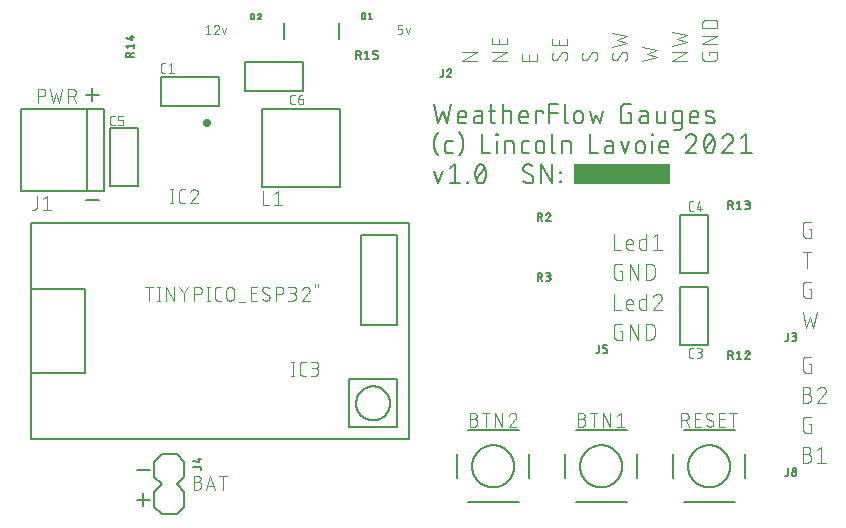
<source format=gbr>
G04 EAGLE Gerber RS-274X export*
G75*
%MOMM*%
%FSLAX34Y34*%
%LPD*%
%INSilkscreen Top*%
%IPPOS*%
%AMOC8*
5,1,8,0,0,1.08239X$1,22.5*%
G01*
%ADD10C,0.101600*%
%ADD11C,0.152400*%
%ADD12C,0.076200*%
%ADD13R,8.128000X1.778000*%
%ADD14C,0.203200*%
%ADD15C,0.127000*%
%ADD16C,0.325000*%


D10*
X388112Y394208D02*
X374904Y394208D01*
X388112Y401546D01*
X374904Y401546D01*
X400304Y394208D02*
X413512Y394208D01*
X413512Y401546D02*
X400304Y394208D01*
X400304Y401546D02*
X413512Y401546D01*
X413512Y407887D02*
X413512Y413757D01*
X413512Y407887D02*
X400304Y407887D01*
X400304Y413757D01*
X406174Y412290D02*
X406174Y407887D01*
X438912Y400078D02*
X438912Y394208D01*
X425704Y394208D01*
X425704Y400078D01*
X431574Y398611D02*
X431574Y394208D01*
X461377Y401546D02*
X461484Y401544D01*
X461591Y401538D01*
X461698Y401528D01*
X461804Y401515D01*
X461910Y401497D01*
X462015Y401476D01*
X462119Y401451D01*
X462223Y401422D01*
X462325Y401389D01*
X462425Y401352D01*
X462525Y401312D01*
X462623Y401268D01*
X462719Y401221D01*
X462813Y401170D01*
X462906Y401116D01*
X462996Y401059D01*
X463085Y400998D01*
X463171Y400934D01*
X463254Y400867D01*
X463336Y400797D01*
X463414Y400724D01*
X463490Y400648D01*
X463563Y400570D01*
X463633Y400488D01*
X463700Y400405D01*
X463764Y400319D01*
X463825Y400230D01*
X463882Y400140D01*
X463936Y400047D01*
X463987Y399953D01*
X464034Y399857D01*
X464078Y399759D01*
X464118Y399659D01*
X464155Y399559D01*
X464188Y399457D01*
X464217Y399353D01*
X464242Y399249D01*
X464263Y399144D01*
X464281Y399038D01*
X464294Y398932D01*
X464304Y398825D01*
X464310Y398718D01*
X464312Y398611D01*
X464310Y398458D01*
X464304Y398305D01*
X464295Y398152D01*
X464282Y398000D01*
X464265Y397848D01*
X464244Y397696D01*
X464220Y397545D01*
X464192Y397395D01*
X464160Y397245D01*
X464124Y397097D01*
X464085Y396949D01*
X464042Y396802D01*
X463996Y396656D01*
X463946Y396512D01*
X463892Y396368D01*
X463835Y396226D01*
X463775Y396086D01*
X463710Y395947D01*
X463643Y395810D01*
X463572Y395674D01*
X463498Y395540D01*
X463421Y395408D01*
X463340Y395278D01*
X463256Y395150D01*
X463169Y395024D01*
X463079Y394901D01*
X462986Y394779D01*
X462890Y394660D01*
X462791Y394544D01*
X462690Y394429D01*
X462585Y394318D01*
X462478Y394209D01*
X454039Y394575D02*
X453932Y394577D01*
X453825Y394583D01*
X453718Y394593D01*
X453612Y394606D01*
X453506Y394624D01*
X453401Y394645D01*
X453297Y394670D01*
X453193Y394699D01*
X453091Y394732D01*
X452991Y394769D01*
X452891Y394809D01*
X452793Y394853D01*
X452697Y394900D01*
X452603Y394951D01*
X452510Y395005D01*
X452420Y395062D01*
X452331Y395123D01*
X452245Y395187D01*
X452162Y395254D01*
X452080Y395324D01*
X452002Y395397D01*
X451926Y395473D01*
X451853Y395551D01*
X451783Y395633D01*
X451716Y395716D01*
X451652Y395802D01*
X451591Y395891D01*
X451534Y395981D01*
X451480Y396074D01*
X451429Y396168D01*
X451382Y396264D01*
X451338Y396362D01*
X451298Y396462D01*
X451261Y396562D01*
X451228Y396664D01*
X451199Y396768D01*
X451174Y396872D01*
X451153Y396977D01*
X451135Y397083D01*
X451122Y397189D01*
X451112Y397296D01*
X451106Y397403D01*
X451104Y397510D01*
X451106Y397658D01*
X451112Y397805D01*
X451122Y397952D01*
X451136Y398099D01*
X451153Y398246D01*
X451175Y398391D01*
X451201Y398537D01*
X451230Y398681D01*
X451263Y398825D01*
X451301Y398968D01*
X451342Y399110D01*
X451386Y399250D01*
X451435Y399390D01*
X451487Y399528D01*
X451543Y399664D01*
X451603Y399799D01*
X451666Y399932D01*
X451733Y400064D01*
X451803Y400194D01*
X451876Y400322D01*
X451954Y400447D01*
X452034Y400571D01*
X452118Y400693D01*
X452205Y400812D01*
X456607Y396043D02*
X456551Y395952D01*
X456492Y395863D01*
X456430Y395776D01*
X456365Y395692D01*
X456297Y395609D01*
X456226Y395530D01*
X456152Y395453D01*
X456075Y395379D01*
X455996Y395307D01*
X455914Y395239D01*
X455830Y395173D01*
X455743Y395110D01*
X455655Y395051D01*
X455564Y394995D01*
X455471Y394942D01*
X455377Y394892D01*
X455281Y394846D01*
X455183Y394803D01*
X455084Y394764D01*
X454983Y394728D01*
X454881Y394696D01*
X454778Y394668D01*
X454674Y394644D01*
X454570Y394623D01*
X454464Y394606D01*
X454359Y394592D01*
X454252Y394583D01*
X454146Y394577D01*
X454039Y394575D01*
X458809Y400078D02*
X458865Y400169D01*
X458924Y400258D01*
X458986Y400345D01*
X459051Y400430D01*
X459119Y400512D01*
X459190Y400591D01*
X459264Y400668D01*
X459341Y400742D01*
X459420Y400814D01*
X459502Y400882D01*
X459586Y400948D01*
X459673Y401011D01*
X459761Y401070D01*
X459852Y401126D01*
X459945Y401179D01*
X460039Y401229D01*
X460135Y401275D01*
X460233Y401318D01*
X460332Y401357D01*
X460433Y401393D01*
X460535Y401425D01*
X460638Y401453D01*
X460742Y401477D01*
X460846Y401498D01*
X460952Y401515D01*
X461057Y401529D01*
X461164Y401538D01*
X461270Y401544D01*
X461377Y401546D01*
X458809Y400078D02*
X456607Y396042D01*
X464312Y407034D02*
X464312Y412904D01*
X464312Y407034D02*
X451104Y407034D01*
X451104Y412904D01*
X456974Y411436D02*
X456974Y407034D01*
X486777Y401546D02*
X486884Y401544D01*
X486991Y401538D01*
X487098Y401528D01*
X487204Y401515D01*
X487310Y401497D01*
X487415Y401476D01*
X487519Y401451D01*
X487623Y401422D01*
X487725Y401389D01*
X487825Y401352D01*
X487925Y401312D01*
X488023Y401268D01*
X488119Y401221D01*
X488213Y401170D01*
X488306Y401116D01*
X488396Y401059D01*
X488485Y400998D01*
X488571Y400934D01*
X488654Y400867D01*
X488736Y400797D01*
X488814Y400724D01*
X488890Y400648D01*
X488963Y400570D01*
X489033Y400488D01*
X489100Y400405D01*
X489164Y400319D01*
X489225Y400230D01*
X489282Y400140D01*
X489336Y400047D01*
X489387Y399953D01*
X489434Y399857D01*
X489478Y399759D01*
X489518Y399659D01*
X489555Y399559D01*
X489588Y399457D01*
X489617Y399353D01*
X489642Y399249D01*
X489663Y399144D01*
X489681Y399038D01*
X489694Y398932D01*
X489704Y398825D01*
X489710Y398718D01*
X489712Y398611D01*
X489710Y398458D01*
X489704Y398305D01*
X489695Y398152D01*
X489682Y398000D01*
X489665Y397848D01*
X489644Y397696D01*
X489620Y397545D01*
X489592Y397395D01*
X489560Y397245D01*
X489524Y397097D01*
X489485Y396949D01*
X489442Y396802D01*
X489396Y396656D01*
X489346Y396512D01*
X489292Y396368D01*
X489235Y396226D01*
X489175Y396086D01*
X489110Y395947D01*
X489043Y395810D01*
X488972Y395674D01*
X488898Y395540D01*
X488821Y395408D01*
X488740Y395278D01*
X488656Y395150D01*
X488569Y395024D01*
X488479Y394901D01*
X488386Y394779D01*
X488290Y394660D01*
X488191Y394544D01*
X488090Y394429D01*
X487985Y394318D01*
X487878Y394209D01*
X479439Y394575D02*
X479332Y394577D01*
X479225Y394583D01*
X479118Y394593D01*
X479012Y394606D01*
X478906Y394624D01*
X478801Y394645D01*
X478697Y394670D01*
X478593Y394699D01*
X478491Y394732D01*
X478391Y394769D01*
X478291Y394809D01*
X478193Y394853D01*
X478097Y394900D01*
X478003Y394951D01*
X477910Y395005D01*
X477820Y395062D01*
X477731Y395123D01*
X477645Y395187D01*
X477562Y395254D01*
X477480Y395324D01*
X477402Y395397D01*
X477326Y395473D01*
X477253Y395551D01*
X477183Y395633D01*
X477116Y395716D01*
X477052Y395802D01*
X476991Y395891D01*
X476934Y395981D01*
X476880Y396074D01*
X476829Y396168D01*
X476782Y396264D01*
X476738Y396362D01*
X476698Y396462D01*
X476661Y396562D01*
X476628Y396664D01*
X476599Y396768D01*
X476574Y396872D01*
X476553Y396977D01*
X476535Y397083D01*
X476522Y397189D01*
X476512Y397296D01*
X476506Y397403D01*
X476504Y397510D01*
X476506Y397658D01*
X476512Y397805D01*
X476522Y397952D01*
X476536Y398099D01*
X476553Y398246D01*
X476575Y398391D01*
X476601Y398537D01*
X476630Y398681D01*
X476663Y398825D01*
X476701Y398968D01*
X476742Y399110D01*
X476786Y399250D01*
X476835Y399390D01*
X476887Y399528D01*
X476943Y399664D01*
X477003Y399799D01*
X477066Y399932D01*
X477133Y400064D01*
X477203Y400194D01*
X477276Y400322D01*
X477354Y400447D01*
X477434Y400571D01*
X477518Y400693D01*
X477605Y400812D01*
X482007Y396043D02*
X481951Y395952D01*
X481892Y395863D01*
X481830Y395776D01*
X481765Y395692D01*
X481697Y395609D01*
X481626Y395530D01*
X481552Y395453D01*
X481475Y395379D01*
X481396Y395307D01*
X481314Y395239D01*
X481230Y395173D01*
X481143Y395110D01*
X481055Y395051D01*
X480964Y394995D01*
X480871Y394942D01*
X480777Y394892D01*
X480681Y394846D01*
X480583Y394803D01*
X480484Y394764D01*
X480383Y394728D01*
X480281Y394696D01*
X480178Y394668D01*
X480074Y394644D01*
X479970Y394623D01*
X479864Y394606D01*
X479759Y394592D01*
X479652Y394583D01*
X479546Y394577D01*
X479439Y394575D01*
X484209Y400078D02*
X484265Y400169D01*
X484324Y400258D01*
X484386Y400345D01*
X484451Y400430D01*
X484519Y400512D01*
X484590Y400591D01*
X484664Y400668D01*
X484741Y400742D01*
X484820Y400814D01*
X484902Y400882D01*
X484986Y400948D01*
X485073Y401011D01*
X485161Y401070D01*
X485252Y401126D01*
X485345Y401179D01*
X485439Y401229D01*
X485535Y401275D01*
X485633Y401318D01*
X485732Y401357D01*
X485833Y401393D01*
X485935Y401425D01*
X486038Y401453D01*
X486142Y401477D01*
X486246Y401498D01*
X486352Y401515D01*
X486457Y401529D01*
X486564Y401538D01*
X486670Y401544D01*
X486777Y401546D01*
X484209Y400078D02*
X482007Y396042D01*
X512177Y401546D02*
X512284Y401544D01*
X512391Y401538D01*
X512498Y401528D01*
X512604Y401515D01*
X512710Y401497D01*
X512815Y401476D01*
X512919Y401451D01*
X513023Y401422D01*
X513125Y401389D01*
X513225Y401352D01*
X513325Y401312D01*
X513423Y401268D01*
X513519Y401221D01*
X513613Y401170D01*
X513706Y401116D01*
X513796Y401059D01*
X513885Y400998D01*
X513971Y400934D01*
X514054Y400867D01*
X514136Y400797D01*
X514214Y400724D01*
X514290Y400648D01*
X514363Y400570D01*
X514433Y400488D01*
X514500Y400405D01*
X514564Y400319D01*
X514625Y400230D01*
X514682Y400140D01*
X514736Y400047D01*
X514787Y399953D01*
X514834Y399857D01*
X514878Y399759D01*
X514918Y399659D01*
X514955Y399559D01*
X514988Y399457D01*
X515017Y399353D01*
X515042Y399249D01*
X515063Y399144D01*
X515081Y399038D01*
X515094Y398932D01*
X515104Y398825D01*
X515110Y398718D01*
X515112Y398611D01*
X515110Y398458D01*
X515104Y398305D01*
X515095Y398152D01*
X515082Y398000D01*
X515065Y397848D01*
X515044Y397696D01*
X515020Y397545D01*
X514992Y397395D01*
X514960Y397245D01*
X514924Y397097D01*
X514885Y396949D01*
X514842Y396802D01*
X514796Y396656D01*
X514746Y396512D01*
X514692Y396368D01*
X514635Y396226D01*
X514575Y396086D01*
X514510Y395947D01*
X514443Y395810D01*
X514372Y395674D01*
X514298Y395540D01*
X514221Y395408D01*
X514140Y395278D01*
X514056Y395150D01*
X513969Y395024D01*
X513879Y394901D01*
X513786Y394779D01*
X513690Y394660D01*
X513591Y394544D01*
X513490Y394429D01*
X513385Y394318D01*
X513278Y394209D01*
X504839Y394575D02*
X504732Y394577D01*
X504625Y394583D01*
X504518Y394593D01*
X504412Y394606D01*
X504306Y394624D01*
X504201Y394645D01*
X504097Y394670D01*
X503993Y394699D01*
X503891Y394732D01*
X503791Y394769D01*
X503691Y394809D01*
X503593Y394853D01*
X503497Y394900D01*
X503403Y394951D01*
X503310Y395005D01*
X503220Y395062D01*
X503131Y395123D01*
X503045Y395187D01*
X502962Y395254D01*
X502880Y395324D01*
X502802Y395397D01*
X502726Y395473D01*
X502653Y395551D01*
X502583Y395633D01*
X502516Y395716D01*
X502452Y395802D01*
X502391Y395891D01*
X502334Y395981D01*
X502280Y396074D01*
X502229Y396168D01*
X502182Y396264D01*
X502138Y396362D01*
X502098Y396462D01*
X502061Y396562D01*
X502028Y396664D01*
X501999Y396768D01*
X501974Y396872D01*
X501953Y396977D01*
X501935Y397083D01*
X501922Y397189D01*
X501912Y397296D01*
X501906Y397403D01*
X501904Y397510D01*
X501906Y397658D01*
X501912Y397805D01*
X501922Y397952D01*
X501936Y398099D01*
X501953Y398246D01*
X501975Y398391D01*
X502001Y398537D01*
X502030Y398681D01*
X502063Y398825D01*
X502101Y398968D01*
X502142Y399110D01*
X502186Y399250D01*
X502235Y399390D01*
X502287Y399528D01*
X502343Y399664D01*
X502403Y399799D01*
X502466Y399932D01*
X502533Y400064D01*
X502603Y400194D01*
X502676Y400322D01*
X502754Y400447D01*
X502834Y400571D01*
X502918Y400693D01*
X503005Y400812D01*
X507407Y396043D02*
X507351Y395952D01*
X507292Y395863D01*
X507230Y395776D01*
X507165Y395692D01*
X507097Y395609D01*
X507026Y395530D01*
X506952Y395453D01*
X506875Y395379D01*
X506796Y395307D01*
X506714Y395239D01*
X506630Y395173D01*
X506543Y395110D01*
X506455Y395051D01*
X506364Y394995D01*
X506271Y394942D01*
X506177Y394892D01*
X506081Y394846D01*
X505983Y394803D01*
X505884Y394764D01*
X505783Y394728D01*
X505681Y394696D01*
X505578Y394668D01*
X505474Y394644D01*
X505370Y394623D01*
X505264Y394606D01*
X505159Y394592D01*
X505052Y394583D01*
X504946Y394577D01*
X504839Y394575D01*
X509609Y400078D02*
X509665Y400169D01*
X509724Y400258D01*
X509786Y400345D01*
X509851Y400430D01*
X509919Y400512D01*
X509990Y400591D01*
X510064Y400668D01*
X510141Y400742D01*
X510220Y400814D01*
X510302Y400882D01*
X510386Y400948D01*
X510473Y401011D01*
X510561Y401070D01*
X510652Y401126D01*
X510745Y401179D01*
X510839Y401229D01*
X510935Y401275D01*
X511033Y401318D01*
X511132Y401357D01*
X511233Y401393D01*
X511335Y401425D01*
X511438Y401453D01*
X511542Y401477D01*
X511646Y401498D01*
X511752Y401515D01*
X511857Y401529D01*
X511964Y401538D01*
X512070Y401544D01*
X512177Y401546D01*
X509609Y400078D02*
X507407Y396042D01*
X501904Y406088D02*
X515112Y409024D01*
X506307Y411959D01*
X515112Y414894D01*
X501904Y417829D01*
X527304Y394208D02*
X540512Y397143D01*
X531707Y400078D01*
X540512Y403013D01*
X527304Y405948D01*
X552704Y394208D02*
X565912Y394208D01*
X565912Y401546D02*
X552704Y394208D01*
X552704Y401546D02*
X565912Y401546D01*
X565912Y409877D02*
X552704Y406942D01*
X557107Y412812D02*
X565912Y409877D01*
X565912Y415747D02*
X557107Y412812D01*
X552704Y418682D02*
X565912Y415747D01*
X583974Y401546D02*
X583974Y399344D01*
X583974Y401546D02*
X591312Y401546D01*
X591312Y397143D01*
X591310Y397036D01*
X591304Y396929D01*
X591294Y396822D01*
X591281Y396716D01*
X591263Y396610D01*
X591242Y396505D01*
X591217Y396401D01*
X591188Y396297D01*
X591155Y396195D01*
X591118Y396095D01*
X591078Y395995D01*
X591034Y395897D01*
X590987Y395801D01*
X590936Y395707D01*
X590882Y395614D01*
X590825Y395524D01*
X590764Y395435D01*
X590700Y395349D01*
X590633Y395266D01*
X590563Y395184D01*
X590490Y395106D01*
X590414Y395030D01*
X590336Y394957D01*
X590254Y394887D01*
X590171Y394820D01*
X590085Y394756D01*
X589996Y394695D01*
X589906Y394638D01*
X589813Y394584D01*
X589719Y394533D01*
X589623Y394486D01*
X589525Y394442D01*
X589425Y394402D01*
X589325Y394365D01*
X589223Y394332D01*
X589119Y394303D01*
X589015Y394278D01*
X588910Y394257D01*
X588804Y394239D01*
X588698Y394226D01*
X588591Y394216D01*
X588484Y394210D01*
X588377Y394208D01*
X581039Y394208D01*
X580932Y394210D01*
X580825Y394216D01*
X580718Y394226D01*
X580612Y394239D01*
X580506Y394257D01*
X580401Y394278D01*
X580297Y394303D01*
X580193Y394332D01*
X580091Y394365D01*
X579991Y394402D01*
X579891Y394442D01*
X579793Y394486D01*
X579697Y394533D01*
X579603Y394584D01*
X579510Y394638D01*
X579420Y394695D01*
X579331Y394756D01*
X579245Y394820D01*
X579162Y394887D01*
X579080Y394957D01*
X579002Y395030D01*
X578926Y395106D01*
X578853Y395184D01*
X578783Y395266D01*
X578716Y395349D01*
X578652Y395435D01*
X578591Y395524D01*
X578534Y395614D01*
X578480Y395707D01*
X578429Y395801D01*
X578382Y395897D01*
X578338Y395995D01*
X578298Y396095D01*
X578261Y396195D01*
X578228Y396297D01*
X578199Y396401D01*
X578174Y396505D01*
X578153Y396610D01*
X578135Y396716D01*
X578122Y396822D01*
X578112Y396929D01*
X578106Y397036D01*
X578104Y397143D01*
X578104Y401546D01*
X578104Y407863D02*
X591312Y407863D01*
X591312Y415201D02*
X578104Y407863D01*
X578104Y415201D02*
X591312Y415201D01*
X591312Y421518D02*
X578104Y421518D01*
X578104Y425187D01*
X578106Y425307D01*
X578112Y425427D01*
X578122Y425547D01*
X578135Y425666D01*
X578153Y425785D01*
X578174Y425903D01*
X578200Y426020D01*
X578229Y426137D01*
X578262Y426252D01*
X578299Y426366D01*
X578339Y426479D01*
X578383Y426591D01*
X578431Y426701D01*
X578482Y426810D01*
X578537Y426917D01*
X578596Y427022D01*
X578657Y427124D01*
X578722Y427225D01*
X578791Y427324D01*
X578862Y427421D01*
X578937Y427515D01*
X579015Y427606D01*
X579095Y427695D01*
X579179Y427781D01*
X579265Y427865D01*
X579354Y427946D01*
X579445Y428023D01*
X579539Y428098D01*
X579636Y428169D01*
X579735Y428238D01*
X579836Y428303D01*
X579939Y428364D01*
X580043Y428423D01*
X580150Y428478D01*
X580259Y428529D01*
X580369Y428577D01*
X580481Y428621D01*
X580594Y428661D01*
X580708Y428698D01*
X580823Y428731D01*
X580940Y428760D01*
X581057Y428786D01*
X581175Y428807D01*
X581294Y428825D01*
X581413Y428838D01*
X581533Y428848D01*
X581653Y428854D01*
X581773Y428856D01*
X587643Y428856D01*
X587763Y428854D01*
X587883Y428848D01*
X588003Y428838D01*
X588122Y428825D01*
X588241Y428807D01*
X588359Y428786D01*
X588476Y428760D01*
X588593Y428731D01*
X588708Y428698D01*
X588822Y428661D01*
X588935Y428621D01*
X589047Y428577D01*
X589157Y428529D01*
X589266Y428478D01*
X589373Y428423D01*
X589478Y428364D01*
X589580Y428303D01*
X589681Y428238D01*
X589780Y428169D01*
X589877Y428098D01*
X589971Y428023D01*
X590062Y427946D01*
X590151Y427865D01*
X590237Y427781D01*
X590321Y427695D01*
X590402Y427606D01*
X590479Y427515D01*
X590554Y427421D01*
X590625Y427324D01*
X590694Y427225D01*
X590759Y427124D01*
X590820Y427022D01*
X590879Y426917D01*
X590934Y426810D01*
X590985Y426701D01*
X591033Y426591D01*
X591077Y426479D01*
X591117Y426366D01*
X591154Y426252D01*
X591187Y426137D01*
X591216Y426020D01*
X591242Y425903D01*
X591263Y425785D01*
X591281Y425666D01*
X591294Y425547D01*
X591304Y425427D01*
X591310Y425307D01*
X591312Y425187D01*
X591312Y421518D01*
D11*
X67479Y365224D02*
X56642Y365224D01*
X62061Y370642D02*
X62061Y359805D01*
X56642Y276324D02*
X67479Y276324D01*
X99822Y22324D02*
X110659Y22324D01*
X105241Y16905D02*
X105241Y27742D01*
X99822Y47724D02*
X110659Y47724D01*
D10*
X503428Y234188D02*
X503428Y247396D01*
X503428Y234188D02*
X509298Y234188D01*
X516154Y234188D02*
X519823Y234188D01*
X516154Y234188D02*
X516063Y234190D01*
X515972Y234196D01*
X515882Y234205D01*
X515792Y234218D01*
X515702Y234235D01*
X515614Y234255D01*
X515526Y234280D01*
X515439Y234307D01*
X515354Y234339D01*
X515270Y234373D01*
X515187Y234412D01*
X515106Y234453D01*
X515027Y234498D01*
X514950Y234546D01*
X514875Y234598D01*
X514802Y234652D01*
X514731Y234709D01*
X514663Y234770D01*
X514598Y234833D01*
X514535Y234898D01*
X514474Y234966D01*
X514417Y235037D01*
X514363Y235110D01*
X514311Y235185D01*
X514263Y235262D01*
X514218Y235341D01*
X514177Y235422D01*
X514138Y235505D01*
X514104Y235589D01*
X514072Y235674D01*
X514045Y235761D01*
X514020Y235849D01*
X514000Y235937D01*
X513983Y236027D01*
X513970Y236117D01*
X513961Y236207D01*
X513955Y236298D01*
X513953Y236389D01*
X513952Y236389D02*
X513952Y240058D01*
X513953Y240058D02*
X513955Y240165D01*
X513961Y240272D01*
X513971Y240379D01*
X513984Y240485D01*
X514002Y240591D01*
X514023Y240696D01*
X514048Y240800D01*
X514077Y240904D01*
X514110Y241006D01*
X514147Y241106D01*
X514187Y241206D01*
X514231Y241304D01*
X514278Y241400D01*
X514329Y241494D01*
X514383Y241587D01*
X514440Y241677D01*
X514501Y241766D01*
X514565Y241852D01*
X514632Y241935D01*
X514702Y242017D01*
X514775Y242095D01*
X514851Y242171D01*
X514929Y242244D01*
X515011Y242314D01*
X515094Y242381D01*
X515180Y242445D01*
X515269Y242506D01*
X515359Y242563D01*
X515452Y242617D01*
X515546Y242668D01*
X515642Y242715D01*
X515740Y242759D01*
X515840Y242799D01*
X515940Y242836D01*
X516042Y242869D01*
X516146Y242898D01*
X516250Y242923D01*
X516355Y242944D01*
X516461Y242962D01*
X516567Y242975D01*
X516674Y242985D01*
X516781Y242991D01*
X516888Y242993D01*
X516995Y242991D01*
X517102Y242985D01*
X517209Y242975D01*
X517315Y242962D01*
X517421Y242944D01*
X517526Y242923D01*
X517630Y242898D01*
X517734Y242869D01*
X517836Y242836D01*
X517936Y242799D01*
X518036Y242759D01*
X518134Y242715D01*
X518230Y242668D01*
X518324Y242617D01*
X518417Y242563D01*
X518507Y242506D01*
X518596Y242445D01*
X518682Y242381D01*
X518765Y242314D01*
X518847Y242244D01*
X518925Y242171D01*
X519001Y242095D01*
X519074Y242017D01*
X519144Y241935D01*
X519211Y241852D01*
X519275Y241766D01*
X519336Y241677D01*
X519393Y241587D01*
X519447Y241494D01*
X519498Y241400D01*
X519545Y241304D01*
X519589Y241206D01*
X519629Y241106D01*
X519666Y241006D01*
X519699Y240904D01*
X519728Y240800D01*
X519753Y240696D01*
X519774Y240591D01*
X519792Y240485D01*
X519805Y240379D01*
X519815Y240272D01*
X519821Y240165D01*
X519823Y240058D01*
X519823Y238591D01*
X513952Y238591D01*
X530855Y234188D02*
X530855Y247396D01*
X530855Y234188D02*
X527186Y234188D01*
X527095Y234190D01*
X527004Y234196D01*
X526914Y234205D01*
X526824Y234218D01*
X526734Y234235D01*
X526646Y234255D01*
X526558Y234280D01*
X526471Y234307D01*
X526386Y234339D01*
X526302Y234373D01*
X526219Y234412D01*
X526138Y234453D01*
X526059Y234498D01*
X525982Y234546D01*
X525907Y234598D01*
X525834Y234652D01*
X525763Y234709D01*
X525695Y234770D01*
X525630Y234833D01*
X525567Y234898D01*
X525506Y234966D01*
X525449Y235037D01*
X525395Y235110D01*
X525343Y235185D01*
X525295Y235262D01*
X525250Y235341D01*
X525209Y235422D01*
X525170Y235505D01*
X525136Y235589D01*
X525104Y235674D01*
X525077Y235761D01*
X525052Y235849D01*
X525032Y235937D01*
X525015Y236027D01*
X525002Y236117D01*
X524993Y236207D01*
X524987Y236298D01*
X524985Y236389D01*
X524985Y240792D01*
X524987Y240883D01*
X524993Y240974D01*
X525002Y241064D01*
X525015Y241154D01*
X525032Y241244D01*
X525052Y241332D01*
X525077Y241420D01*
X525104Y241507D01*
X525136Y241592D01*
X525170Y241676D01*
X525209Y241759D01*
X525250Y241840D01*
X525295Y241919D01*
X525343Y241996D01*
X525395Y242071D01*
X525449Y242144D01*
X525506Y242215D01*
X525567Y242283D01*
X525630Y242348D01*
X525695Y242411D01*
X525763Y242472D01*
X525834Y242529D01*
X525907Y242583D01*
X525982Y242635D01*
X526059Y242683D01*
X526138Y242728D01*
X526219Y242769D01*
X526302Y242808D01*
X526386Y242842D01*
X526471Y242874D01*
X526558Y242901D01*
X526646Y242926D01*
X526734Y242946D01*
X526824Y242963D01*
X526914Y242976D01*
X527004Y242985D01*
X527095Y242991D01*
X527186Y242993D01*
X530855Y242993D01*
X536688Y244461D02*
X540357Y247396D01*
X540357Y234188D01*
X536688Y234188D02*
X544026Y234188D01*
X503428Y196596D02*
X503428Y183388D01*
X509298Y183388D01*
X516154Y183388D02*
X519823Y183388D01*
X516154Y183388D02*
X516063Y183390D01*
X515972Y183396D01*
X515882Y183405D01*
X515792Y183418D01*
X515702Y183435D01*
X515614Y183455D01*
X515526Y183480D01*
X515439Y183507D01*
X515354Y183539D01*
X515270Y183573D01*
X515187Y183612D01*
X515106Y183653D01*
X515027Y183698D01*
X514950Y183746D01*
X514875Y183798D01*
X514802Y183852D01*
X514731Y183909D01*
X514663Y183970D01*
X514598Y184033D01*
X514535Y184098D01*
X514474Y184166D01*
X514417Y184237D01*
X514363Y184310D01*
X514311Y184385D01*
X514263Y184462D01*
X514218Y184541D01*
X514177Y184622D01*
X514138Y184705D01*
X514104Y184789D01*
X514072Y184874D01*
X514045Y184961D01*
X514020Y185049D01*
X514000Y185137D01*
X513983Y185227D01*
X513970Y185317D01*
X513961Y185407D01*
X513955Y185498D01*
X513953Y185589D01*
X513952Y185589D02*
X513952Y189258D01*
X513953Y189258D02*
X513955Y189365D01*
X513961Y189472D01*
X513971Y189579D01*
X513984Y189685D01*
X514002Y189791D01*
X514023Y189896D01*
X514048Y190000D01*
X514077Y190104D01*
X514110Y190206D01*
X514147Y190306D01*
X514187Y190406D01*
X514231Y190504D01*
X514278Y190600D01*
X514329Y190694D01*
X514383Y190787D01*
X514440Y190877D01*
X514501Y190966D01*
X514565Y191052D01*
X514632Y191135D01*
X514702Y191217D01*
X514775Y191295D01*
X514851Y191371D01*
X514929Y191444D01*
X515011Y191514D01*
X515094Y191581D01*
X515180Y191645D01*
X515269Y191706D01*
X515359Y191763D01*
X515452Y191817D01*
X515546Y191868D01*
X515642Y191915D01*
X515740Y191959D01*
X515840Y191999D01*
X515940Y192036D01*
X516042Y192069D01*
X516146Y192098D01*
X516250Y192123D01*
X516355Y192144D01*
X516461Y192162D01*
X516567Y192175D01*
X516674Y192185D01*
X516781Y192191D01*
X516888Y192193D01*
X516995Y192191D01*
X517102Y192185D01*
X517209Y192175D01*
X517315Y192162D01*
X517421Y192144D01*
X517526Y192123D01*
X517630Y192098D01*
X517734Y192069D01*
X517836Y192036D01*
X517936Y191999D01*
X518036Y191959D01*
X518134Y191915D01*
X518230Y191868D01*
X518324Y191817D01*
X518417Y191763D01*
X518507Y191706D01*
X518596Y191645D01*
X518682Y191581D01*
X518765Y191514D01*
X518847Y191444D01*
X518925Y191371D01*
X519001Y191295D01*
X519074Y191217D01*
X519144Y191135D01*
X519211Y191052D01*
X519275Y190966D01*
X519336Y190877D01*
X519393Y190787D01*
X519447Y190694D01*
X519498Y190600D01*
X519545Y190504D01*
X519589Y190406D01*
X519629Y190306D01*
X519666Y190206D01*
X519699Y190104D01*
X519728Y190000D01*
X519753Y189896D01*
X519774Y189791D01*
X519792Y189685D01*
X519805Y189579D01*
X519815Y189472D01*
X519821Y189365D01*
X519823Y189258D01*
X519823Y187791D01*
X513952Y187791D01*
X530855Y183388D02*
X530855Y196596D01*
X530855Y183388D02*
X527186Y183388D01*
X527095Y183390D01*
X527004Y183396D01*
X526914Y183405D01*
X526824Y183418D01*
X526734Y183435D01*
X526646Y183455D01*
X526558Y183480D01*
X526471Y183507D01*
X526386Y183539D01*
X526302Y183573D01*
X526219Y183612D01*
X526138Y183653D01*
X526059Y183698D01*
X525982Y183746D01*
X525907Y183798D01*
X525834Y183852D01*
X525763Y183909D01*
X525695Y183970D01*
X525630Y184033D01*
X525567Y184098D01*
X525506Y184166D01*
X525449Y184237D01*
X525395Y184310D01*
X525343Y184385D01*
X525295Y184462D01*
X525250Y184541D01*
X525209Y184622D01*
X525170Y184705D01*
X525136Y184789D01*
X525104Y184874D01*
X525077Y184961D01*
X525052Y185049D01*
X525032Y185137D01*
X525015Y185227D01*
X525002Y185317D01*
X524993Y185407D01*
X524987Y185498D01*
X524985Y185589D01*
X524985Y189992D01*
X524987Y190083D01*
X524993Y190174D01*
X525002Y190264D01*
X525015Y190354D01*
X525032Y190444D01*
X525052Y190532D01*
X525077Y190620D01*
X525104Y190707D01*
X525136Y190792D01*
X525170Y190876D01*
X525209Y190959D01*
X525250Y191040D01*
X525295Y191119D01*
X525343Y191196D01*
X525395Y191271D01*
X525449Y191344D01*
X525506Y191415D01*
X525567Y191483D01*
X525630Y191548D01*
X525695Y191611D01*
X525763Y191672D01*
X525834Y191729D01*
X525907Y191783D01*
X525982Y191835D01*
X526059Y191883D01*
X526138Y191928D01*
X526219Y191969D01*
X526302Y192008D01*
X526386Y192042D01*
X526471Y192074D01*
X526558Y192101D01*
X526646Y192126D01*
X526734Y192146D01*
X526824Y192163D01*
X526914Y192176D01*
X527004Y192185D01*
X527095Y192191D01*
X527186Y192193D01*
X530855Y192193D01*
X540724Y196596D02*
X540837Y196594D01*
X540949Y196588D01*
X541062Y196579D01*
X541174Y196565D01*
X541285Y196548D01*
X541396Y196527D01*
X541506Y196502D01*
X541615Y196474D01*
X541723Y196441D01*
X541830Y196405D01*
X541935Y196366D01*
X542040Y196323D01*
X542142Y196276D01*
X542243Y196226D01*
X542342Y196172D01*
X542440Y196115D01*
X542535Y196055D01*
X542628Y195992D01*
X542719Y195925D01*
X542808Y195855D01*
X542894Y195783D01*
X542978Y195707D01*
X543059Y195629D01*
X543137Y195548D01*
X543213Y195464D01*
X543285Y195378D01*
X543355Y195289D01*
X543422Y195198D01*
X543485Y195105D01*
X543545Y195010D01*
X543602Y194912D01*
X543656Y194813D01*
X543706Y194712D01*
X543753Y194610D01*
X543796Y194505D01*
X543835Y194400D01*
X543871Y194293D01*
X543904Y194185D01*
X543932Y194076D01*
X543957Y193966D01*
X543978Y193855D01*
X543995Y193744D01*
X544009Y193632D01*
X544018Y193519D01*
X544024Y193407D01*
X544026Y193294D01*
X540724Y196596D02*
X540597Y196594D01*
X540470Y196588D01*
X540343Y196579D01*
X540217Y196566D01*
X540091Y196549D01*
X539966Y196528D01*
X539841Y196503D01*
X539718Y196475D01*
X539595Y196443D01*
X539473Y196407D01*
X539352Y196368D01*
X539232Y196325D01*
X539114Y196279D01*
X538997Y196229D01*
X538882Y196175D01*
X538769Y196118D01*
X538657Y196058D01*
X538547Y195995D01*
X538439Y195928D01*
X538333Y195858D01*
X538229Y195785D01*
X538127Y195708D01*
X538028Y195629D01*
X537931Y195547D01*
X537837Y195462D01*
X537745Y195374D01*
X537656Y195284D01*
X537570Y195190D01*
X537486Y195095D01*
X537406Y194997D01*
X537328Y194896D01*
X537253Y194793D01*
X537182Y194688D01*
X537114Y194581D01*
X537049Y194472D01*
X536987Y194361D01*
X536928Y194248D01*
X536873Y194134D01*
X536822Y194018D01*
X536774Y193900D01*
X536729Y193781D01*
X536688Y193661D01*
X542925Y190726D02*
X543007Y190806D01*
X543086Y190889D01*
X543163Y190975D01*
X543237Y191063D01*
X543307Y191154D01*
X543375Y191246D01*
X543440Y191341D01*
X543502Y191438D01*
X543560Y191537D01*
X543616Y191638D01*
X543668Y191740D01*
X543716Y191844D01*
X543761Y191950D01*
X543803Y192057D01*
X543842Y192165D01*
X543876Y192275D01*
X543908Y192385D01*
X543935Y192497D01*
X543959Y192609D01*
X543980Y192722D01*
X543996Y192836D01*
X544009Y192950D01*
X544019Y193064D01*
X544024Y193179D01*
X544026Y193294D01*
X542925Y190726D02*
X536688Y183388D01*
X544026Y183388D01*
X510766Y216126D02*
X508564Y216126D01*
X510766Y216126D02*
X510766Y208788D01*
X506363Y208788D01*
X506256Y208790D01*
X506149Y208796D01*
X506042Y208806D01*
X505936Y208819D01*
X505830Y208837D01*
X505725Y208858D01*
X505621Y208883D01*
X505517Y208912D01*
X505415Y208945D01*
X505315Y208982D01*
X505215Y209022D01*
X505117Y209066D01*
X505021Y209113D01*
X504927Y209164D01*
X504834Y209218D01*
X504744Y209275D01*
X504655Y209336D01*
X504569Y209400D01*
X504486Y209467D01*
X504404Y209537D01*
X504326Y209610D01*
X504250Y209686D01*
X504177Y209764D01*
X504107Y209846D01*
X504040Y209929D01*
X503976Y210015D01*
X503915Y210104D01*
X503858Y210194D01*
X503804Y210287D01*
X503753Y210381D01*
X503706Y210477D01*
X503662Y210575D01*
X503622Y210675D01*
X503585Y210775D01*
X503552Y210877D01*
X503523Y210981D01*
X503498Y211085D01*
X503477Y211190D01*
X503459Y211296D01*
X503446Y211402D01*
X503436Y211509D01*
X503430Y211616D01*
X503428Y211723D01*
X503428Y219061D01*
X503430Y219168D01*
X503436Y219275D01*
X503446Y219382D01*
X503459Y219488D01*
X503477Y219594D01*
X503498Y219699D01*
X503523Y219803D01*
X503552Y219907D01*
X503585Y220009D01*
X503622Y220109D01*
X503662Y220209D01*
X503706Y220307D01*
X503753Y220403D01*
X503804Y220497D01*
X503858Y220590D01*
X503915Y220680D01*
X503976Y220769D01*
X504040Y220855D01*
X504107Y220938D01*
X504177Y221020D01*
X504250Y221098D01*
X504326Y221174D01*
X504404Y221247D01*
X504486Y221317D01*
X504569Y221384D01*
X504655Y221448D01*
X504744Y221509D01*
X504834Y221566D01*
X504927Y221620D01*
X505021Y221671D01*
X505117Y221718D01*
X505215Y221762D01*
X505315Y221802D01*
X505415Y221839D01*
X505517Y221872D01*
X505621Y221901D01*
X505725Y221926D01*
X505830Y221947D01*
X505936Y221965D01*
X506042Y221978D01*
X506149Y221988D01*
X506256Y221994D01*
X506363Y221996D01*
X510766Y221996D01*
X517083Y221996D02*
X517083Y208788D01*
X524421Y208788D02*
X517083Y221996D01*
X524421Y221996D02*
X524421Y208788D01*
X530738Y208788D02*
X530738Y221996D01*
X534407Y221996D01*
X534527Y221994D01*
X534647Y221988D01*
X534767Y221978D01*
X534886Y221965D01*
X535005Y221947D01*
X535123Y221926D01*
X535240Y221900D01*
X535357Y221871D01*
X535472Y221838D01*
X535586Y221801D01*
X535699Y221761D01*
X535811Y221717D01*
X535921Y221669D01*
X536030Y221618D01*
X536137Y221563D01*
X536242Y221504D01*
X536344Y221443D01*
X536445Y221378D01*
X536544Y221309D01*
X536641Y221238D01*
X536735Y221163D01*
X536826Y221086D01*
X536915Y221005D01*
X537001Y220921D01*
X537085Y220835D01*
X537166Y220746D01*
X537243Y220655D01*
X537318Y220561D01*
X537389Y220464D01*
X537458Y220365D01*
X537523Y220264D01*
X537584Y220162D01*
X537643Y220057D01*
X537698Y219950D01*
X537749Y219841D01*
X537797Y219731D01*
X537841Y219619D01*
X537881Y219506D01*
X537918Y219392D01*
X537951Y219277D01*
X537980Y219160D01*
X538006Y219043D01*
X538027Y218925D01*
X538045Y218806D01*
X538058Y218687D01*
X538068Y218567D01*
X538074Y218447D01*
X538076Y218327D01*
X538076Y212457D01*
X538074Y212337D01*
X538068Y212217D01*
X538058Y212097D01*
X538045Y211978D01*
X538027Y211859D01*
X538006Y211741D01*
X537980Y211624D01*
X537951Y211507D01*
X537918Y211392D01*
X537881Y211278D01*
X537841Y211165D01*
X537797Y211053D01*
X537749Y210943D01*
X537698Y210834D01*
X537643Y210727D01*
X537584Y210623D01*
X537523Y210520D01*
X537458Y210419D01*
X537389Y210320D01*
X537318Y210223D01*
X537243Y210129D01*
X537166Y210038D01*
X537085Y209949D01*
X537001Y209863D01*
X536915Y209779D01*
X536826Y209698D01*
X536735Y209621D01*
X536641Y209546D01*
X536544Y209475D01*
X536445Y209406D01*
X536344Y209341D01*
X536242Y209280D01*
X536137Y209221D01*
X536030Y209166D01*
X535921Y209115D01*
X535811Y209067D01*
X535699Y209023D01*
X535586Y208983D01*
X535472Y208946D01*
X535357Y208913D01*
X535240Y208884D01*
X535123Y208858D01*
X535005Y208837D01*
X534886Y208819D01*
X534767Y208806D01*
X534647Y208796D01*
X534527Y208790D01*
X534407Y208788D01*
X530738Y208788D01*
X510766Y165326D02*
X508564Y165326D01*
X510766Y165326D02*
X510766Y157988D01*
X506363Y157988D01*
X506256Y157990D01*
X506149Y157996D01*
X506042Y158006D01*
X505936Y158019D01*
X505830Y158037D01*
X505725Y158058D01*
X505621Y158083D01*
X505517Y158112D01*
X505415Y158145D01*
X505315Y158182D01*
X505215Y158222D01*
X505117Y158266D01*
X505021Y158313D01*
X504927Y158364D01*
X504834Y158418D01*
X504744Y158475D01*
X504655Y158536D01*
X504569Y158600D01*
X504486Y158667D01*
X504404Y158737D01*
X504326Y158810D01*
X504250Y158886D01*
X504177Y158964D01*
X504107Y159046D01*
X504040Y159129D01*
X503976Y159215D01*
X503915Y159304D01*
X503858Y159394D01*
X503804Y159487D01*
X503753Y159581D01*
X503706Y159677D01*
X503662Y159775D01*
X503622Y159875D01*
X503585Y159975D01*
X503552Y160077D01*
X503523Y160181D01*
X503498Y160285D01*
X503477Y160390D01*
X503459Y160496D01*
X503446Y160602D01*
X503436Y160709D01*
X503430Y160816D01*
X503428Y160923D01*
X503428Y168261D01*
X503430Y168368D01*
X503436Y168475D01*
X503446Y168582D01*
X503459Y168688D01*
X503477Y168794D01*
X503498Y168899D01*
X503523Y169003D01*
X503552Y169107D01*
X503585Y169209D01*
X503622Y169309D01*
X503662Y169409D01*
X503706Y169507D01*
X503753Y169603D01*
X503804Y169697D01*
X503858Y169790D01*
X503915Y169880D01*
X503976Y169969D01*
X504040Y170055D01*
X504107Y170138D01*
X504177Y170220D01*
X504250Y170298D01*
X504326Y170374D01*
X504404Y170447D01*
X504486Y170517D01*
X504569Y170584D01*
X504655Y170648D01*
X504744Y170709D01*
X504834Y170766D01*
X504927Y170820D01*
X505021Y170871D01*
X505117Y170918D01*
X505215Y170962D01*
X505315Y171002D01*
X505415Y171039D01*
X505517Y171072D01*
X505621Y171101D01*
X505725Y171126D01*
X505830Y171147D01*
X505936Y171165D01*
X506042Y171178D01*
X506149Y171188D01*
X506256Y171194D01*
X506363Y171196D01*
X510766Y171196D01*
X517083Y171196D02*
X517083Y157988D01*
X524421Y157988D02*
X517083Y171196D01*
X524421Y171196D02*
X524421Y157988D01*
X530738Y157988D02*
X530738Y171196D01*
X534407Y171196D01*
X534527Y171194D01*
X534647Y171188D01*
X534767Y171178D01*
X534886Y171165D01*
X535005Y171147D01*
X535123Y171126D01*
X535240Y171100D01*
X535357Y171071D01*
X535472Y171038D01*
X535586Y171001D01*
X535699Y170961D01*
X535811Y170917D01*
X535921Y170869D01*
X536030Y170818D01*
X536137Y170763D01*
X536242Y170704D01*
X536344Y170643D01*
X536445Y170578D01*
X536544Y170509D01*
X536641Y170438D01*
X536735Y170363D01*
X536826Y170286D01*
X536915Y170205D01*
X537001Y170121D01*
X537085Y170035D01*
X537166Y169946D01*
X537243Y169855D01*
X537318Y169761D01*
X537389Y169664D01*
X537458Y169565D01*
X537523Y169464D01*
X537584Y169362D01*
X537643Y169257D01*
X537698Y169150D01*
X537749Y169041D01*
X537797Y168931D01*
X537841Y168819D01*
X537881Y168706D01*
X537918Y168592D01*
X537951Y168477D01*
X537980Y168360D01*
X538006Y168243D01*
X538027Y168125D01*
X538045Y168006D01*
X538058Y167887D01*
X538068Y167767D01*
X538074Y167647D01*
X538076Y167527D01*
X538076Y161657D01*
X538074Y161537D01*
X538068Y161417D01*
X538058Y161297D01*
X538045Y161178D01*
X538027Y161059D01*
X538006Y160941D01*
X537980Y160824D01*
X537951Y160707D01*
X537918Y160592D01*
X537881Y160478D01*
X537841Y160365D01*
X537797Y160253D01*
X537749Y160143D01*
X537698Y160034D01*
X537643Y159927D01*
X537584Y159823D01*
X537523Y159720D01*
X537458Y159619D01*
X537389Y159520D01*
X537318Y159423D01*
X537243Y159329D01*
X537166Y159238D01*
X537085Y159149D01*
X537001Y159063D01*
X536915Y158979D01*
X536826Y158898D01*
X536735Y158821D01*
X536641Y158746D01*
X536544Y158675D01*
X536445Y158606D01*
X536344Y158541D01*
X536242Y158480D01*
X536137Y158421D01*
X536030Y158366D01*
X535921Y158315D01*
X535811Y158267D01*
X535699Y158223D01*
X535586Y158183D01*
X535472Y158146D01*
X535357Y158113D01*
X535240Y158084D01*
X535123Y158058D01*
X535005Y158037D01*
X534886Y158019D01*
X534767Y158006D01*
X534647Y157996D01*
X534527Y157990D01*
X534407Y157988D01*
X530738Y157988D01*
D12*
X159907Y424307D02*
X157861Y422670D01*
X159907Y424307D02*
X159907Y416941D01*
X157861Y416941D02*
X161953Y416941D01*
X169269Y422466D02*
X169267Y422551D01*
X169261Y422636D01*
X169251Y422720D01*
X169238Y422804D01*
X169220Y422888D01*
X169199Y422970D01*
X169174Y423051D01*
X169145Y423131D01*
X169112Y423210D01*
X169076Y423287D01*
X169036Y423362D01*
X168993Y423436D01*
X168947Y423507D01*
X168897Y423576D01*
X168844Y423643D01*
X168788Y423707D01*
X168729Y423768D01*
X168668Y423827D01*
X168604Y423883D01*
X168537Y423936D01*
X168468Y423986D01*
X168397Y424032D01*
X168323Y424075D01*
X168248Y424115D01*
X168171Y424151D01*
X168092Y424184D01*
X168012Y424213D01*
X167931Y424238D01*
X167849Y424259D01*
X167765Y424277D01*
X167681Y424290D01*
X167597Y424300D01*
X167512Y424306D01*
X167427Y424308D01*
X167427Y424307D02*
X167331Y424305D01*
X167235Y424299D01*
X167140Y424289D01*
X167045Y424276D01*
X166950Y424258D01*
X166857Y424237D01*
X166764Y424212D01*
X166673Y424183D01*
X166582Y424151D01*
X166493Y424115D01*
X166406Y424075D01*
X166320Y424032D01*
X166236Y423986D01*
X166154Y423936D01*
X166074Y423882D01*
X165997Y423826D01*
X165922Y423766D01*
X165849Y423704D01*
X165779Y423638D01*
X165711Y423570D01*
X165646Y423499D01*
X165585Y423426D01*
X165526Y423350D01*
X165470Y423271D01*
X165418Y423191D01*
X165369Y423108D01*
X165323Y423024D01*
X165281Y422938D01*
X165243Y422850D01*
X165208Y422761D01*
X165176Y422670D01*
X168655Y421034D02*
X168715Y421093D01*
X168772Y421155D01*
X168827Y421219D01*
X168878Y421286D01*
X168927Y421355D01*
X168973Y421425D01*
X169016Y421498D01*
X169056Y421572D01*
X169092Y421648D01*
X169125Y421726D01*
X169155Y421805D01*
X169182Y421885D01*
X169205Y421966D01*
X169224Y422048D01*
X169240Y422130D01*
X169253Y422214D01*
X169262Y422298D01*
X169267Y422382D01*
X169269Y422466D01*
X168655Y421033D02*
X165176Y416941D01*
X169268Y416941D01*
X173806Y416941D02*
X172169Y421852D01*
X175443Y421852D02*
X173806Y416941D01*
X320421Y416941D02*
X322876Y416941D01*
X322954Y416943D01*
X323032Y416948D01*
X323109Y416958D01*
X323186Y416971D01*
X323262Y416987D01*
X323337Y417007D01*
X323411Y417031D01*
X323484Y417058D01*
X323556Y417089D01*
X323626Y417123D01*
X323695Y417160D01*
X323761Y417201D01*
X323826Y417245D01*
X323888Y417291D01*
X323948Y417341D01*
X324006Y417393D01*
X324061Y417448D01*
X324113Y417506D01*
X324163Y417566D01*
X324209Y417628D01*
X324253Y417693D01*
X324294Y417760D01*
X324331Y417828D01*
X324365Y417898D01*
X324396Y417970D01*
X324423Y418043D01*
X324447Y418117D01*
X324467Y418192D01*
X324483Y418268D01*
X324496Y418345D01*
X324506Y418422D01*
X324511Y418500D01*
X324513Y418578D01*
X324513Y419396D01*
X324511Y419474D01*
X324506Y419552D01*
X324496Y419629D01*
X324483Y419706D01*
X324467Y419782D01*
X324447Y419857D01*
X324423Y419931D01*
X324396Y420004D01*
X324365Y420076D01*
X324331Y420146D01*
X324294Y420215D01*
X324253Y420281D01*
X324209Y420346D01*
X324163Y420408D01*
X324113Y420468D01*
X324061Y420526D01*
X324006Y420581D01*
X323948Y420633D01*
X323888Y420683D01*
X323826Y420729D01*
X323761Y420773D01*
X323695Y420814D01*
X323626Y420851D01*
X323556Y420885D01*
X323484Y420916D01*
X323411Y420943D01*
X323337Y420967D01*
X323262Y420987D01*
X323186Y421003D01*
X323109Y421016D01*
X323032Y421026D01*
X322954Y421031D01*
X322876Y421033D01*
X320421Y421033D01*
X320421Y424307D01*
X324513Y424307D01*
X327414Y421852D02*
X329051Y416941D01*
X330688Y421852D01*
D11*
X351282Y357378D02*
X354894Y341122D01*
X358507Y351959D01*
X362119Y341122D01*
X365732Y357378D01*
X374277Y341122D02*
X378793Y341122D01*
X374277Y341122D02*
X374176Y341124D01*
X374075Y341130D01*
X373974Y341139D01*
X373873Y341152D01*
X373773Y341169D01*
X373674Y341190D01*
X373576Y341214D01*
X373479Y341242D01*
X373382Y341274D01*
X373287Y341309D01*
X373194Y341348D01*
X373102Y341390D01*
X373011Y341436D01*
X372923Y341485D01*
X372836Y341537D01*
X372751Y341593D01*
X372668Y341651D01*
X372588Y341713D01*
X372510Y341778D01*
X372434Y341845D01*
X372361Y341915D01*
X372291Y341988D01*
X372224Y342064D01*
X372159Y342142D01*
X372097Y342222D01*
X372039Y342305D01*
X371983Y342390D01*
X371931Y342477D01*
X371882Y342565D01*
X371836Y342656D01*
X371794Y342748D01*
X371755Y342841D01*
X371720Y342936D01*
X371688Y343033D01*
X371660Y343130D01*
X371636Y343228D01*
X371615Y343327D01*
X371598Y343427D01*
X371585Y343528D01*
X371576Y343629D01*
X371570Y343730D01*
X371568Y343831D01*
X371568Y348347D01*
X371570Y348466D01*
X371576Y348586D01*
X371586Y348705D01*
X371600Y348823D01*
X371617Y348942D01*
X371639Y349059D01*
X371664Y349176D01*
X371694Y349291D01*
X371727Y349406D01*
X371764Y349520D01*
X371804Y349632D01*
X371849Y349743D01*
X371897Y349852D01*
X371948Y349960D01*
X372003Y350066D01*
X372062Y350170D01*
X372124Y350272D01*
X372189Y350372D01*
X372258Y350470D01*
X372330Y350566D01*
X372405Y350659D01*
X372482Y350749D01*
X372563Y350837D01*
X372647Y350922D01*
X372734Y351004D01*
X372823Y351084D01*
X372915Y351160D01*
X373009Y351234D01*
X373106Y351304D01*
X373204Y351371D01*
X373305Y351435D01*
X373409Y351495D01*
X373514Y351552D01*
X373621Y351605D01*
X373729Y351655D01*
X373839Y351701D01*
X373951Y351743D01*
X374064Y351782D01*
X374178Y351817D01*
X374293Y351848D01*
X374410Y351876D01*
X374527Y351899D01*
X374644Y351919D01*
X374763Y351935D01*
X374882Y351947D01*
X375001Y351955D01*
X375120Y351959D01*
X375240Y351959D01*
X375359Y351955D01*
X375478Y351947D01*
X375597Y351935D01*
X375716Y351919D01*
X375833Y351899D01*
X375950Y351876D01*
X376067Y351848D01*
X376182Y351817D01*
X376296Y351782D01*
X376409Y351743D01*
X376521Y351701D01*
X376631Y351655D01*
X376739Y351605D01*
X376846Y351552D01*
X376951Y351495D01*
X377055Y351435D01*
X377156Y351371D01*
X377254Y351304D01*
X377351Y351234D01*
X377445Y351160D01*
X377537Y351084D01*
X377626Y351004D01*
X377713Y350922D01*
X377797Y350837D01*
X377878Y350749D01*
X377955Y350659D01*
X378030Y350566D01*
X378102Y350470D01*
X378171Y350372D01*
X378236Y350272D01*
X378298Y350170D01*
X378357Y350066D01*
X378412Y349960D01*
X378463Y349852D01*
X378511Y349743D01*
X378556Y349632D01*
X378596Y349520D01*
X378633Y349406D01*
X378666Y349291D01*
X378696Y349176D01*
X378721Y349059D01*
X378743Y348942D01*
X378760Y348823D01*
X378774Y348705D01*
X378784Y348586D01*
X378790Y348466D01*
X378792Y348347D01*
X378793Y348347D02*
X378793Y346541D01*
X371568Y346541D01*
X388202Y347444D02*
X392266Y347444D01*
X388202Y347444D02*
X388090Y347442D01*
X387979Y347436D01*
X387868Y347426D01*
X387757Y347413D01*
X387647Y347395D01*
X387538Y347373D01*
X387429Y347348D01*
X387321Y347319D01*
X387215Y347286D01*
X387109Y347249D01*
X387005Y347209D01*
X386903Y347165D01*
X386802Y347117D01*
X386703Y347066D01*
X386605Y347011D01*
X386510Y346953D01*
X386417Y346892D01*
X386326Y346827D01*
X386237Y346759D01*
X386151Y346688D01*
X386068Y346615D01*
X385987Y346538D01*
X385908Y346458D01*
X385833Y346376D01*
X385761Y346291D01*
X385691Y346204D01*
X385625Y346114D01*
X385562Y346022D01*
X385502Y345927D01*
X385446Y345831D01*
X385393Y345733D01*
X385344Y345633D01*
X385298Y345531D01*
X385256Y345428D01*
X385217Y345323D01*
X385182Y345217D01*
X385151Y345110D01*
X385124Y345002D01*
X385100Y344893D01*
X385081Y344783D01*
X385065Y344673D01*
X385053Y344562D01*
X385045Y344450D01*
X385041Y344339D01*
X385041Y344227D01*
X385045Y344116D01*
X385053Y344004D01*
X385065Y343893D01*
X385081Y343783D01*
X385100Y343673D01*
X385124Y343564D01*
X385151Y343456D01*
X385182Y343349D01*
X385217Y343243D01*
X385256Y343138D01*
X385298Y343035D01*
X385344Y342933D01*
X385393Y342833D01*
X385446Y342735D01*
X385502Y342639D01*
X385562Y342544D01*
X385625Y342452D01*
X385691Y342362D01*
X385761Y342275D01*
X385833Y342190D01*
X385908Y342108D01*
X385987Y342028D01*
X386068Y341951D01*
X386151Y341878D01*
X386237Y341807D01*
X386326Y341739D01*
X386417Y341674D01*
X386510Y341613D01*
X386605Y341555D01*
X386703Y341500D01*
X386802Y341449D01*
X386903Y341401D01*
X387005Y341357D01*
X387109Y341317D01*
X387215Y341280D01*
X387321Y341247D01*
X387429Y341218D01*
X387538Y341193D01*
X387647Y341171D01*
X387757Y341153D01*
X387868Y341140D01*
X387979Y341130D01*
X388090Y341124D01*
X388202Y341122D01*
X392266Y341122D01*
X392266Y349250D01*
X392264Y349351D01*
X392258Y349452D01*
X392249Y349553D01*
X392236Y349654D01*
X392219Y349754D01*
X392198Y349853D01*
X392174Y349951D01*
X392146Y350048D01*
X392114Y350145D01*
X392079Y350240D01*
X392040Y350333D01*
X391998Y350425D01*
X391952Y350516D01*
X391903Y350605D01*
X391851Y350691D01*
X391795Y350776D01*
X391737Y350859D01*
X391675Y350939D01*
X391610Y351017D01*
X391543Y351093D01*
X391473Y351166D01*
X391400Y351236D01*
X391324Y351303D01*
X391246Y351368D01*
X391166Y351430D01*
X391083Y351488D01*
X390998Y351544D01*
X390912Y351596D01*
X390823Y351645D01*
X390732Y351691D01*
X390640Y351733D01*
X390547Y351772D01*
X390452Y351807D01*
X390355Y351839D01*
X390258Y351867D01*
X390160Y351891D01*
X390061Y351912D01*
X389961Y351929D01*
X389860Y351942D01*
X389759Y351951D01*
X389658Y351957D01*
X389557Y351959D01*
X385945Y351959D01*
X397886Y351959D02*
X403304Y351959D01*
X399692Y357378D02*
X399692Y343831D01*
X399694Y343730D01*
X399700Y343629D01*
X399709Y343528D01*
X399722Y343427D01*
X399739Y343327D01*
X399760Y343228D01*
X399784Y343130D01*
X399812Y343033D01*
X399844Y342936D01*
X399879Y342841D01*
X399918Y342748D01*
X399960Y342656D01*
X400006Y342565D01*
X400055Y342477D01*
X400107Y342390D01*
X400163Y342305D01*
X400221Y342222D01*
X400283Y342142D01*
X400348Y342064D01*
X400415Y341988D01*
X400485Y341915D01*
X400558Y341845D01*
X400634Y341778D01*
X400712Y341713D01*
X400792Y341651D01*
X400875Y341593D01*
X400960Y341537D01*
X401047Y341485D01*
X401135Y341436D01*
X401226Y341390D01*
X401318Y341348D01*
X401411Y341309D01*
X401506Y341274D01*
X401603Y341242D01*
X401700Y341214D01*
X401798Y341190D01*
X401897Y341169D01*
X401997Y341152D01*
X402098Y341139D01*
X402199Y341130D01*
X402300Y341124D01*
X402401Y341122D01*
X403304Y341122D01*
X409604Y341122D02*
X409604Y357378D01*
X409604Y351959D02*
X414119Y351959D01*
X414223Y351957D01*
X414326Y351951D01*
X414430Y351941D01*
X414533Y351927D01*
X414635Y351909D01*
X414736Y351888D01*
X414837Y351862D01*
X414936Y351833D01*
X415035Y351800D01*
X415132Y351763D01*
X415227Y351722D01*
X415321Y351678D01*
X415413Y351630D01*
X415503Y351579D01*
X415592Y351524D01*
X415678Y351466D01*
X415761Y351404D01*
X415843Y351340D01*
X415921Y351272D01*
X415997Y351202D01*
X416071Y351129D01*
X416141Y351052D01*
X416209Y350974D01*
X416273Y350892D01*
X416335Y350809D01*
X416393Y350723D01*
X416448Y350634D01*
X416499Y350544D01*
X416547Y350452D01*
X416591Y350358D01*
X416632Y350263D01*
X416669Y350166D01*
X416702Y350067D01*
X416731Y349968D01*
X416757Y349867D01*
X416778Y349766D01*
X416796Y349664D01*
X416810Y349561D01*
X416820Y349457D01*
X416826Y349354D01*
X416828Y349250D01*
X416829Y349250D02*
X416829Y341122D01*
X426381Y341122D02*
X430897Y341122D01*
X426381Y341122D02*
X426280Y341124D01*
X426179Y341130D01*
X426078Y341139D01*
X425977Y341152D01*
X425877Y341169D01*
X425778Y341190D01*
X425680Y341214D01*
X425583Y341242D01*
X425486Y341274D01*
X425391Y341309D01*
X425298Y341348D01*
X425206Y341390D01*
X425115Y341436D01*
X425027Y341485D01*
X424940Y341537D01*
X424855Y341593D01*
X424772Y341651D01*
X424692Y341713D01*
X424614Y341778D01*
X424538Y341845D01*
X424465Y341915D01*
X424395Y341988D01*
X424328Y342064D01*
X424263Y342142D01*
X424201Y342222D01*
X424143Y342305D01*
X424087Y342390D01*
X424035Y342477D01*
X423986Y342565D01*
X423940Y342656D01*
X423898Y342748D01*
X423859Y342841D01*
X423824Y342936D01*
X423792Y343033D01*
X423764Y343130D01*
X423740Y343228D01*
X423719Y343327D01*
X423702Y343427D01*
X423689Y343528D01*
X423680Y343629D01*
X423674Y343730D01*
X423672Y343831D01*
X423672Y348347D01*
X423674Y348466D01*
X423680Y348586D01*
X423690Y348705D01*
X423704Y348823D01*
X423721Y348942D01*
X423743Y349059D01*
X423768Y349176D01*
X423798Y349291D01*
X423831Y349406D01*
X423868Y349520D01*
X423908Y349632D01*
X423953Y349743D01*
X424001Y349852D01*
X424052Y349960D01*
X424107Y350066D01*
X424166Y350170D01*
X424228Y350272D01*
X424293Y350372D01*
X424362Y350470D01*
X424434Y350566D01*
X424509Y350659D01*
X424586Y350749D01*
X424667Y350837D01*
X424751Y350922D01*
X424838Y351004D01*
X424927Y351084D01*
X425019Y351160D01*
X425113Y351234D01*
X425210Y351304D01*
X425308Y351371D01*
X425409Y351435D01*
X425513Y351495D01*
X425618Y351552D01*
X425725Y351605D01*
X425833Y351655D01*
X425943Y351701D01*
X426055Y351743D01*
X426168Y351782D01*
X426282Y351817D01*
X426397Y351848D01*
X426514Y351876D01*
X426631Y351899D01*
X426748Y351919D01*
X426867Y351935D01*
X426986Y351947D01*
X427105Y351955D01*
X427224Y351959D01*
X427344Y351959D01*
X427463Y351955D01*
X427582Y351947D01*
X427701Y351935D01*
X427820Y351919D01*
X427937Y351899D01*
X428054Y351876D01*
X428171Y351848D01*
X428286Y351817D01*
X428400Y351782D01*
X428513Y351743D01*
X428625Y351701D01*
X428735Y351655D01*
X428843Y351605D01*
X428950Y351552D01*
X429055Y351495D01*
X429159Y351435D01*
X429260Y351371D01*
X429358Y351304D01*
X429455Y351234D01*
X429549Y351160D01*
X429641Y351084D01*
X429730Y351004D01*
X429817Y350922D01*
X429901Y350837D01*
X429982Y350749D01*
X430059Y350659D01*
X430134Y350566D01*
X430206Y350470D01*
X430275Y350372D01*
X430340Y350272D01*
X430402Y350170D01*
X430461Y350066D01*
X430516Y349960D01*
X430567Y349852D01*
X430615Y349743D01*
X430660Y349632D01*
X430700Y349520D01*
X430737Y349406D01*
X430770Y349291D01*
X430800Y349176D01*
X430825Y349059D01*
X430847Y348942D01*
X430864Y348823D01*
X430878Y348705D01*
X430888Y348586D01*
X430894Y348466D01*
X430896Y348347D01*
X430897Y348347D02*
X430897Y346541D01*
X423672Y346541D01*
X437825Y341122D02*
X437825Y351959D01*
X443243Y351959D01*
X443243Y350153D01*
X448851Y357378D02*
X448851Y341122D01*
X448851Y357378D02*
X456075Y357378D01*
X456075Y350153D02*
X448851Y350153D01*
X461945Y343831D02*
X461945Y357378D01*
X461945Y343831D02*
X461947Y343730D01*
X461953Y343629D01*
X461962Y343528D01*
X461975Y343427D01*
X461992Y343327D01*
X462013Y343228D01*
X462037Y343130D01*
X462065Y343033D01*
X462097Y342936D01*
X462132Y342841D01*
X462171Y342748D01*
X462213Y342656D01*
X462259Y342565D01*
X462308Y342477D01*
X462360Y342390D01*
X462416Y342305D01*
X462474Y342222D01*
X462536Y342142D01*
X462601Y342064D01*
X462668Y341988D01*
X462738Y341915D01*
X462811Y341845D01*
X462887Y341778D01*
X462965Y341713D01*
X463045Y341651D01*
X463128Y341593D01*
X463213Y341537D01*
X463300Y341485D01*
X463388Y341436D01*
X463479Y341390D01*
X463571Y341348D01*
X463664Y341309D01*
X463759Y341274D01*
X463856Y341242D01*
X463953Y341214D01*
X464051Y341190D01*
X464150Y341169D01*
X464250Y341152D01*
X464351Y341139D01*
X464452Y341130D01*
X464553Y341124D01*
X464654Y341122D01*
X470044Y344734D02*
X470044Y348347D01*
X470045Y348347D02*
X470047Y348466D01*
X470053Y348586D01*
X470063Y348705D01*
X470077Y348823D01*
X470094Y348942D01*
X470116Y349059D01*
X470141Y349176D01*
X470171Y349291D01*
X470204Y349406D01*
X470241Y349520D01*
X470281Y349632D01*
X470326Y349743D01*
X470374Y349852D01*
X470425Y349960D01*
X470480Y350066D01*
X470539Y350170D01*
X470601Y350272D01*
X470666Y350372D01*
X470735Y350470D01*
X470807Y350566D01*
X470882Y350659D01*
X470959Y350749D01*
X471040Y350837D01*
X471124Y350922D01*
X471211Y351004D01*
X471300Y351084D01*
X471392Y351160D01*
X471486Y351234D01*
X471583Y351304D01*
X471681Y351371D01*
X471782Y351435D01*
X471886Y351495D01*
X471991Y351552D01*
X472098Y351605D01*
X472206Y351655D01*
X472316Y351701D01*
X472428Y351743D01*
X472541Y351782D01*
X472655Y351817D01*
X472770Y351848D01*
X472887Y351876D01*
X473004Y351899D01*
X473121Y351919D01*
X473240Y351935D01*
X473359Y351947D01*
X473478Y351955D01*
X473597Y351959D01*
X473717Y351959D01*
X473836Y351955D01*
X473955Y351947D01*
X474074Y351935D01*
X474193Y351919D01*
X474310Y351899D01*
X474427Y351876D01*
X474544Y351848D01*
X474659Y351817D01*
X474773Y351782D01*
X474886Y351743D01*
X474998Y351701D01*
X475108Y351655D01*
X475216Y351605D01*
X475323Y351552D01*
X475428Y351495D01*
X475532Y351435D01*
X475633Y351371D01*
X475731Y351304D01*
X475828Y351234D01*
X475922Y351160D01*
X476014Y351084D01*
X476103Y351004D01*
X476190Y350922D01*
X476274Y350837D01*
X476355Y350749D01*
X476432Y350659D01*
X476507Y350566D01*
X476579Y350470D01*
X476648Y350372D01*
X476713Y350272D01*
X476775Y350170D01*
X476834Y350066D01*
X476889Y349960D01*
X476940Y349852D01*
X476988Y349743D01*
X477033Y349632D01*
X477073Y349520D01*
X477110Y349406D01*
X477143Y349291D01*
X477173Y349176D01*
X477198Y349059D01*
X477220Y348942D01*
X477237Y348823D01*
X477251Y348705D01*
X477261Y348586D01*
X477267Y348466D01*
X477269Y348347D01*
X477269Y344734D01*
X477267Y344615D01*
X477261Y344495D01*
X477251Y344376D01*
X477237Y344258D01*
X477220Y344139D01*
X477198Y344022D01*
X477173Y343905D01*
X477143Y343790D01*
X477110Y343675D01*
X477073Y343561D01*
X477033Y343449D01*
X476988Y343338D01*
X476940Y343229D01*
X476889Y343121D01*
X476834Y343015D01*
X476775Y342911D01*
X476713Y342809D01*
X476648Y342709D01*
X476579Y342611D01*
X476507Y342515D01*
X476432Y342422D01*
X476355Y342332D01*
X476274Y342244D01*
X476190Y342159D01*
X476103Y342077D01*
X476014Y341997D01*
X475922Y341921D01*
X475828Y341847D01*
X475731Y341777D01*
X475633Y341710D01*
X475532Y341646D01*
X475428Y341586D01*
X475323Y341529D01*
X475216Y341476D01*
X475108Y341426D01*
X474998Y341380D01*
X474886Y341338D01*
X474773Y341299D01*
X474659Y341264D01*
X474544Y341233D01*
X474427Y341205D01*
X474310Y341182D01*
X474193Y341162D01*
X474074Y341146D01*
X473955Y341134D01*
X473836Y341126D01*
X473717Y341122D01*
X473597Y341122D01*
X473478Y341126D01*
X473359Y341134D01*
X473240Y341146D01*
X473121Y341162D01*
X473004Y341182D01*
X472887Y341205D01*
X472770Y341233D01*
X472655Y341264D01*
X472541Y341299D01*
X472428Y341338D01*
X472316Y341380D01*
X472206Y341426D01*
X472098Y341476D01*
X471991Y341529D01*
X471886Y341586D01*
X471782Y341646D01*
X471681Y341710D01*
X471583Y341777D01*
X471486Y341847D01*
X471392Y341921D01*
X471300Y341997D01*
X471211Y342077D01*
X471124Y342159D01*
X471040Y342244D01*
X470959Y342332D01*
X470882Y342422D01*
X470807Y342515D01*
X470735Y342611D01*
X470666Y342709D01*
X470601Y342809D01*
X470539Y342911D01*
X470480Y343015D01*
X470425Y343121D01*
X470374Y343229D01*
X470326Y343338D01*
X470281Y343449D01*
X470241Y343561D01*
X470204Y343675D01*
X470171Y343790D01*
X470141Y343905D01*
X470116Y344022D01*
X470094Y344139D01*
X470077Y344258D01*
X470063Y344376D01*
X470053Y344495D01*
X470047Y344615D01*
X470045Y344734D01*
X483348Y351959D02*
X486058Y341122D01*
X488767Y348347D01*
X491476Y341122D01*
X494186Y351959D01*
X515583Y350153D02*
X518293Y350153D01*
X518293Y341122D01*
X512874Y341122D01*
X512756Y341124D01*
X512638Y341130D01*
X512520Y341139D01*
X512403Y341153D01*
X512286Y341170D01*
X512169Y341191D01*
X512054Y341216D01*
X511939Y341245D01*
X511825Y341278D01*
X511713Y341314D01*
X511602Y341354D01*
X511492Y341397D01*
X511383Y341444D01*
X511276Y341494D01*
X511171Y341549D01*
X511068Y341606D01*
X510967Y341667D01*
X510867Y341731D01*
X510770Y341798D01*
X510675Y341868D01*
X510583Y341942D01*
X510492Y342018D01*
X510405Y342098D01*
X510320Y342180D01*
X510238Y342265D01*
X510158Y342352D01*
X510082Y342443D01*
X510008Y342535D01*
X509938Y342630D01*
X509871Y342727D01*
X509807Y342827D01*
X509746Y342928D01*
X509689Y343031D01*
X509634Y343136D01*
X509584Y343243D01*
X509537Y343352D01*
X509494Y343462D01*
X509454Y343573D01*
X509418Y343685D01*
X509385Y343799D01*
X509356Y343914D01*
X509331Y344029D01*
X509310Y344146D01*
X509293Y344263D01*
X509279Y344380D01*
X509270Y344498D01*
X509264Y344616D01*
X509262Y344734D01*
X509261Y344734D02*
X509261Y353766D01*
X509262Y353766D02*
X509264Y353884D01*
X509270Y354002D01*
X509279Y354120D01*
X509293Y354237D01*
X509310Y354354D01*
X509331Y354471D01*
X509356Y354586D01*
X509385Y354701D01*
X509418Y354815D01*
X509454Y354927D01*
X509494Y355038D01*
X509537Y355148D01*
X509584Y355257D01*
X509634Y355364D01*
X509688Y355469D01*
X509746Y355572D01*
X509807Y355673D01*
X509871Y355773D01*
X509938Y355870D01*
X510008Y355965D01*
X510082Y356057D01*
X510158Y356148D01*
X510238Y356235D01*
X510320Y356320D01*
X510405Y356402D01*
X510492Y356482D01*
X510583Y356558D01*
X510675Y356632D01*
X510770Y356702D01*
X510867Y356769D01*
X510967Y356833D01*
X511068Y356894D01*
X511171Y356951D01*
X511276Y357005D01*
X511383Y357056D01*
X511492Y357103D01*
X511602Y357146D01*
X511713Y357186D01*
X511825Y357222D01*
X511939Y357255D01*
X512054Y357284D01*
X512169Y357309D01*
X512286Y357330D01*
X512403Y357347D01*
X512520Y357361D01*
X512638Y357370D01*
X512756Y357376D01*
X512874Y357378D01*
X518293Y357378D01*
X528362Y347444D02*
X532426Y347444D01*
X528362Y347444D02*
X528250Y347442D01*
X528139Y347436D01*
X528028Y347426D01*
X527917Y347413D01*
X527807Y347395D01*
X527698Y347373D01*
X527589Y347348D01*
X527481Y347319D01*
X527375Y347286D01*
X527269Y347249D01*
X527165Y347209D01*
X527063Y347165D01*
X526962Y347117D01*
X526863Y347066D01*
X526765Y347011D01*
X526670Y346953D01*
X526577Y346892D01*
X526486Y346827D01*
X526397Y346759D01*
X526311Y346688D01*
X526228Y346615D01*
X526147Y346538D01*
X526068Y346458D01*
X525993Y346376D01*
X525921Y346291D01*
X525851Y346204D01*
X525785Y346114D01*
X525722Y346022D01*
X525662Y345927D01*
X525606Y345831D01*
X525553Y345733D01*
X525504Y345633D01*
X525458Y345531D01*
X525416Y345428D01*
X525377Y345323D01*
X525342Y345217D01*
X525311Y345110D01*
X525284Y345002D01*
X525260Y344893D01*
X525241Y344783D01*
X525225Y344673D01*
X525213Y344562D01*
X525205Y344450D01*
X525201Y344339D01*
X525201Y344227D01*
X525205Y344116D01*
X525213Y344004D01*
X525225Y343893D01*
X525241Y343783D01*
X525260Y343673D01*
X525284Y343564D01*
X525311Y343456D01*
X525342Y343349D01*
X525377Y343243D01*
X525416Y343138D01*
X525458Y343035D01*
X525504Y342933D01*
X525553Y342833D01*
X525606Y342735D01*
X525662Y342639D01*
X525722Y342544D01*
X525785Y342452D01*
X525851Y342362D01*
X525921Y342275D01*
X525993Y342190D01*
X526068Y342108D01*
X526147Y342028D01*
X526228Y341951D01*
X526311Y341878D01*
X526397Y341807D01*
X526486Y341739D01*
X526577Y341674D01*
X526670Y341613D01*
X526765Y341555D01*
X526863Y341500D01*
X526962Y341449D01*
X527063Y341401D01*
X527165Y341357D01*
X527269Y341317D01*
X527375Y341280D01*
X527481Y341247D01*
X527589Y341218D01*
X527698Y341193D01*
X527807Y341171D01*
X527917Y341153D01*
X528028Y341140D01*
X528139Y341130D01*
X528250Y341124D01*
X528362Y341122D01*
X532426Y341122D01*
X532426Y349250D01*
X532424Y349351D01*
X532418Y349452D01*
X532409Y349553D01*
X532396Y349654D01*
X532379Y349754D01*
X532358Y349853D01*
X532334Y349951D01*
X532306Y350048D01*
X532274Y350145D01*
X532239Y350240D01*
X532200Y350333D01*
X532158Y350425D01*
X532112Y350516D01*
X532063Y350605D01*
X532011Y350691D01*
X531955Y350776D01*
X531897Y350859D01*
X531835Y350939D01*
X531770Y351017D01*
X531703Y351093D01*
X531633Y351166D01*
X531560Y351236D01*
X531484Y351303D01*
X531406Y351368D01*
X531326Y351430D01*
X531243Y351488D01*
X531158Y351544D01*
X531072Y351596D01*
X530983Y351645D01*
X530892Y351691D01*
X530800Y351733D01*
X530707Y351772D01*
X530612Y351807D01*
X530515Y351839D01*
X530418Y351867D01*
X530320Y351891D01*
X530221Y351912D01*
X530121Y351929D01*
X530020Y351942D01*
X529919Y351951D01*
X529818Y351957D01*
X529717Y351959D01*
X526105Y351959D01*
X539864Y351959D02*
X539864Y343831D01*
X539866Y343730D01*
X539872Y343629D01*
X539881Y343528D01*
X539894Y343427D01*
X539911Y343327D01*
X539932Y343228D01*
X539956Y343130D01*
X539984Y343033D01*
X540016Y342936D01*
X540051Y342841D01*
X540090Y342748D01*
X540132Y342656D01*
X540178Y342565D01*
X540227Y342477D01*
X540279Y342390D01*
X540335Y342305D01*
X540393Y342222D01*
X540455Y342142D01*
X540520Y342064D01*
X540587Y341988D01*
X540657Y341915D01*
X540730Y341845D01*
X540806Y341778D01*
X540884Y341713D01*
X540964Y341651D01*
X541047Y341593D01*
X541132Y341537D01*
X541219Y341485D01*
X541307Y341436D01*
X541398Y341390D01*
X541490Y341348D01*
X541583Y341309D01*
X541678Y341274D01*
X541775Y341242D01*
X541872Y341214D01*
X541970Y341190D01*
X542069Y341169D01*
X542169Y341152D01*
X542270Y341139D01*
X542371Y341130D01*
X542472Y341124D01*
X542573Y341122D01*
X547089Y341122D01*
X547089Y351959D01*
X556568Y341122D02*
X561084Y341122D01*
X556568Y341122D02*
X556467Y341124D01*
X556366Y341130D01*
X556265Y341139D01*
X556164Y341152D01*
X556064Y341169D01*
X555965Y341190D01*
X555867Y341214D01*
X555770Y341242D01*
X555673Y341274D01*
X555578Y341309D01*
X555485Y341348D01*
X555393Y341390D01*
X555302Y341436D01*
X555214Y341485D01*
X555127Y341537D01*
X555042Y341593D01*
X554959Y341651D01*
X554879Y341713D01*
X554801Y341778D01*
X554725Y341845D01*
X554652Y341915D01*
X554582Y341988D01*
X554515Y342064D01*
X554450Y342142D01*
X554388Y342222D01*
X554330Y342305D01*
X554274Y342390D01*
X554222Y342477D01*
X554173Y342565D01*
X554127Y342656D01*
X554085Y342748D01*
X554046Y342841D01*
X554011Y342936D01*
X553979Y343033D01*
X553951Y343130D01*
X553927Y343228D01*
X553906Y343327D01*
X553889Y343427D01*
X553876Y343528D01*
X553867Y343629D01*
X553861Y343730D01*
X553859Y343831D01*
X553859Y349250D01*
X553861Y349351D01*
X553867Y349452D01*
X553876Y349553D01*
X553889Y349654D01*
X553906Y349754D01*
X553927Y349853D01*
X553951Y349951D01*
X553979Y350048D01*
X554011Y350145D01*
X554046Y350240D01*
X554085Y350333D01*
X554127Y350425D01*
X554173Y350516D01*
X554222Y350605D01*
X554274Y350691D01*
X554330Y350776D01*
X554388Y350859D01*
X554450Y350939D01*
X554515Y351017D01*
X554582Y351093D01*
X554652Y351166D01*
X554725Y351236D01*
X554801Y351303D01*
X554879Y351368D01*
X554959Y351430D01*
X555042Y351488D01*
X555127Y351544D01*
X555214Y351596D01*
X555302Y351645D01*
X555393Y351691D01*
X555485Y351733D01*
X555578Y351772D01*
X555673Y351807D01*
X555770Y351839D01*
X555867Y351867D01*
X555965Y351891D01*
X556064Y351912D01*
X556164Y351929D01*
X556265Y351942D01*
X556366Y351951D01*
X556467Y351957D01*
X556568Y351959D01*
X561084Y351959D01*
X561084Y338413D01*
X561083Y338413D02*
X561081Y338309D01*
X561075Y338206D01*
X561065Y338102D01*
X561051Y337999D01*
X561033Y337897D01*
X561012Y337796D01*
X560986Y337695D01*
X560957Y337596D01*
X560924Y337497D01*
X560887Y337400D01*
X560846Y337305D01*
X560802Y337211D01*
X560754Y337119D01*
X560703Y337029D01*
X560648Y336940D01*
X560590Y336854D01*
X560528Y336771D01*
X560464Y336689D01*
X560396Y336611D01*
X560326Y336535D01*
X560253Y336461D01*
X560176Y336391D01*
X560098Y336323D01*
X560016Y336259D01*
X559933Y336197D01*
X559847Y336139D01*
X559758Y336084D01*
X559668Y336033D01*
X559576Y335985D01*
X559482Y335941D01*
X559387Y335900D01*
X559290Y335863D01*
X559191Y335830D01*
X559092Y335801D01*
X558991Y335775D01*
X558890Y335754D01*
X558788Y335736D01*
X558685Y335722D01*
X558581Y335712D01*
X558478Y335706D01*
X558374Y335704D01*
X558374Y335703D02*
X554762Y335703D01*
X570709Y341122D02*
X575225Y341122D01*
X570709Y341122D02*
X570608Y341124D01*
X570507Y341130D01*
X570406Y341139D01*
X570305Y341152D01*
X570205Y341169D01*
X570106Y341190D01*
X570008Y341214D01*
X569911Y341242D01*
X569814Y341274D01*
X569719Y341309D01*
X569626Y341348D01*
X569534Y341390D01*
X569443Y341436D01*
X569355Y341485D01*
X569268Y341537D01*
X569183Y341593D01*
X569100Y341651D01*
X569020Y341713D01*
X568942Y341778D01*
X568866Y341845D01*
X568793Y341915D01*
X568723Y341988D01*
X568656Y342064D01*
X568591Y342142D01*
X568529Y342222D01*
X568471Y342305D01*
X568415Y342390D01*
X568363Y342477D01*
X568314Y342565D01*
X568268Y342656D01*
X568226Y342748D01*
X568187Y342841D01*
X568152Y342936D01*
X568120Y343033D01*
X568092Y343130D01*
X568068Y343228D01*
X568047Y343327D01*
X568030Y343427D01*
X568017Y343528D01*
X568008Y343629D01*
X568002Y343730D01*
X568000Y343831D01*
X568000Y348347D01*
X568001Y348347D02*
X568003Y348466D01*
X568009Y348586D01*
X568019Y348705D01*
X568033Y348823D01*
X568050Y348942D01*
X568072Y349059D01*
X568097Y349176D01*
X568127Y349291D01*
X568160Y349406D01*
X568197Y349520D01*
X568237Y349632D01*
X568282Y349743D01*
X568330Y349852D01*
X568381Y349960D01*
X568436Y350066D01*
X568495Y350170D01*
X568557Y350272D01*
X568622Y350372D01*
X568691Y350470D01*
X568763Y350566D01*
X568838Y350659D01*
X568915Y350749D01*
X568996Y350837D01*
X569080Y350922D01*
X569167Y351004D01*
X569256Y351084D01*
X569348Y351160D01*
X569442Y351234D01*
X569539Y351304D01*
X569637Y351371D01*
X569738Y351435D01*
X569842Y351495D01*
X569947Y351552D01*
X570054Y351605D01*
X570162Y351655D01*
X570272Y351701D01*
X570384Y351743D01*
X570497Y351782D01*
X570611Y351817D01*
X570726Y351848D01*
X570843Y351876D01*
X570960Y351899D01*
X571077Y351919D01*
X571196Y351935D01*
X571315Y351947D01*
X571434Y351955D01*
X571553Y351959D01*
X571673Y351959D01*
X571792Y351955D01*
X571911Y351947D01*
X572030Y351935D01*
X572149Y351919D01*
X572266Y351899D01*
X572383Y351876D01*
X572500Y351848D01*
X572615Y351817D01*
X572729Y351782D01*
X572842Y351743D01*
X572954Y351701D01*
X573064Y351655D01*
X573172Y351605D01*
X573279Y351552D01*
X573384Y351495D01*
X573488Y351435D01*
X573589Y351371D01*
X573687Y351304D01*
X573784Y351234D01*
X573878Y351160D01*
X573970Y351084D01*
X574059Y351004D01*
X574146Y350922D01*
X574230Y350837D01*
X574311Y350749D01*
X574388Y350659D01*
X574463Y350566D01*
X574535Y350470D01*
X574604Y350372D01*
X574669Y350272D01*
X574731Y350170D01*
X574790Y350066D01*
X574845Y349960D01*
X574896Y349852D01*
X574944Y349743D01*
X574989Y349632D01*
X575029Y349520D01*
X575066Y349406D01*
X575099Y349291D01*
X575129Y349176D01*
X575154Y349059D01*
X575176Y348942D01*
X575193Y348823D01*
X575207Y348705D01*
X575217Y348586D01*
X575223Y348466D01*
X575225Y348347D01*
X575225Y346541D01*
X568000Y346541D01*
X582902Y347444D02*
X587417Y345638D01*
X582901Y347444D02*
X582813Y347481D01*
X582727Y347522D01*
X582642Y347566D01*
X582559Y347614D01*
X582479Y347665D01*
X582400Y347719D01*
X582324Y347777D01*
X582250Y347837D01*
X582178Y347901D01*
X582110Y347967D01*
X582044Y348037D01*
X581981Y348108D01*
X581920Y348183D01*
X581863Y348259D01*
X581810Y348338D01*
X581759Y348419D01*
X581712Y348502D01*
X581668Y348587D01*
X581628Y348674D01*
X581591Y348762D01*
X581558Y348852D01*
X581528Y348943D01*
X581503Y349035D01*
X581481Y349128D01*
X581463Y349222D01*
X581448Y349316D01*
X581438Y349411D01*
X581432Y349507D01*
X581429Y349602D01*
X581430Y349698D01*
X581436Y349793D01*
X581445Y349889D01*
X581458Y349983D01*
X581474Y350077D01*
X581495Y350171D01*
X581520Y350263D01*
X581548Y350354D01*
X581580Y350444D01*
X581615Y350533D01*
X581654Y350620D01*
X581697Y350706D01*
X581743Y350790D01*
X581793Y350871D01*
X581845Y350951D01*
X581901Y351029D01*
X581961Y351104D01*
X582023Y351176D01*
X582088Y351246D01*
X582156Y351314D01*
X582226Y351378D01*
X582299Y351440D01*
X582375Y351498D01*
X582453Y351554D01*
X582533Y351606D01*
X582615Y351655D01*
X582699Y351700D01*
X582785Y351742D01*
X582872Y351781D01*
X582961Y351816D01*
X583052Y351847D01*
X583143Y351874D01*
X583236Y351898D01*
X583329Y351918D01*
X583423Y351934D01*
X583518Y351946D01*
X583613Y351955D01*
X583709Y351959D01*
X583804Y351960D01*
X584051Y351953D01*
X584297Y351941D01*
X584543Y351923D01*
X584789Y351898D01*
X585033Y351868D01*
X585277Y351832D01*
X585520Y351791D01*
X585762Y351743D01*
X586003Y351689D01*
X586242Y351630D01*
X586480Y351565D01*
X586716Y351494D01*
X586951Y351418D01*
X587184Y351336D01*
X587414Y351248D01*
X587642Y351155D01*
X587869Y351057D01*
X587418Y345637D02*
X587506Y345600D01*
X587592Y345559D01*
X587677Y345515D01*
X587760Y345467D01*
X587840Y345416D01*
X587919Y345362D01*
X587995Y345304D01*
X588069Y345244D01*
X588141Y345180D01*
X588209Y345114D01*
X588275Y345044D01*
X588338Y344973D01*
X588399Y344898D01*
X588456Y344822D01*
X588509Y344743D01*
X588560Y344662D01*
X588607Y344579D01*
X588651Y344494D01*
X588691Y344407D01*
X588728Y344319D01*
X588761Y344229D01*
X588791Y344138D01*
X588816Y344046D01*
X588838Y343953D01*
X588856Y343859D01*
X588871Y343765D01*
X588881Y343670D01*
X588887Y343574D01*
X588890Y343479D01*
X588889Y343383D01*
X588883Y343288D01*
X588874Y343192D01*
X588861Y343098D01*
X588845Y343004D01*
X588824Y342910D01*
X588799Y342818D01*
X588771Y342727D01*
X588739Y342637D01*
X588704Y342548D01*
X588665Y342461D01*
X588622Y342375D01*
X588576Y342291D01*
X588526Y342210D01*
X588474Y342130D01*
X588418Y342052D01*
X588358Y341977D01*
X588296Y341905D01*
X588231Y341835D01*
X588163Y341767D01*
X588093Y341703D01*
X588020Y341641D01*
X587944Y341583D01*
X587866Y341527D01*
X587786Y341475D01*
X587704Y341426D01*
X587620Y341381D01*
X587534Y341339D01*
X587447Y341300D01*
X587358Y341265D01*
X587267Y341234D01*
X587176Y341207D01*
X587083Y341183D01*
X586990Y341163D01*
X586896Y341147D01*
X586801Y341135D01*
X586706Y341126D01*
X586610Y341122D01*
X586515Y341121D01*
X586514Y341122D02*
X586152Y341131D01*
X585790Y341149D01*
X585429Y341176D01*
X585069Y341211D01*
X584709Y341254D01*
X584350Y341306D01*
X583993Y341367D01*
X583638Y341436D01*
X583284Y341513D01*
X582932Y341599D01*
X582582Y341693D01*
X582234Y341796D01*
X581889Y341906D01*
X581547Y342025D01*
X354895Y333784D02*
X354659Y333496D01*
X354430Y333203D01*
X354209Y332904D01*
X353995Y332600D01*
X353788Y332290D01*
X353589Y331976D01*
X353397Y331658D01*
X353213Y331334D01*
X353037Y331006D01*
X352869Y330675D01*
X352709Y330339D01*
X352557Y329999D01*
X352413Y329656D01*
X352278Y329310D01*
X352151Y328960D01*
X352032Y328608D01*
X351922Y328252D01*
X351820Y327894D01*
X351727Y327534D01*
X351643Y327172D01*
X351567Y326808D01*
X351501Y326442D01*
X351443Y326074D01*
X351394Y325706D01*
X351354Y325336D01*
X351322Y324965D01*
X351300Y324594D01*
X351286Y324222D01*
X351282Y323850D01*
X351286Y323478D01*
X351300Y323106D01*
X351322Y322735D01*
X351354Y322364D01*
X351394Y321994D01*
X351443Y321626D01*
X351501Y321258D01*
X351567Y320892D01*
X351643Y320528D01*
X351727Y320166D01*
X351820Y319806D01*
X351922Y319448D01*
X352032Y319092D01*
X352151Y318740D01*
X352278Y318390D01*
X352413Y318044D01*
X352557Y317701D01*
X352709Y317361D01*
X352869Y317025D01*
X353037Y316694D01*
X353213Y316366D01*
X353397Y316043D01*
X353589Y315724D01*
X353788Y315410D01*
X353995Y315100D01*
X354209Y314796D01*
X354430Y314497D01*
X354659Y314204D01*
X354894Y313916D01*
X363629Y315722D02*
X367241Y315722D01*
X363629Y315722D02*
X363528Y315724D01*
X363427Y315730D01*
X363326Y315739D01*
X363225Y315752D01*
X363125Y315769D01*
X363026Y315790D01*
X362928Y315814D01*
X362831Y315842D01*
X362734Y315874D01*
X362639Y315909D01*
X362546Y315948D01*
X362454Y315990D01*
X362363Y316036D01*
X362275Y316085D01*
X362188Y316137D01*
X362103Y316193D01*
X362020Y316251D01*
X361940Y316313D01*
X361862Y316378D01*
X361786Y316445D01*
X361713Y316515D01*
X361643Y316588D01*
X361576Y316664D01*
X361511Y316742D01*
X361449Y316822D01*
X361391Y316905D01*
X361335Y316990D01*
X361283Y317077D01*
X361234Y317165D01*
X361188Y317256D01*
X361146Y317348D01*
X361107Y317441D01*
X361072Y317536D01*
X361040Y317633D01*
X361012Y317730D01*
X360988Y317828D01*
X360967Y317927D01*
X360950Y318027D01*
X360937Y318128D01*
X360928Y318229D01*
X360922Y318330D01*
X360920Y318431D01*
X360920Y323850D01*
X360922Y323951D01*
X360928Y324052D01*
X360937Y324153D01*
X360950Y324254D01*
X360967Y324354D01*
X360988Y324453D01*
X361012Y324551D01*
X361040Y324648D01*
X361072Y324745D01*
X361107Y324840D01*
X361146Y324933D01*
X361188Y325025D01*
X361234Y325116D01*
X361283Y325205D01*
X361335Y325291D01*
X361391Y325376D01*
X361449Y325459D01*
X361511Y325539D01*
X361576Y325617D01*
X361643Y325693D01*
X361713Y325766D01*
X361786Y325836D01*
X361862Y325903D01*
X361940Y325968D01*
X362020Y326030D01*
X362103Y326088D01*
X362188Y326144D01*
X362275Y326196D01*
X362363Y326245D01*
X362454Y326291D01*
X362546Y326333D01*
X362639Y326372D01*
X362734Y326407D01*
X362831Y326439D01*
X362928Y326467D01*
X363026Y326491D01*
X363125Y326512D01*
X363225Y326529D01*
X363326Y326542D01*
X363427Y326551D01*
X363528Y326557D01*
X363629Y326559D01*
X367241Y326559D01*
X376184Y323850D02*
X376180Y323478D01*
X376166Y323106D01*
X376144Y322735D01*
X376112Y322364D01*
X376072Y321994D01*
X376023Y321626D01*
X375965Y321258D01*
X375899Y320892D01*
X375823Y320528D01*
X375739Y320166D01*
X375646Y319806D01*
X375544Y319448D01*
X375434Y319092D01*
X375315Y318740D01*
X375188Y318390D01*
X375053Y318044D01*
X374909Y317701D01*
X374757Y317361D01*
X374597Y317025D01*
X374429Y316694D01*
X374253Y316366D01*
X374069Y316043D01*
X373877Y315724D01*
X373678Y315410D01*
X373471Y315100D01*
X373257Y314796D01*
X373036Y314497D01*
X372807Y314204D01*
X372572Y313916D01*
X376184Y323850D02*
X376180Y324222D01*
X376166Y324594D01*
X376144Y324965D01*
X376112Y325336D01*
X376072Y325706D01*
X376023Y326074D01*
X375965Y326442D01*
X375899Y326808D01*
X375823Y327172D01*
X375739Y327534D01*
X375646Y327894D01*
X375544Y328252D01*
X375434Y328608D01*
X375315Y328960D01*
X375188Y329310D01*
X375053Y329656D01*
X374909Y329999D01*
X374757Y330339D01*
X374597Y330675D01*
X374429Y331006D01*
X374253Y331334D01*
X374069Y331658D01*
X373877Y331976D01*
X373678Y332290D01*
X373471Y332600D01*
X373257Y332904D01*
X373036Y333203D01*
X372807Y333496D01*
X372571Y333784D01*
X391812Y331978D02*
X391812Y315722D01*
X399037Y315722D01*
X404635Y315722D02*
X404635Y326559D01*
X404183Y331075D02*
X404183Y331978D01*
X405086Y331978D01*
X405086Y331075D01*
X404183Y331075D01*
X411443Y326559D02*
X411443Y315722D01*
X411443Y326559D02*
X415958Y326559D01*
X416062Y326557D01*
X416165Y326551D01*
X416269Y326541D01*
X416372Y326527D01*
X416474Y326509D01*
X416575Y326488D01*
X416676Y326462D01*
X416775Y326433D01*
X416874Y326400D01*
X416971Y326363D01*
X417066Y326322D01*
X417160Y326278D01*
X417252Y326230D01*
X417342Y326179D01*
X417431Y326124D01*
X417517Y326066D01*
X417600Y326004D01*
X417682Y325940D01*
X417760Y325872D01*
X417836Y325802D01*
X417910Y325729D01*
X417980Y325652D01*
X418048Y325574D01*
X418112Y325492D01*
X418174Y325409D01*
X418232Y325323D01*
X418287Y325234D01*
X418338Y325144D01*
X418386Y325052D01*
X418430Y324958D01*
X418471Y324863D01*
X418508Y324766D01*
X418541Y324667D01*
X418570Y324568D01*
X418596Y324467D01*
X418617Y324366D01*
X418635Y324264D01*
X418649Y324161D01*
X418659Y324057D01*
X418665Y323954D01*
X418667Y323850D01*
X418668Y323850D02*
X418668Y315722D01*
X428238Y315722D02*
X431850Y315722D01*
X428238Y315722D02*
X428137Y315724D01*
X428036Y315730D01*
X427935Y315739D01*
X427834Y315752D01*
X427734Y315769D01*
X427635Y315790D01*
X427537Y315814D01*
X427440Y315842D01*
X427343Y315874D01*
X427248Y315909D01*
X427155Y315948D01*
X427063Y315990D01*
X426972Y316036D01*
X426884Y316085D01*
X426797Y316137D01*
X426712Y316193D01*
X426629Y316251D01*
X426549Y316313D01*
X426471Y316378D01*
X426395Y316445D01*
X426322Y316515D01*
X426252Y316588D01*
X426185Y316664D01*
X426120Y316742D01*
X426058Y316822D01*
X426000Y316905D01*
X425944Y316990D01*
X425892Y317077D01*
X425843Y317165D01*
X425797Y317256D01*
X425755Y317348D01*
X425716Y317441D01*
X425681Y317536D01*
X425649Y317633D01*
X425621Y317730D01*
X425597Y317828D01*
X425576Y317927D01*
X425559Y318027D01*
X425546Y318128D01*
X425537Y318229D01*
X425531Y318330D01*
X425529Y318431D01*
X425529Y323850D01*
X425531Y323951D01*
X425537Y324052D01*
X425546Y324153D01*
X425559Y324254D01*
X425576Y324354D01*
X425597Y324453D01*
X425621Y324551D01*
X425649Y324648D01*
X425681Y324745D01*
X425716Y324840D01*
X425755Y324933D01*
X425797Y325025D01*
X425843Y325116D01*
X425892Y325205D01*
X425944Y325291D01*
X426000Y325376D01*
X426058Y325459D01*
X426120Y325539D01*
X426185Y325617D01*
X426252Y325693D01*
X426322Y325766D01*
X426395Y325836D01*
X426471Y325903D01*
X426549Y325968D01*
X426629Y326030D01*
X426712Y326088D01*
X426797Y326144D01*
X426884Y326196D01*
X426972Y326245D01*
X427063Y326291D01*
X427155Y326333D01*
X427248Y326372D01*
X427343Y326407D01*
X427440Y326439D01*
X427537Y326467D01*
X427635Y326491D01*
X427734Y326512D01*
X427834Y326529D01*
X427935Y326542D01*
X428036Y326551D01*
X428137Y326557D01*
X428238Y326559D01*
X431850Y326559D01*
X437495Y322947D02*
X437495Y319334D01*
X437495Y322947D02*
X437497Y323066D01*
X437503Y323186D01*
X437513Y323305D01*
X437527Y323423D01*
X437544Y323542D01*
X437566Y323659D01*
X437591Y323776D01*
X437621Y323891D01*
X437654Y324006D01*
X437691Y324120D01*
X437731Y324232D01*
X437776Y324343D01*
X437824Y324452D01*
X437875Y324560D01*
X437930Y324666D01*
X437989Y324770D01*
X438051Y324872D01*
X438116Y324972D01*
X438185Y325070D01*
X438257Y325166D01*
X438332Y325259D01*
X438409Y325349D01*
X438490Y325437D01*
X438574Y325522D01*
X438661Y325604D01*
X438750Y325684D01*
X438842Y325760D01*
X438936Y325834D01*
X439033Y325904D01*
X439131Y325971D01*
X439232Y326035D01*
X439336Y326095D01*
X439441Y326152D01*
X439548Y326205D01*
X439656Y326255D01*
X439766Y326301D01*
X439878Y326343D01*
X439991Y326382D01*
X440105Y326417D01*
X440220Y326448D01*
X440337Y326476D01*
X440454Y326499D01*
X440571Y326519D01*
X440690Y326535D01*
X440809Y326547D01*
X440928Y326555D01*
X441047Y326559D01*
X441167Y326559D01*
X441286Y326555D01*
X441405Y326547D01*
X441524Y326535D01*
X441643Y326519D01*
X441760Y326499D01*
X441877Y326476D01*
X441994Y326448D01*
X442109Y326417D01*
X442223Y326382D01*
X442336Y326343D01*
X442448Y326301D01*
X442558Y326255D01*
X442666Y326205D01*
X442773Y326152D01*
X442878Y326095D01*
X442982Y326035D01*
X443083Y325971D01*
X443181Y325904D01*
X443278Y325834D01*
X443372Y325760D01*
X443464Y325684D01*
X443553Y325604D01*
X443640Y325522D01*
X443724Y325437D01*
X443805Y325349D01*
X443882Y325259D01*
X443957Y325166D01*
X444029Y325070D01*
X444098Y324972D01*
X444163Y324872D01*
X444225Y324770D01*
X444284Y324666D01*
X444339Y324560D01*
X444390Y324452D01*
X444438Y324343D01*
X444483Y324232D01*
X444523Y324120D01*
X444560Y324006D01*
X444593Y323891D01*
X444623Y323776D01*
X444648Y323659D01*
X444670Y323542D01*
X444687Y323423D01*
X444701Y323305D01*
X444711Y323186D01*
X444717Y323066D01*
X444719Y322947D01*
X444720Y322947D02*
X444720Y319334D01*
X444719Y319334D02*
X444717Y319215D01*
X444711Y319095D01*
X444701Y318976D01*
X444687Y318858D01*
X444670Y318739D01*
X444648Y318622D01*
X444623Y318505D01*
X444593Y318390D01*
X444560Y318275D01*
X444523Y318161D01*
X444483Y318049D01*
X444438Y317938D01*
X444390Y317829D01*
X444339Y317721D01*
X444284Y317615D01*
X444225Y317511D01*
X444163Y317409D01*
X444098Y317309D01*
X444029Y317211D01*
X443957Y317115D01*
X443882Y317022D01*
X443805Y316932D01*
X443724Y316844D01*
X443640Y316759D01*
X443553Y316677D01*
X443464Y316597D01*
X443372Y316521D01*
X443278Y316447D01*
X443181Y316377D01*
X443083Y316310D01*
X442982Y316246D01*
X442878Y316186D01*
X442773Y316129D01*
X442666Y316076D01*
X442558Y316026D01*
X442448Y315980D01*
X442336Y315938D01*
X442223Y315899D01*
X442109Y315864D01*
X441994Y315833D01*
X441877Y315805D01*
X441760Y315782D01*
X441643Y315762D01*
X441524Y315746D01*
X441405Y315734D01*
X441286Y315726D01*
X441167Y315722D01*
X441047Y315722D01*
X440928Y315726D01*
X440809Y315734D01*
X440690Y315746D01*
X440571Y315762D01*
X440454Y315782D01*
X440337Y315805D01*
X440220Y315833D01*
X440105Y315864D01*
X439991Y315899D01*
X439878Y315938D01*
X439766Y315980D01*
X439656Y316026D01*
X439548Y316076D01*
X439441Y316129D01*
X439336Y316186D01*
X439232Y316246D01*
X439131Y316310D01*
X439033Y316377D01*
X438936Y316447D01*
X438842Y316521D01*
X438750Y316597D01*
X438661Y316677D01*
X438574Y316759D01*
X438490Y316844D01*
X438409Y316932D01*
X438332Y317022D01*
X438257Y317115D01*
X438185Y317211D01*
X438116Y317309D01*
X438051Y317409D01*
X437989Y317511D01*
X437930Y317615D01*
X437875Y317721D01*
X437824Y317829D01*
X437776Y317938D01*
X437731Y318049D01*
X437691Y318161D01*
X437654Y318275D01*
X437621Y318390D01*
X437591Y318505D01*
X437566Y318622D01*
X437544Y318739D01*
X437527Y318858D01*
X437513Y318976D01*
X437503Y319095D01*
X437497Y319215D01*
X437495Y319334D01*
X451279Y318431D02*
X451279Y331978D01*
X451279Y318431D02*
X451281Y318330D01*
X451287Y318229D01*
X451296Y318128D01*
X451309Y318027D01*
X451326Y317927D01*
X451347Y317828D01*
X451371Y317730D01*
X451399Y317633D01*
X451431Y317536D01*
X451466Y317441D01*
X451505Y317348D01*
X451547Y317256D01*
X451593Y317165D01*
X451642Y317077D01*
X451694Y316990D01*
X451750Y316905D01*
X451808Y316822D01*
X451870Y316742D01*
X451935Y316664D01*
X452002Y316588D01*
X452072Y316515D01*
X452145Y316445D01*
X452221Y316378D01*
X452299Y316313D01*
X452379Y316251D01*
X452462Y316193D01*
X452547Y316137D01*
X452634Y316085D01*
X452722Y316036D01*
X452813Y315990D01*
X452905Y315948D01*
X452998Y315909D01*
X453093Y315874D01*
X453190Y315842D01*
X453287Y315814D01*
X453385Y315790D01*
X453484Y315769D01*
X453584Y315752D01*
X453685Y315739D01*
X453786Y315730D01*
X453887Y315724D01*
X453988Y315722D01*
X459900Y315722D02*
X459900Y326559D01*
X464415Y326559D01*
X464519Y326557D01*
X464622Y326551D01*
X464726Y326541D01*
X464829Y326527D01*
X464931Y326509D01*
X465032Y326488D01*
X465133Y326462D01*
X465232Y326433D01*
X465331Y326400D01*
X465428Y326363D01*
X465523Y326322D01*
X465617Y326278D01*
X465709Y326230D01*
X465799Y326179D01*
X465888Y326124D01*
X465974Y326066D01*
X466057Y326004D01*
X466139Y325940D01*
X466217Y325872D01*
X466293Y325802D01*
X466367Y325729D01*
X466437Y325652D01*
X466505Y325574D01*
X466569Y325492D01*
X466631Y325409D01*
X466689Y325323D01*
X466744Y325234D01*
X466795Y325144D01*
X466843Y325052D01*
X466887Y324958D01*
X466928Y324863D01*
X466965Y324766D01*
X466998Y324667D01*
X467027Y324568D01*
X467053Y324467D01*
X467074Y324366D01*
X467092Y324264D01*
X467106Y324161D01*
X467116Y324057D01*
X467122Y323954D01*
X467124Y323850D01*
X467125Y323850D02*
X467125Y315722D01*
X482994Y315722D02*
X482994Y331978D01*
X482994Y315722D02*
X490219Y315722D01*
X498939Y322044D02*
X503003Y322044D01*
X498939Y322044D02*
X498827Y322042D01*
X498716Y322036D01*
X498605Y322026D01*
X498494Y322013D01*
X498384Y321995D01*
X498275Y321973D01*
X498166Y321948D01*
X498058Y321919D01*
X497952Y321886D01*
X497846Y321849D01*
X497742Y321809D01*
X497640Y321765D01*
X497539Y321717D01*
X497440Y321666D01*
X497342Y321611D01*
X497247Y321553D01*
X497154Y321492D01*
X497063Y321427D01*
X496974Y321359D01*
X496888Y321288D01*
X496805Y321215D01*
X496724Y321138D01*
X496645Y321058D01*
X496570Y320976D01*
X496498Y320891D01*
X496428Y320804D01*
X496362Y320714D01*
X496299Y320622D01*
X496239Y320527D01*
X496183Y320431D01*
X496130Y320333D01*
X496081Y320233D01*
X496035Y320131D01*
X495993Y320028D01*
X495954Y319923D01*
X495919Y319817D01*
X495888Y319710D01*
X495861Y319602D01*
X495837Y319493D01*
X495818Y319383D01*
X495802Y319273D01*
X495790Y319162D01*
X495782Y319050D01*
X495778Y318939D01*
X495778Y318827D01*
X495782Y318716D01*
X495790Y318604D01*
X495802Y318493D01*
X495818Y318383D01*
X495837Y318273D01*
X495861Y318164D01*
X495888Y318056D01*
X495919Y317949D01*
X495954Y317843D01*
X495993Y317738D01*
X496035Y317635D01*
X496081Y317533D01*
X496130Y317433D01*
X496183Y317335D01*
X496239Y317239D01*
X496299Y317144D01*
X496362Y317052D01*
X496428Y316962D01*
X496498Y316875D01*
X496570Y316790D01*
X496645Y316708D01*
X496724Y316628D01*
X496805Y316551D01*
X496888Y316478D01*
X496974Y316407D01*
X497063Y316339D01*
X497154Y316274D01*
X497247Y316213D01*
X497342Y316155D01*
X497440Y316100D01*
X497539Y316049D01*
X497640Y316001D01*
X497742Y315957D01*
X497846Y315917D01*
X497952Y315880D01*
X498058Y315847D01*
X498166Y315818D01*
X498275Y315793D01*
X498384Y315771D01*
X498494Y315753D01*
X498605Y315740D01*
X498716Y315730D01*
X498827Y315724D01*
X498939Y315722D01*
X503003Y315722D01*
X503003Y323850D01*
X503001Y323951D01*
X502995Y324052D01*
X502986Y324153D01*
X502973Y324254D01*
X502956Y324354D01*
X502935Y324453D01*
X502911Y324551D01*
X502883Y324648D01*
X502851Y324745D01*
X502816Y324840D01*
X502777Y324933D01*
X502735Y325025D01*
X502689Y325116D01*
X502640Y325205D01*
X502588Y325291D01*
X502532Y325376D01*
X502474Y325459D01*
X502412Y325539D01*
X502347Y325617D01*
X502280Y325693D01*
X502210Y325766D01*
X502137Y325836D01*
X502061Y325903D01*
X501983Y325968D01*
X501903Y326030D01*
X501820Y326088D01*
X501735Y326144D01*
X501649Y326196D01*
X501560Y326245D01*
X501469Y326291D01*
X501377Y326333D01*
X501284Y326372D01*
X501189Y326407D01*
X501092Y326439D01*
X500995Y326467D01*
X500897Y326491D01*
X500798Y326512D01*
X500698Y326529D01*
X500597Y326542D01*
X500496Y326551D01*
X500395Y326557D01*
X500294Y326559D01*
X496681Y326559D01*
X509399Y326559D02*
X513011Y315722D01*
X516623Y326559D01*
X522425Y322947D02*
X522425Y319334D01*
X522425Y322947D02*
X522427Y323066D01*
X522433Y323186D01*
X522443Y323305D01*
X522457Y323423D01*
X522474Y323542D01*
X522496Y323659D01*
X522521Y323776D01*
X522551Y323891D01*
X522584Y324006D01*
X522621Y324120D01*
X522661Y324232D01*
X522706Y324343D01*
X522754Y324452D01*
X522805Y324560D01*
X522860Y324666D01*
X522919Y324770D01*
X522981Y324872D01*
X523046Y324972D01*
X523115Y325070D01*
X523187Y325166D01*
X523262Y325259D01*
X523339Y325349D01*
X523420Y325437D01*
X523504Y325522D01*
X523591Y325604D01*
X523680Y325684D01*
X523772Y325760D01*
X523866Y325834D01*
X523963Y325904D01*
X524061Y325971D01*
X524162Y326035D01*
X524266Y326095D01*
X524371Y326152D01*
X524478Y326205D01*
X524586Y326255D01*
X524696Y326301D01*
X524808Y326343D01*
X524921Y326382D01*
X525035Y326417D01*
X525150Y326448D01*
X525267Y326476D01*
X525384Y326499D01*
X525501Y326519D01*
X525620Y326535D01*
X525739Y326547D01*
X525858Y326555D01*
X525977Y326559D01*
X526097Y326559D01*
X526216Y326555D01*
X526335Y326547D01*
X526454Y326535D01*
X526573Y326519D01*
X526690Y326499D01*
X526807Y326476D01*
X526924Y326448D01*
X527039Y326417D01*
X527153Y326382D01*
X527266Y326343D01*
X527378Y326301D01*
X527488Y326255D01*
X527596Y326205D01*
X527703Y326152D01*
X527808Y326095D01*
X527912Y326035D01*
X528013Y325971D01*
X528111Y325904D01*
X528208Y325834D01*
X528302Y325760D01*
X528394Y325684D01*
X528483Y325604D01*
X528570Y325522D01*
X528654Y325437D01*
X528735Y325349D01*
X528812Y325259D01*
X528887Y325166D01*
X528959Y325070D01*
X529028Y324972D01*
X529093Y324872D01*
X529155Y324770D01*
X529214Y324666D01*
X529269Y324560D01*
X529320Y324452D01*
X529368Y324343D01*
X529413Y324232D01*
X529453Y324120D01*
X529490Y324006D01*
X529523Y323891D01*
X529553Y323776D01*
X529578Y323659D01*
X529600Y323542D01*
X529617Y323423D01*
X529631Y323305D01*
X529641Y323186D01*
X529647Y323066D01*
X529649Y322947D01*
X529649Y319334D01*
X529647Y319215D01*
X529641Y319095D01*
X529631Y318976D01*
X529617Y318858D01*
X529600Y318739D01*
X529578Y318622D01*
X529553Y318505D01*
X529523Y318390D01*
X529490Y318275D01*
X529453Y318161D01*
X529413Y318049D01*
X529368Y317938D01*
X529320Y317829D01*
X529269Y317721D01*
X529214Y317615D01*
X529155Y317511D01*
X529093Y317409D01*
X529028Y317309D01*
X528959Y317211D01*
X528887Y317115D01*
X528812Y317022D01*
X528735Y316932D01*
X528654Y316844D01*
X528570Y316759D01*
X528483Y316677D01*
X528394Y316597D01*
X528302Y316521D01*
X528208Y316447D01*
X528111Y316377D01*
X528013Y316310D01*
X527912Y316246D01*
X527808Y316186D01*
X527703Y316129D01*
X527596Y316076D01*
X527488Y316026D01*
X527378Y315980D01*
X527266Y315938D01*
X527153Y315899D01*
X527039Y315864D01*
X526924Y315833D01*
X526807Y315805D01*
X526690Y315782D01*
X526573Y315762D01*
X526454Y315746D01*
X526335Y315734D01*
X526216Y315726D01*
X526097Y315722D01*
X525977Y315722D01*
X525858Y315726D01*
X525739Y315734D01*
X525620Y315746D01*
X525501Y315762D01*
X525384Y315782D01*
X525267Y315805D01*
X525150Y315833D01*
X525035Y315864D01*
X524921Y315899D01*
X524808Y315938D01*
X524696Y315980D01*
X524586Y316026D01*
X524478Y316076D01*
X524371Y316129D01*
X524266Y316186D01*
X524162Y316246D01*
X524061Y316310D01*
X523963Y316377D01*
X523866Y316447D01*
X523772Y316521D01*
X523680Y316597D01*
X523591Y316677D01*
X523504Y316759D01*
X523420Y316844D01*
X523339Y316932D01*
X523262Y317022D01*
X523187Y317115D01*
X523115Y317211D01*
X523046Y317309D01*
X522981Y317409D01*
X522919Y317511D01*
X522860Y317615D01*
X522805Y317721D01*
X522754Y317829D01*
X522706Y317938D01*
X522661Y318049D01*
X522621Y318161D01*
X522584Y318275D01*
X522551Y318390D01*
X522521Y318505D01*
X522496Y318622D01*
X522474Y318739D01*
X522457Y318858D01*
X522443Y318976D01*
X522433Y319095D01*
X522427Y319215D01*
X522425Y319334D01*
X535937Y315722D02*
X535937Y326559D01*
X535485Y331075D02*
X535485Y331978D01*
X536388Y331978D01*
X536388Y331075D01*
X535485Y331075D01*
X544933Y315722D02*
X549449Y315722D01*
X544933Y315722D02*
X544832Y315724D01*
X544731Y315730D01*
X544630Y315739D01*
X544529Y315752D01*
X544429Y315769D01*
X544330Y315790D01*
X544232Y315814D01*
X544135Y315842D01*
X544038Y315874D01*
X543943Y315909D01*
X543850Y315948D01*
X543758Y315990D01*
X543667Y316036D01*
X543579Y316085D01*
X543492Y316137D01*
X543407Y316193D01*
X543324Y316251D01*
X543244Y316313D01*
X543166Y316378D01*
X543090Y316445D01*
X543017Y316515D01*
X542947Y316588D01*
X542880Y316664D01*
X542815Y316742D01*
X542753Y316822D01*
X542695Y316905D01*
X542639Y316990D01*
X542587Y317077D01*
X542538Y317165D01*
X542492Y317256D01*
X542450Y317348D01*
X542411Y317441D01*
X542376Y317536D01*
X542344Y317633D01*
X542316Y317730D01*
X542292Y317828D01*
X542271Y317927D01*
X542254Y318027D01*
X542241Y318128D01*
X542232Y318229D01*
X542226Y318330D01*
X542224Y318431D01*
X542224Y322947D01*
X542225Y322947D02*
X542227Y323066D01*
X542233Y323186D01*
X542243Y323305D01*
X542257Y323423D01*
X542274Y323542D01*
X542296Y323659D01*
X542321Y323776D01*
X542351Y323891D01*
X542384Y324006D01*
X542421Y324120D01*
X542461Y324232D01*
X542506Y324343D01*
X542554Y324452D01*
X542605Y324560D01*
X542660Y324666D01*
X542719Y324770D01*
X542781Y324872D01*
X542846Y324972D01*
X542915Y325070D01*
X542987Y325166D01*
X543062Y325259D01*
X543139Y325349D01*
X543220Y325437D01*
X543304Y325522D01*
X543391Y325604D01*
X543480Y325684D01*
X543572Y325760D01*
X543666Y325834D01*
X543763Y325904D01*
X543861Y325971D01*
X543962Y326035D01*
X544066Y326095D01*
X544171Y326152D01*
X544278Y326205D01*
X544386Y326255D01*
X544496Y326301D01*
X544608Y326343D01*
X544721Y326382D01*
X544835Y326417D01*
X544950Y326448D01*
X545067Y326476D01*
X545184Y326499D01*
X545301Y326519D01*
X545420Y326535D01*
X545539Y326547D01*
X545658Y326555D01*
X545777Y326559D01*
X545897Y326559D01*
X546016Y326555D01*
X546135Y326547D01*
X546254Y326535D01*
X546373Y326519D01*
X546490Y326499D01*
X546607Y326476D01*
X546724Y326448D01*
X546839Y326417D01*
X546953Y326382D01*
X547066Y326343D01*
X547178Y326301D01*
X547288Y326255D01*
X547396Y326205D01*
X547503Y326152D01*
X547608Y326095D01*
X547712Y326035D01*
X547813Y325971D01*
X547911Y325904D01*
X548008Y325834D01*
X548102Y325760D01*
X548194Y325684D01*
X548283Y325604D01*
X548370Y325522D01*
X548454Y325437D01*
X548535Y325349D01*
X548612Y325259D01*
X548687Y325166D01*
X548759Y325070D01*
X548828Y324972D01*
X548893Y324872D01*
X548955Y324770D01*
X549014Y324666D01*
X549069Y324560D01*
X549120Y324452D01*
X549168Y324343D01*
X549213Y324232D01*
X549253Y324120D01*
X549290Y324006D01*
X549323Y323891D01*
X549353Y323776D01*
X549378Y323659D01*
X549400Y323542D01*
X549417Y323423D01*
X549431Y323305D01*
X549441Y323186D01*
X549447Y323066D01*
X549449Y322947D01*
X549449Y321141D01*
X542224Y321141D01*
X569214Y331978D02*
X569339Y331976D01*
X569464Y331970D01*
X569589Y331961D01*
X569713Y331947D01*
X569837Y331930D01*
X569961Y331909D01*
X570083Y331884D01*
X570205Y331855D01*
X570326Y331823D01*
X570446Y331787D01*
X570565Y331747D01*
X570682Y331704D01*
X570798Y331657D01*
X570913Y331606D01*
X571025Y331552D01*
X571137Y331494D01*
X571246Y331434D01*
X571353Y331369D01*
X571459Y331302D01*
X571562Y331231D01*
X571663Y331157D01*
X571762Y331080D01*
X571858Y331000D01*
X571952Y330917D01*
X572043Y330832D01*
X572132Y330743D01*
X572217Y330652D01*
X572300Y330558D01*
X572380Y330462D01*
X572457Y330363D01*
X572531Y330262D01*
X572602Y330159D01*
X572669Y330053D01*
X572734Y329946D01*
X572794Y329837D01*
X572852Y329725D01*
X572906Y329613D01*
X572957Y329498D01*
X573004Y329382D01*
X573047Y329265D01*
X573087Y329146D01*
X573123Y329026D01*
X573155Y328905D01*
X573184Y328783D01*
X573209Y328661D01*
X573230Y328537D01*
X573247Y328413D01*
X573261Y328289D01*
X573270Y328164D01*
X573276Y328039D01*
X573278Y327914D01*
X569214Y331978D02*
X569071Y331976D01*
X568929Y331970D01*
X568786Y331960D01*
X568644Y331947D01*
X568503Y331929D01*
X568361Y331908D01*
X568221Y331883D01*
X568081Y331854D01*
X567942Y331821D01*
X567804Y331784D01*
X567667Y331744D01*
X567532Y331700D01*
X567397Y331652D01*
X567264Y331600D01*
X567132Y331545D01*
X567002Y331486D01*
X566874Y331424D01*
X566747Y331358D01*
X566622Y331289D01*
X566499Y331217D01*
X566379Y331141D01*
X566260Y331062D01*
X566143Y330979D01*
X566029Y330894D01*
X565917Y330805D01*
X565808Y330714D01*
X565701Y330619D01*
X565596Y330522D01*
X565495Y330421D01*
X565396Y330318D01*
X565300Y330213D01*
X565207Y330104D01*
X565117Y329993D01*
X565030Y329880D01*
X564946Y329765D01*
X564866Y329647D01*
X564788Y329527D01*
X564714Y329405D01*
X564644Y329281D01*
X564576Y329155D01*
X564513Y329027D01*
X564452Y328898D01*
X564395Y328767D01*
X564342Y328635D01*
X564293Y328501D01*
X564247Y328366D01*
X571923Y324753D02*
X572017Y324845D01*
X572107Y324939D01*
X572195Y325036D01*
X572280Y325136D01*
X572362Y325238D01*
X572441Y325343D01*
X572516Y325450D01*
X572588Y325559D01*
X572657Y325670D01*
X572723Y325784D01*
X572785Y325899D01*
X572844Y326016D01*
X572899Y326135D01*
X572950Y326255D01*
X572998Y326377D01*
X573043Y326500D01*
X573083Y326624D01*
X573120Y326750D01*
X573153Y326877D01*
X573182Y327004D01*
X573208Y327133D01*
X573229Y327262D01*
X573247Y327392D01*
X573260Y327522D01*
X573270Y327652D01*
X573276Y327783D01*
X573278Y327914D01*
X571923Y324753D02*
X564247Y315722D01*
X573278Y315722D01*
X579878Y323850D02*
X579882Y324170D01*
X579893Y324489D01*
X579912Y324809D01*
X579939Y325127D01*
X579973Y325445D01*
X580015Y325762D01*
X580065Y326078D01*
X580122Y326393D01*
X580186Y326706D01*
X580258Y327018D01*
X580337Y327328D01*
X580424Y327635D01*
X580518Y327941D01*
X580619Y328244D01*
X580728Y328545D01*
X580843Y328843D01*
X580966Y329139D01*
X581096Y329431D01*
X581233Y329720D01*
X581233Y329721D02*
X581272Y329829D01*
X581315Y329936D01*
X581361Y330041D01*
X581412Y330145D01*
X581465Y330247D01*
X581522Y330347D01*
X581583Y330445D01*
X581647Y330540D01*
X581714Y330634D01*
X581785Y330725D01*
X581858Y330814D01*
X581935Y330900D01*
X582014Y330983D01*
X582096Y331064D01*
X582181Y331142D01*
X582269Y331216D01*
X582359Y331288D01*
X582451Y331356D01*
X582546Y331422D01*
X582643Y331484D01*
X582742Y331542D01*
X582844Y331598D01*
X582946Y331649D01*
X583051Y331697D01*
X583157Y331742D01*
X583265Y331783D01*
X583374Y331820D01*
X583484Y331853D01*
X583596Y331882D01*
X583708Y331908D01*
X583821Y331930D01*
X583935Y331947D01*
X584049Y331961D01*
X584164Y331971D01*
X584279Y331977D01*
X584394Y331979D01*
X584394Y331978D02*
X584509Y331976D01*
X584624Y331970D01*
X584739Y331960D01*
X584853Y331946D01*
X584967Y331929D01*
X585080Y331907D01*
X585192Y331881D01*
X585304Y331852D01*
X585414Y331819D01*
X585523Y331782D01*
X585631Y331741D01*
X585737Y331696D01*
X585842Y331648D01*
X585944Y331597D01*
X586045Y331541D01*
X586145Y331483D01*
X586242Y331421D01*
X586336Y331356D01*
X586429Y331287D01*
X586519Y331215D01*
X586607Y331141D01*
X586692Y331063D01*
X586774Y330982D01*
X586853Y330899D01*
X586930Y330813D01*
X587003Y330724D01*
X587074Y330633D01*
X587141Y330539D01*
X587205Y330444D01*
X587266Y330346D01*
X587323Y330246D01*
X587376Y330144D01*
X587427Y330040D01*
X587473Y329935D01*
X587516Y329828D01*
X587555Y329720D01*
X587554Y329720D02*
X587691Y329431D01*
X587821Y329139D01*
X587944Y328843D01*
X588059Y328545D01*
X588168Y328244D01*
X588269Y327941D01*
X588363Y327635D01*
X588450Y327328D01*
X588529Y327018D01*
X588601Y326706D01*
X588665Y326393D01*
X588722Y326078D01*
X588772Y325762D01*
X588814Y325445D01*
X588848Y325127D01*
X588875Y324809D01*
X588894Y324489D01*
X588905Y324170D01*
X588909Y323850D01*
X579878Y323850D02*
X579882Y323530D01*
X579893Y323211D01*
X579912Y322891D01*
X579939Y322573D01*
X579973Y322255D01*
X580015Y321938D01*
X580065Y321622D01*
X580122Y321307D01*
X580186Y320994D01*
X580258Y320682D01*
X580337Y320372D01*
X580424Y320065D01*
X580518Y319759D01*
X580619Y319456D01*
X580728Y319155D01*
X580843Y318857D01*
X580966Y318561D01*
X581096Y318269D01*
X581233Y317980D01*
X581272Y317872D01*
X581315Y317765D01*
X581361Y317660D01*
X581412Y317556D01*
X581465Y317454D01*
X581522Y317354D01*
X581583Y317256D01*
X581647Y317161D01*
X581714Y317067D01*
X581785Y316976D01*
X581858Y316887D01*
X581935Y316801D01*
X582014Y316718D01*
X582096Y316637D01*
X582181Y316559D01*
X582269Y316485D01*
X582359Y316413D01*
X582452Y316344D01*
X582546Y316279D01*
X582643Y316217D01*
X582743Y316159D01*
X582844Y316103D01*
X582946Y316052D01*
X583051Y316004D01*
X583157Y315959D01*
X583265Y315918D01*
X583374Y315881D01*
X583484Y315848D01*
X583596Y315819D01*
X583708Y315793D01*
X583821Y315771D01*
X583935Y315754D01*
X584049Y315740D01*
X584164Y315730D01*
X584279Y315724D01*
X584394Y315722D01*
X587554Y317980D02*
X587691Y318269D01*
X587821Y318561D01*
X587944Y318857D01*
X588059Y319155D01*
X588168Y319456D01*
X588269Y319759D01*
X588363Y320065D01*
X588450Y320372D01*
X588529Y320682D01*
X588601Y320994D01*
X588665Y321307D01*
X588722Y321622D01*
X588772Y321938D01*
X588814Y322255D01*
X588848Y322573D01*
X588875Y322891D01*
X588894Y323211D01*
X588905Y323530D01*
X588909Y323850D01*
X587555Y317980D02*
X587516Y317872D01*
X587473Y317765D01*
X587427Y317660D01*
X587376Y317556D01*
X587323Y317454D01*
X587266Y317354D01*
X587205Y317256D01*
X587141Y317161D01*
X587074Y317067D01*
X587003Y316976D01*
X586930Y316887D01*
X586853Y316801D01*
X586774Y316718D01*
X586692Y316637D01*
X586607Y316559D01*
X586519Y316485D01*
X586429Y316413D01*
X586336Y316344D01*
X586242Y316279D01*
X586145Y316217D01*
X586045Y316159D01*
X585944Y316103D01*
X585841Y316052D01*
X585737Y316004D01*
X585631Y315959D01*
X585523Y315918D01*
X585414Y315881D01*
X585304Y315848D01*
X585192Y315819D01*
X585080Y315793D01*
X584967Y315771D01*
X584853Y315754D01*
X584739Y315740D01*
X584624Y315730D01*
X584509Y315724D01*
X584394Y315722D01*
X580781Y319334D02*
X588006Y328366D01*
X600476Y331978D02*
X600601Y331976D01*
X600726Y331970D01*
X600851Y331961D01*
X600975Y331947D01*
X601099Y331930D01*
X601223Y331909D01*
X601345Y331884D01*
X601467Y331855D01*
X601588Y331823D01*
X601708Y331787D01*
X601827Y331747D01*
X601944Y331704D01*
X602060Y331657D01*
X602175Y331606D01*
X602287Y331552D01*
X602399Y331494D01*
X602508Y331434D01*
X602615Y331369D01*
X602721Y331302D01*
X602824Y331231D01*
X602925Y331157D01*
X603024Y331080D01*
X603120Y331000D01*
X603214Y330917D01*
X603305Y330832D01*
X603394Y330743D01*
X603479Y330652D01*
X603562Y330558D01*
X603642Y330462D01*
X603719Y330363D01*
X603793Y330262D01*
X603864Y330159D01*
X603931Y330053D01*
X603996Y329946D01*
X604056Y329837D01*
X604114Y329725D01*
X604168Y329613D01*
X604219Y329498D01*
X604266Y329382D01*
X604309Y329265D01*
X604349Y329146D01*
X604385Y329026D01*
X604417Y328905D01*
X604446Y328783D01*
X604471Y328661D01*
X604492Y328537D01*
X604509Y328413D01*
X604523Y328289D01*
X604532Y328164D01*
X604538Y328039D01*
X604540Y327914D01*
X600476Y331978D02*
X600333Y331976D01*
X600191Y331970D01*
X600048Y331960D01*
X599906Y331947D01*
X599765Y331929D01*
X599623Y331908D01*
X599483Y331883D01*
X599343Y331854D01*
X599204Y331821D01*
X599066Y331784D01*
X598929Y331744D01*
X598794Y331700D01*
X598659Y331652D01*
X598526Y331600D01*
X598394Y331545D01*
X598264Y331486D01*
X598136Y331424D01*
X598009Y331358D01*
X597884Y331289D01*
X597761Y331217D01*
X597641Y331141D01*
X597522Y331062D01*
X597405Y330979D01*
X597291Y330894D01*
X597179Y330805D01*
X597070Y330714D01*
X596963Y330619D01*
X596858Y330522D01*
X596757Y330421D01*
X596658Y330318D01*
X596562Y330213D01*
X596469Y330104D01*
X596379Y329993D01*
X596292Y329880D01*
X596208Y329765D01*
X596128Y329647D01*
X596050Y329527D01*
X595976Y329405D01*
X595906Y329281D01*
X595838Y329155D01*
X595775Y329027D01*
X595714Y328898D01*
X595657Y328767D01*
X595604Y328635D01*
X595555Y328501D01*
X595509Y328366D01*
X603185Y324753D02*
X603279Y324845D01*
X603369Y324939D01*
X603457Y325036D01*
X603542Y325136D01*
X603624Y325238D01*
X603703Y325343D01*
X603778Y325450D01*
X603850Y325559D01*
X603919Y325670D01*
X603985Y325784D01*
X604047Y325899D01*
X604106Y326016D01*
X604161Y326135D01*
X604212Y326255D01*
X604260Y326377D01*
X604305Y326500D01*
X604345Y326624D01*
X604382Y326750D01*
X604415Y326877D01*
X604444Y327004D01*
X604470Y327133D01*
X604491Y327262D01*
X604509Y327392D01*
X604522Y327522D01*
X604532Y327652D01*
X604538Y327783D01*
X604540Y327914D01*
X603186Y324753D02*
X595509Y315722D01*
X604540Y315722D01*
X611140Y328366D02*
X615656Y331978D01*
X615656Y315722D01*
X611140Y315722D02*
X620172Y315722D01*
X354894Y290322D02*
X351282Y301159D01*
X358507Y301159D02*
X354894Y290322D01*
X364447Y302966D02*
X368963Y306578D01*
X368963Y290322D01*
X373478Y290322D02*
X364447Y290322D01*
X379453Y290322D02*
X379453Y291225D01*
X380356Y291225D01*
X380356Y290322D01*
X379453Y290322D01*
X386331Y298450D02*
X386335Y298770D01*
X386346Y299089D01*
X386365Y299409D01*
X386392Y299727D01*
X386426Y300045D01*
X386468Y300362D01*
X386518Y300678D01*
X386575Y300993D01*
X386639Y301306D01*
X386711Y301618D01*
X386790Y301928D01*
X386877Y302235D01*
X386971Y302541D01*
X387072Y302844D01*
X387181Y303145D01*
X387296Y303443D01*
X387419Y303739D01*
X387549Y304031D01*
X387686Y304320D01*
X387685Y304321D02*
X387724Y304429D01*
X387767Y304536D01*
X387813Y304641D01*
X387864Y304745D01*
X387917Y304847D01*
X387974Y304947D01*
X388035Y305045D01*
X388099Y305140D01*
X388166Y305234D01*
X388237Y305325D01*
X388310Y305414D01*
X388387Y305500D01*
X388466Y305583D01*
X388548Y305664D01*
X388633Y305742D01*
X388721Y305816D01*
X388811Y305888D01*
X388903Y305956D01*
X388998Y306022D01*
X389095Y306084D01*
X389194Y306142D01*
X389296Y306198D01*
X389398Y306249D01*
X389503Y306297D01*
X389609Y306342D01*
X389717Y306383D01*
X389826Y306420D01*
X389936Y306453D01*
X390048Y306482D01*
X390160Y306508D01*
X390273Y306530D01*
X390387Y306547D01*
X390501Y306561D01*
X390616Y306571D01*
X390731Y306577D01*
X390846Y306579D01*
X390846Y306578D02*
X390961Y306576D01*
X391076Y306570D01*
X391191Y306560D01*
X391305Y306546D01*
X391419Y306529D01*
X391532Y306507D01*
X391644Y306481D01*
X391756Y306452D01*
X391866Y306419D01*
X391975Y306382D01*
X392083Y306341D01*
X392189Y306296D01*
X392294Y306248D01*
X392396Y306197D01*
X392497Y306141D01*
X392597Y306083D01*
X392694Y306021D01*
X392788Y305956D01*
X392881Y305887D01*
X392971Y305815D01*
X393059Y305741D01*
X393144Y305663D01*
X393226Y305582D01*
X393305Y305499D01*
X393382Y305413D01*
X393455Y305324D01*
X393526Y305233D01*
X393593Y305139D01*
X393657Y305044D01*
X393718Y304946D01*
X393775Y304846D01*
X393828Y304744D01*
X393879Y304640D01*
X393925Y304535D01*
X393968Y304428D01*
X394007Y304320D01*
X394144Y304031D01*
X394274Y303739D01*
X394397Y303443D01*
X394512Y303145D01*
X394621Y302844D01*
X394722Y302541D01*
X394816Y302235D01*
X394903Y301928D01*
X394982Y301618D01*
X395054Y301306D01*
X395118Y300993D01*
X395175Y300678D01*
X395225Y300362D01*
X395267Y300045D01*
X395301Y299727D01*
X395328Y299409D01*
X395347Y299089D01*
X395358Y298770D01*
X395362Y298450D01*
X386331Y298450D02*
X386335Y298130D01*
X386346Y297811D01*
X386365Y297491D01*
X386392Y297173D01*
X386426Y296855D01*
X386468Y296538D01*
X386518Y296222D01*
X386575Y295907D01*
X386639Y295594D01*
X386711Y295282D01*
X386790Y294972D01*
X386877Y294665D01*
X386971Y294359D01*
X387072Y294056D01*
X387181Y293755D01*
X387296Y293457D01*
X387419Y293161D01*
X387549Y292869D01*
X387686Y292580D01*
X387685Y292580D02*
X387724Y292472D01*
X387767Y292365D01*
X387813Y292260D01*
X387864Y292156D01*
X387917Y292054D01*
X387974Y291954D01*
X388035Y291856D01*
X388099Y291761D01*
X388166Y291667D01*
X388237Y291576D01*
X388310Y291487D01*
X388387Y291401D01*
X388466Y291318D01*
X388548Y291237D01*
X388633Y291159D01*
X388721Y291085D01*
X388811Y291013D01*
X388904Y290944D01*
X388998Y290879D01*
X389095Y290817D01*
X389195Y290759D01*
X389296Y290703D01*
X389398Y290652D01*
X389503Y290604D01*
X389609Y290559D01*
X389717Y290518D01*
X389826Y290481D01*
X389936Y290448D01*
X390048Y290419D01*
X390160Y290393D01*
X390273Y290371D01*
X390387Y290354D01*
X390501Y290340D01*
X390616Y290330D01*
X390731Y290324D01*
X390846Y290322D01*
X394006Y292580D02*
X394143Y292869D01*
X394273Y293161D01*
X394396Y293457D01*
X394511Y293755D01*
X394620Y294056D01*
X394721Y294359D01*
X394815Y294665D01*
X394902Y294972D01*
X394981Y295282D01*
X395053Y295594D01*
X395117Y295907D01*
X395174Y296222D01*
X395224Y296538D01*
X395266Y296855D01*
X395300Y297173D01*
X395327Y297491D01*
X395346Y297811D01*
X395357Y298130D01*
X395361Y298450D01*
X394007Y292580D02*
X393968Y292472D01*
X393925Y292365D01*
X393879Y292260D01*
X393828Y292156D01*
X393775Y292054D01*
X393718Y291954D01*
X393657Y291856D01*
X393593Y291761D01*
X393526Y291667D01*
X393455Y291576D01*
X393382Y291487D01*
X393305Y291401D01*
X393226Y291318D01*
X393144Y291237D01*
X393059Y291159D01*
X392971Y291085D01*
X392881Y291013D01*
X392788Y290944D01*
X392694Y290879D01*
X392597Y290817D01*
X392497Y290759D01*
X392396Y290703D01*
X392293Y290652D01*
X392189Y290604D01*
X392083Y290559D01*
X391975Y290518D01*
X391866Y290481D01*
X391756Y290448D01*
X391644Y290419D01*
X391532Y290393D01*
X391419Y290371D01*
X391305Y290354D01*
X391191Y290340D01*
X391076Y290330D01*
X390961Y290324D01*
X390846Y290322D01*
X387234Y293934D02*
X394459Y302966D01*
X431869Y290322D02*
X431987Y290324D01*
X432105Y290330D01*
X432223Y290339D01*
X432340Y290353D01*
X432457Y290370D01*
X432574Y290391D01*
X432689Y290416D01*
X432804Y290445D01*
X432918Y290478D01*
X433030Y290514D01*
X433141Y290554D01*
X433251Y290597D01*
X433360Y290644D01*
X433467Y290694D01*
X433572Y290749D01*
X433675Y290806D01*
X433776Y290867D01*
X433876Y290931D01*
X433973Y290998D01*
X434068Y291068D01*
X434160Y291142D01*
X434251Y291218D01*
X434338Y291298D01*
X434423Y291380D01*
X434505Y291465D01*
X434585Y291552D01*
X434661Y291643D01*
X434735Y291735D01*
X434805Y291830D01*
X434872Y291927D01*
X434936Y292027D01*
X434997Y292128D01*
X435054Y292231D01*
X435109Y292336D01*
X435159Y292443D01*
X435206Y292552D01*
X435249Y292662D01*
X435289Y292773D01*
X435325Y292885D01*
X435358Y292999D01*
X435387Y293114D01*
X435412Y293229D01*
X435433Y293346D01*
X435450Y293463D01*
X435464Y293580D01*
X435473Y293698D01*
X435479Y293816D01*
X435481Y293934D01*
X431869Y290322D02*
X431686Y290324D01*
X431504Y290331D01*
X431322Y290342D01*
X431140Y290357D01*
X430958Y290377D01*
X430777Y290400D01*
X430597Y290429D01*
X430417Y290461D01*
X430238Y290498D01*
X430061Y290539D01*
X429884Y290585D01*
X429708Y290634D01*
X429534Y290688D01*
X429360Y290746D01*
X429189Y290808D01*
X429019Y290874D01*
X428850Y290945D01*
X428683Y291019D01*
X428518Y291097D01*
X428355Y291179D01*
X428194Y291265D01*
X428035Y291355D01*
X427878Y291449D01*
X427724Y291546D01*
X427572Y291647D01*
X427422Y291752D01*
X427275Y291860D01*
X427131Y291971D01*
X426989Y292086D01*
X426850Y292205D01*
X426714Y292327D01*
X426581Y292452D01*
X426451Y292580D01*
X426903Y302966D02*
X426905Y303084D01*
X426911Y303202D01*
X426920Y303320D01*
X426934Y303437D01*
X426951Y303554D01*
X426972Y303671D01*
X426997Y303786D01*
X427026Y303901D01*
X427059Y304015D01*
X427095Y304127D01*
X427135Y304238D01*
X427178Y304348D01*
X427225Y304457D01*
X427275Y304564D01*
X427330Y304669D01*
X427387Y304772D01*
X427448Y304873D01*
X427512Y304973D01*
X427579Y305070D01*
X427649Y305165D01*
X427723Y305257D01*
X427799Y305348D01*
X427879Y305435D01*
X427961Y305520D01*
X428046Y305602D01*
X428133Y305682D01*
X428224Y305758D01*
X428316Y305832D01*
X428411Y305902D01*
X428508Y305969D01*
X428608Y306033D01*
X428709Y306094D01*
X428812Y306152D01*
X428917Y306206D01*
X429024Y306256D01*
X429133Y306303D01*
X429243Y306347D01*
X429354Y306386D01*
X429467Y306422D01*
X429580Y306455D01*
X429695Y306484D01*
X429810Y306509D01*
X429927Y306530D01*
X430044Y306547D01*
X430161Y306561D01*
X430279Y306570D01*
X430397Y306576D01*
X430515Y306578D01*
X430676Y306576D01*
X430838Y306570D01*
X430999Y306561D01*
X431160Y306547D01*
X431320Y306530D01*
X431480Y306509D01*
X431640Y306484D01*
X431799Y306455D01*
X431957Y306423D01*
X432114Y306387D01*
X432270Y306347D01*
X432426Y306303D01*
X432580Y306255D01*
X432733Y306204D01*
X432885Y306150D01*
X433036Y306091D01*
X433185Y306030D01*
X433332Y305964D01*
X433478Y305895D01*
X433623Y305823D01*
X433765Y305747D01*
X433906Y305668D01*
X434045Y305586D01*
X434181Y305500D01*
X434316Y305411D01*
X434449Y305319D01*
X434579Y305223D01*
X428708Y299805D02*
X428607Y299867D01*
X428507Y299932D01*
X428410Y300001D01*
X428315Y300073D01*
X428222Y300147D01*
X428132Y300225D01*
X428044Y300306D01*
X427959Y300389D01*
X427877Y300475D01*
X427798Y300564D01*
X427721Y300655D01*
X427648Y300749D01*
X427577Y300845D01*
X427510Y300943D01*
X427446Y301043D01*
X427385Y301146D01*
X427328Y301250D01*
X427274Y301356D01*
X427224Y301464D01*
X427177Y301573D01*
X427133Y301684D01*
X427093Y301796D01*
X427057Y301910D01*
X427025Y302024D01*
X426996Y302140D01*
X426971Y302256D01*
X426950Y302373D01*
X426933Y302491D01*
X426919Y302609D01*
X426910Y302728D01*
X426904Y302847D01*
X426902Y302966D01*
X433676Y297095D02*
X433777Y297033D01*
X433877Y296968D01*
X433974Y296899D01*
X434069Y296827D01*
X434162Y296753D01*
X434252Y296675D01*
X434340Y296594D01*
X434425Y296511D01*
X434507Y296425D01*
X434586Y296336D01*
X434663Y296245D01*
X434736Y296151D01*
X434807Y296055D01*
X434874Y295957D01*
X434938Y295857D01*
X434999Y295754D01*
X435056Y295650D01*
X435110Y295544D01*
X435160Y295436D01*
X435207Y295327D01*
X435251Y295216D01*
X435291Y295104D01*
X435327Y294990D01*
X435359Y294876D01*
X435388Y294760D01*
X435413Y294644D01*
X435434Y294527D01*
X435451Y294409D01*
X435465Y294291D01*
X435474Y294172D01*
X435480Y294053D01*
X435482Y293934D01*
X433676Y297095D02*
X428708Y299805D01*
X442082Y306578D02*
X442082Y290322D01*
X451113Y290322D02*
X442082Y306578D01*
X451113Y306578D02*
X451113Y290322D01*
X458130Y291677D02*
X458130Y292580D01*
X459033Y292580D01*
X459033Y291677D01*
X458130Y291677D01*
X458130Y298902D02*
X458130Y299805D01*
X459033Y299805D01*
X459033Y298902D01*
X458130Y298902D01*
D13*
X510540Y298450D03*
D10*
X667117Y232156D02*
X667117Y218948D01*
X663448Y232156D02*
X670786Y232156D01*
X663448Y181356D02*
X666383Y168148D01*
X669318Y176953D01*
X672253Y168148D01*
X675188Y181356D01*
X670786Y200886D02*
X668584Y200886D01*
X670786Y200886D02*
X670786Y193548D01*
X666383Y193548D01*
X666276Y193550D01*
X666169Y193556D01*
X666062Y193566D01*
X665956Y193579D01*
X665850Y193597D01*
X665745Y193618D01*
X665641Y193643D01*
X665537Y193672D01*
X665435Y193705D01*
X665335Y193742D01*
X665235Y193782D01*
X665137Y193826D01*
X665041Y193873D01*
X664947Y193924D01*
X664854Y193978D01*
X664764Y194035D01*
X664675Y194096D01*
X664589Y194160D01*
X664506Y194227D01*
X664424Y194297D01*
X664346Y194370D01*
X664270Y194446D01*
X664197Y194524D01*
X664127Y194606D01*
X664060Y194689D01*
X663996Y194775D01*
X663935Y194864D01*
X663878Y194954D01*
X663824Y195047D01*
X663773Y195141D01*
X663726Y195237D01*
X663682Y195335D01*
X663642Y195435D01*
X663605Y195535D01*
X663572Y195637D01*
X663543Y195741D01*
X663518Y195845D01*
X663497Y195950D01*
X663479Y196056D01*
X663466Y196162D01*
X663456Y196269D01*
X663450Y196376D01*
X663448Y196483D01*
X663448Y203821D01*
X663450Y203928D01*
X663456Y204035D01*
X663466Y204142D01*
X663479Y204248D01*
X663497Y204354D01*
X663518Y204459D01*
X663543Y204563D01*
X663572Y204667D01*
X663605Y204769D01*
X663642Y204869D01*
X663682Y204969D01*
X663726Y205067D01*
X663773Y205163D01*
X663824Y205257D01*
X663878Y205350D01*
X663935Y205440D01*
X663996Y205529D01*
X664060Y205615D01*
X664127Y205698D01*
X664197Y205780D01*
X664270Y205858D01*
X664346Y205934D01*
X664424Y206007D01*
X664506Y206077D01*
X664589Y206144D01*
X664675Y206208D01*
X664764Y206269D01*
X664854Y206326D01*
X664947Y206380D01*
X665041Y206431D01*
X665137Y206478D01*
X665235Y206522D01*
X665335Y206562D01*
X665435Y206599D01*
X665537Y206632D01*
X665641Y206661D01*
X665745Y206686D01*
X665850Y206707D01*
X665956Y206725D01*
X666062Y206738D01*
X666169Y206748D01*
X666276Y206754D01*
X666383Y206756D01*
X670786Y206756D01*
X670786Y251686D02*
X668584Y251686D01*
X670786Y251686D02*
X670786Y244348D01*
X666383Y244348D01*
X666276Y244350D01*
X666169Y244356D01*
X666062Y244366D01*
X665956Y244379D01*
X665850Y244397D01*
X665745Y244418D01*
X665641Y244443D01*
X665537Y244472D01*
X665435Y244505D01*
X665335Y244542D01*
X665235Y244582D01*
X665137Y244626D01*
X665041Y244673D01*
X664947Y244724D01*
X664854Y244778D01*
X664764Y244835D01*
X664675Y244896D01*
X664589Y244960D01*
X664506Y245027D01*
X664424Y245097D01*
X664346Y245170D01*
X664270Y245246D01*
X664197Y245324D01*
X664127Y245406D01*
X664060Y245489D01*
X663996Y245575D01*
X663935Y245664D01*
X663878Y245754D01*
X663824Y245847D01*
X663773Y245941D01*
X663726Y246037D01*
X663682Y246135D01*
X663642Y246235D01*
X663605Y246335D01*
X663572Y246437D01*
X663543Y246541D01*
X663518Y246645D01*
X663497Y246750D01*
X663479Y246856D01*
X663466Y246962D01*
X663456Y247069D01*
X663450Y247176D01*
X663448Y247283D01*
X663448Y254621D01*
X663450Y254728D01*
X663456Y254835D01*
X663466Y254942D01*
X663479Y255048D01*
X663497Y255154D01*
X663518Y255259D01*
X663543Y255363D01*
X663572Y255467D01*
X663605Y255569D01*
X663642Y255669D01*
X663682Y255769D01*
X663726Y255867D01*
X663773Y255963D01*
X663824Y256057D01*
X663878Y256150D01*
X663935Y256240D01*
X663996Y256329D01*
X664060Y256415D01*
X664127Y256498D01*
X664197Y256580D01*
X664270Y256658D01*
X664346Y256734D01*
X664424Y256807D01*
X664506Y256877D01*
X664589Y256944D01*
X664675Y257008D01*
X664764Y257069D01*
X664854Y257126D01*
X664947Y257180D01*
X665041Y257231D01*
X665137Y257278D01*
X665235Y257322D01*
X665335Y257362D01*
X665435Y257399D01*
X665537Y257432D01*
X665641Y257461D01*
X665745Y257486D01*
X665850Y257507D01*
X665956Y257525D01*
X666062Y257538D01*
X666169Y257548D01*
X666276Y257554D01*
X666383Y257556D01*
X670786Y257556D01*
X670786Y137386D02*
X668584Y137386D01*
X670786Y137386D02*
X670786Y130048D01*
X666383Y130048D01*
X666276Y130050D01*
X666169Y130056D01*
X666062Y130066D01*
X665956Y130079D01*
X665850Y130097D01*
X665745Y130118D01*
X665641Y130143D01*
X665537Y130172D01*
X665435Y130205D01*
X665335Y130242D01*
X665235Y130282D01*
X665137Y130326D01*
X665041Y130373D01*
X664947Y130424D01*
X664854Y130478D01*
X664764Y130535D01*
X664675Y130596D01*
X664589Y130660D01*
X664506Y130727D01*
X664424Y130797D01*
X664346Y130870D01*
X664270Y130946D01*
X664197Y131024D01*
X664127Y131106D01*
X664060Y131189D01*
X663996Y131275D01*
X663935Y131364D01*
X663878Y131454D01*
X663824Y131547D01*
X663773Y131641D01*
X663726Y131737D01*
X663682Y131835D01*
X663642Y131935D01*
X663605Y132035D01*
X663572Y132137D01*
X663543Y132241D01*
X663518Y132345D01*
X663497Y132450D01*
X663479Y132556D01*
X663466Y132662D01*
X663456Y132769D01*
X663450Y132876D01*
X663448Y132983D01*
X663448Y140321D01*
X663450Y140428D01*
X663456Y140535D01*
X663466Y140642D01*
X663479Y140748D01*
X663497Y140854D01*
X663518Y140959D01*
X663543Y141063D01*
X663572Y141167D01*
X663605Y141269D01*
X663642Y141369D01*
X663682Y141469D01*
X663726Y141567D01*
X663773Y141663D01*
X663824Y141757D01*
X663878Y141850D01*
X663935Y141940D01*
X663996Y142029D01*
X664060Y142115D01*
X664127Y142198D01*
X664197Y142280D01*
X664270Y142358D01*
X664346Y142434D01*
X664424Y142507D01*
X664506Y142577D01*
X664589Y142644D01*
X664675Y142708D01*
X664764Y142769D01*
X664854Y142826D01*
X664947Y142880D01*
X665041Y142931D01*
X665137Y142978D01*
X665235Y143022D01*
X665335Y143062D01*
X665435Y143099D01*
X665537Y143132D01*
X665641Y143161D01*
X665745Y143186D01*
X665850Y143207D01*
X665956Y143225D01*
X666062Y143238D01*
X666169Y143248D01*
X666276Y143254D01*
X666383Y143256D01*
X670786Y143256D01*
X670786Y86586D02*
X668584Y86586D01*
X670786Y86586D02*
X670786Y79248D01*
X666383Y79248D01*
X666276Y79250D01*
X666169Y79256D01*
X666062Y79266D01*
X665956Y79279D01*
X665850Y79297D01*
X665745Y79318D01*
X665641Y79343D01*
X665537Y79372D01*
X665435Y79405D01*
X665335Y79442D01*
X665235Y79482D01*
X665137Y79526D01*
X665041Y79573D01*
X664947Y79624D01*
X664854Y79678D01*
X664764Y79735D01*
X664675Y79796D01*
X664589Y79860D01*
X664506Y79927D01*
X664424Y79997D01*
X664346Y80070D01*
X664270Y80146D01*
X664197Y80224D01*
X664127Y80306D01*
X664060Y80389D01*
X663996Y80475D01*
X663935Y80564D01*
X663878Y80654D01*
X663824Y80747D01*
X663773Y80841D01*
X663726Y80937D01*
X663682Y81035D01*
X663642Y81135D01*
X663605Y81235D01*
X663572Y81337D01*
X663543Y81441D01*
X663518Y81545D01*
X663497Y81650D01*
X663479Y81756D01*
X663466Y81862D01*
X663456Y81969D01*
X663450Y82076D01*
X663448Y82183D01*
X663448Y89521D01*
X663450Y89628D01*
X663456Y89735D01*
X663466Y89842D01*
X663479Y89948D01*
X663497Y90054D01*
X663518Y90159D01*
X663543Y90263D01*
X663572Y90367D01*
X663605Y90469D01*
X663642Y90569D01*
X663682Y90669D01*
X663726Y90767D01*
X663773Y90863D01*
X663824Y90957D01*
X663878Y91050D01*
X663935Y91140D01*
X663996Y91229D01*
X664060Y91315D01*
X664127Y91398D01*
X664197Y91480D01*
X664270Y91558D01*
X664346Y91634D01*
X664424Y91707D01*
X664506Y91777D01*
X664589Y91844D01*
X664675Y91908D01*
X664764Y91969D01*
X664854Y92026D01*
X664947Y92080D01*
X665041Y92131D01*
X665137Y92178D01*
X665235Y92222D01*
X665335Y92262D01*
X665435Y92299D01*
X665537Y92332D01*
X665641Y92361D01*
X665745Y92386D01*
X665850Y92407D01*
X665956Y92425D01*
X666062Y92438D01*
X666169Y92448D01*
X666276Y92454D01*
X666383Y92456D01*
X670786Y92456D01*
X667117Y61186D02*
X663448Y61186D01*
X667117Y61186D02*
X667237Y61184D01*
X667357Y61178D01*
X667477Y61168D01*
X667596Y61155D01*
X667715Y61137D01*
X667833Y61116D01*
X667950Y61090D01*
X668067Y61061D01*
X668182Y61028D01*
X668296Y60991D01*
X668409Y60951D01*
X668521Y60907D01*
X668631Y60859D01*
X668740Y60808D01*
X668847Y60753D01*
X668952Y60694D01*
X669054Y60633D01*
X669155Y60568D01*
X669254Y60499D01*
X669351Y60428D01*
X669445Y60353D01*
X669536Y60276D01*
X669625Y60195D01*
X669711Y60111D01*
X669795Y60025D01*
X669876Y59936D01*
X669953Y59845D01*
X670028Y59751D01*
X670099Y59654D01*
X670168Y59555D01*
X670233Y59454D01*
X670294Y59352D01*
X670353Y59247D01*
X670408Y59140D01*
X670459Y59031D01*
X670507Y58921D01*
X670551Y58809D01*
X670591Y58696D01*
X670628Y58582D01*
X670661Y58467D01*
X670690Y58350D01*
X670716Y58233D01*
X670737Y58115D01*
X670755Y57996D01*
X670768Y57877D01*
X670778Y57757D01*
X670784Y57637D01*
X670786Y57517D01*
X670784Y57397D01*
X670778Y57277D01*
X670768Y57157D01*
X670755Y57038D01*
X670737Y56919D01*
X670716Y56801D01*
X670690Y56684D01*
X670661Y56567D01*
X670628Y56452D01*
X670591Y56338D01*
X670551Y56225D01*
X670507Y56113D01*
X670459Y56003D01*
X670408Y55894D01*
X670353Y55787D01*
X670294Y55683D01*
X670233Y55580D01*
X670168Y55479D01*
X670099Y55380D01*
X670028Y55283D01*
X669953Y55189D01*
X669876Y55098D01*
X669795Y55009D01*
X669711Y54923D01*
X669625Y54839D01*
X669536Y54758D01*
X669445Y54681D01*
X669351Y54606D01*
X669254Y54535D01*
X669155Y54466D01*
X669054Y54401D01*
X668952Y54340D01*
X668847Y54281D01*
X668740Y54226D01*
X668631Y54175D01*
X668521Y54127D01*
X668409Y54083D01*
X668296Y54043D01*
X668182Y54006D01*
X668067Y53973D01*
X667950Y53944D01*
X667833Y53918D01*
X667715Y53897D01*
X667596Y53879D01*
X667477Y53866D01*
X667357Y53856D01*
X667237Y53850D01*
X667117Y53848D01*
X663448Y53848D01*
X663448Y67056D01*
X667117Y67056D01*
X667224Y67054D01*
X667331Y67048D01*
X667438Y67038D01*
X667544Y67025D01*
X667650Y67007D01*
X667755Y66986D01*
X667859Y66961D01*
X667963Y66932D01*
X668065Y66899D01*
X668165Y66862D01*
X668265Y66822D01*
X668363Y66778D01*
X668459Y66731D01*
X668553Y66680D01*
X668646Y66626D01*
X668736Y66569D01*
X668825Y66508D01*
X668911Y66444D01*
X668994Y66377D01*
X669076Y66307D01*
X669154Y66234D01*
X669230Y66158D01*
X669303Y66080D01*
X669373Y65998D01*
X669440Y65915D01*
X669504Y65829D01*
X669565Y65740D01*
X669622Y65650D01*
X669676Y65557D01*
X669727Y65463D01*
X669774Y65367D01*
X669818Y65269D01*
X669858Y65169D01*
X669895Y65069D01*
X669928Y64967D01*
X669957Y64863D01*
X669982Y64759D01*
X670003Y64654D01*
X670021Y64548D01*
X670034Y64442D01*
X670044Y64335D01*
X670050Y64228D01*
X670052Y64121D01*
X670050Y64014D01*
X670044Y63907D01*
X670034Y63800D01*
X670021Y63694D01*
X670003Y63588D01*
X669982Y63483D01*
X669957Y63379D01*
X669928Y63275D01*
X669895Y63173D01*
X669858Y63073D01*
X669818Y62973D01*
X669774Y62875D01*
X669727Y62779D01*
X669676Y62685D01*
X669622Y62592D01*
X669565Y62502D01*
X669504Y62413D01*
X669440Y62327D01*
X669373Y62244D01*
X669303Y62162D01*
X669230Y62084D01*
X669154Y62008D01*
X669076Y61935D01*
X668994Y61865D01*
X668911Y61798D01*
X668825Y61734D01*
X668736Y61673D01*
X668646Y61616D01*
X668553Y61562D01*
X668459Y61511D01*
X668363Y61464D01*
X668265Y61420D01*
X668165Y61380D01*
X668065Y61343D01*
X667963Y61310D01*
X667859Y61281D01*
X667755Y61256D01*
X667650Y61235D01*
X667544Y61217D01*
X667438Y61204D01*
X667331Y61194D01*
X667224Y61188D01*
X667117Y61186D01*
X675643Y64121D02*
X679312Y67056D01*
X679312Y53848D01*
X675643Y53848D02*
X682981Y53848D01*
X667117Y111986D02*
X663448Y111986D01*
X667117Y111986D02*
X667237Y111984D01*
X667357Y111978D01*
X667477Y111968D01*
X667596Y111955D01*
X667715Y111937D01*
X667833Y111916D01*
X667950Y111890D01*
X668067Y111861D01*
X668182Y111828D01*
X668296Y111791D01*
X668409Y111751D01*
X668521Y111707D01*
X668631Y111659D01*
X668740Y111608D01*
X668847Y111553D01*
X668952Y111494D01*
X669054Y111433D01*
X669155Y111368D01*
X669254Y111299D01*
X669351Y111228D01*
X669445Y111153D01*
X669536Y111076D01*
X669625Y110995D01*
X669711Y110911D01*
X669795Y110825D01*
X669876Y110736D01*
X669953Y110645D01*
X670028Y110551D01*
X670099Y110454D01*
X670168Y110355D01*
X670233Y110254D01*
X670294Y110152D01*
X670353Y110047D01*
X670408Y109940D01*
X670459Y109831D01*
X670507Y109721D01*
X670551Y109609D01*
X670591Y109496D01*
X670628Y109382D01*
X670661Y109267D01*
X670690Y109150D01*
X670716Y109033D01*
X670737Y108915D01*
X670755Y108796D01*
X670768Y108677D01*
X670778Y108557D01*
X670784Y108437D01*
X670786Y108317D01*
X670784Y108197D01*
X670778Y108077D01*
X670768Y107957D01*
X670755Y107838D01*
X670737Y107719D01*
X670716Y107601D01*
X670690Y107484D01*
X670661Y107367D01*
X670628Y107252D01*
X670591Y107138D01*
X670551Y107025D01*
X670507Y106913D01*
X670459Y106803D01*
X670408Y106694D01*
X670353Y106587D01*
X670294Y106483D01*
X670233Y106380D01*
X670168Y106279D01*
X670099Y106180D01*
X670028Y106083D01*
X669953Y105989D01*
X669876Y105898D01*
X669795Y105809D01*
X669711Y105723D01*
X669625Y105639D01*
X669536Y105558D01*
X669445Y105481D01*
X669351Y105406D01*
X669254Y105335D01*
X669155Y105266D01*
X669054Y105201D01*
X668952Y105140D01*
X668847Y105081D01*
X668740Y105026D01*
X668631Y104975D01*
X668521Y104927D01*
X668409Y104883D01*
X668296Y104843D01*
X668182Y104806D01*
X668067Y104773D01*
X667950Y104744D01*
X667833Y104718D01*
X667715Y104697D01*
X667596Y104679D01*
X667477Y104666D01*
X667357Y104656D01*
X667237Y104650D01*
X667117Y104648D01*
X663448Y104648D01*
X663448Y117856D01*
X667117Y117856D01*
X667224Y117854D01*
X667331Y117848D01*
X667438Y117838D01*
X667544Y117825D01*
X667650Y117807D01*
X667755Y117786D01*
X667859Y117761D01*
X667963Y117732D01*
X668065Y117699D01*
X668165Y117662D01*
X668265Y117622D01*
X668363Y117578D01*
X668459Y117531D01*
X668553Y117480D01*
X668646Y117426D01*
X668736Y117369D01*
X668825Y117308D01*
X668911Y117244D01*
X668994Y117177D01*
X669076Y117107D01*
X669154Y117034D01*
X669230Y116958D01*
X669303Y116880D01*
X669373Y116798D01*
X669440Y116715D01*
X669504Y116629D01*
X669565Y116540D01*
X669622Y116450D01*
X669676Y116357D01*
X669727Y116263D01*
X669774Y116167D01*
X669818Y116069D01*
X669858Y115969D01*
X669895Y115869D01*
X669928Y115767D01*
X669957Y115663D01*
X669982Y115559D01*
X670003Y115454D01*
X670021Y115348D01*
X670034Y115242D01*
X670044Y115135D01*
X670050Y115028D01*
X670052Y114921D01*
X670050Y114814D01*
X670044Y114707D01*
X670034Y114600D01*
X670021Y114494D01*
X670003Y114388D01*
X669982Y114283D01*
X669957Y114179D01*
X669928Y114075D01*
X669895Y113973D01*
X669858Y113873D01*
X669818Y113773D01*
X669774Y113675D01*
X669727Y113579D01*
X669676Y113485D01*
X669622Y113392D01*
X669565Y113302D01*
X669504Y113213D01*
X669440Y113127D01*
X669373Y113044D01*
X669303Y112962D01*
X669230Y112884D01*
X669154Y112808D01*
X669076Y112735D01*
X668994Y112665D01*
X668911Y112598D01*
X668825Y112534D01*
X668736Y112473D01*
X668646Y112416D01*
X668553Y112362D01*
X668459Y112311D01*
X668363Y112264D01*
X668265Y112220D01*
X668165Y112180D01*
X668065Y112143D01*
X667963Y112110D01*
X667859Y112081D01*
X667755Y112056D01*
X667650Y112035D01*
X667544Y112017D01*
X667438Y112004D01*
X667331Y111994D01*
X667224Y111988D01*
X667117Y111986D01*
X679679Y117856D02*
X679792Y117854D01*
X679904Y117848D01*
X680017Y117839D01*
X680129Y117825D01*
X680240Y117808D01*
X680351Y117787D01*
X680461Y117762D01*
X680570Y117734D01*
X680678Y117701D01*
X680785Y117665D01*
X680890Y117626D01*
X680995Y117583D01*
X681097Y117536D01*
X681198Y117486D01*
X681297Y117432D01*
X681395Y117375D01*
X681490Y117315D01*
X681583Y117252D01*
X681674Y117185D01*
X681763Y117115D01*
X681849Y117043D01*
X681933Y116967D01*
X682014Y116889D01*
X682092Y116808D01*
X682168Y116724D01*
X682240Y116638D01*
X682310Y116549D01*
X682377Y116458D01*
X682440Y116365D01*
X682500Y116270D01*
X682557Y116172D01*
X682611Y116073D01*
X682661Y115972D01*
X682708Y115870D01*
X682751Y115765D01*
X682790Y115660D01*
X682826Y115553D01*
X682859Y115445D01*
X682887Y115336D01*
X682912Y115226D01*
X682933Y115115D01*
X682950Y115004D01*
X682964Y114892D01*
X682973Y114779D01*
X682979Y114667D01*
X682981Y114554D01*
X679679Y117856D02*
X679552Y117854D01*
X679425Y117848D01*
X679298Y117839D01*
X679172Y117826D01*
X679046Y117809D01*
X678921Y117788D01*
X678796Y117763D01*
X678673Y117735D01*
X678550Y117703D01*
X678428Y117667D01*
X678307Y117628D01*
X678187Y117585D01*
X678069Y117539D01*
X677952Y117489D01*
X677837Y117435D01*
X677724Y117378D01*
X677612Y117318D01*
X677502Y117255D01*
X677394Y117188D01*
X677288Y117118D01*
X677184Y117045D01*
X677082Y116968D01*
X676983Y116889D01*
X676886Y116807D01*
X676792Y116722D01*
X676700Y116634D01*
X676611Y116544D01*
X676525Y116450D01*
X676441Y116355D01*
X676361Y116257D01*
X676283Y116156D01*
X676208Y116053D01*
X676137Y115948D01*
X676069Y115841D01*
X676004Y115732D01*
X675942Y115621D01*
X675883Y115508D01*
X675828Y115394D01*
X675777Y115278D01*
X675729Y115160D01*
X675684Y115041D01*
X675643Y114921D01*
X681880Y111986D02*
X681962Y112066D01*
X682041Y112149D01*
X682118Y112235D01*
X682192Y112323D01*
X682262Y112414D01*
X682330Y112506D01*
X682395Y112601D01*
X682457Y112698D01*
X682515Y112797D01*
X682571Y112898D01*
X682623Y113000D01*
X682671Y113104D01*
X682716Y113210D01*
X682758Y113317D01*
X682797Y113425D01*
X682831Y113535D01*
X682863Y113645D01*
X682890Y113757D01*
X682914Y113869D01*
X682935Y113982D01*
X682951Y114096D01*
X682964Y114210D01*
X682974Y114324D01*
X682979Y114439D01*
X682981Y114554D01*
X681880Y111986D02*
X675643Y104648D01*
X682981Y104648D01*
X15748Y358648D02*
X15748Y370332D01*
X18994Y370332D01*
X19107Y370330D01*
X19220Y370324D01*
X19333Y370314D01*
X19446Y370300D01*
X19558Y370283D01*
X19669Y370261D01*
X19779Y370236D01*
X19889Y370206D01*
X19997Y370173D01*
X20104Y370136D01*
X20210Y370096D01*
X20314Y370051D01*
X20417Y370003D01*
X20518Y369952D01*
X20617Y369897D01*
X20714Y369839D01*
X20809Y369777D01*
X20902Y369712D01*
X20992Y369644D01*
X21080Y369573D01*
X21166Y369498D01*
X21249Y369421D01*
X21329Y369341D01*
X21406Y369258D01*
X21481Y369172D01*
X21552Y369084D01*
X21620Y368994D01*
X21685Y368901D01*
X21747Y368806D01*
X21805Y368709D01*
X21860Y368610D01*
X21911Y368509D01*
X21959Y368406D01*
X22004Y368302D01*
X22044Y368196D01*
X22081Y368089D01*
X22114Y367981D01*
X22144Y367871D01*
X22169Y367761D01*
X22191Y367650D01*
X22208Y367538D01*
X22222Y367425D01*
X22232Y367312D01*
X22238Y367199D01*
X22240Y367086D01*
X22238Y366973D01*
X22232Y366860D01*
X22222Y366747D01*
X22208Y366634D01*
X22191Y366522D01*
X22169Y366411D01*
X22144Y366301D01*
X22114Y366191D01*
X22081Y366083D01*
X22044Y365976D01*
X22004Y365870D01*
X21959Y365766D01*
X21911Y365663D01*
X21860Y365562D01*
X21805Y365463D01*
X21747Y365366D01*
X21685Y365271D01*
X21620Y365178D01*
X21552Y365088D01*
X21481Y365000D01*
X21406Y364914D01*
X21329Y364831D01*
X21249Y364751D01*
X21166Y364674D01*
X21080Y364599D01*
X20992Y364528D01*
X20902Y364460D01*
X20809Y364395D01*
X20714Y364333D01*
X20617Y364275D01*
X20518Y364220D01*
X20417Y364169D01*
X20314Y364121D01*
X20210Y364076D01*
X20104Y364036D01*
X19997Y363999D01*
X19889Y363966D01*
X19779Y363936D01*
X19669Y363911D01*
X19558Y363889D01*
X19446Y363872D01*
X19333Y363858D01*
X19220Y363848D01*
X19107Y363842D01*
X18994Y363840D01*
X18994Y363841D02*
X15748Y363841D01*
X26204Y370332D02*
X28801Y358648D01*
X31397Y366437D01*
X33994Y358648D01*
X36590Y370332D01*
X41560Y370332D02*
X41560Y358648D01*
X41560Y370332D02*
X44806Y370332D01*
X44919Y370330D01*
X45032Y370324D01*
X45145Y370314D01*
X45258Y370300D01*
X45370Y370283D01*
X45481Y370261D01*
X45591Y370236D01*
X45701Y370206D01*
X45809Y370173D01*
X45916Y370136D01*
X46022Y370096D01*
X46126Y370051D01*
X46229Y370003D01*
X46330Y369952D01*
X46429Y369897D01*
X46526Y369839D01*
X46621Y369777D01*
X46714Y369712D01*
X46804Y369644D01*
X46892Y369573D01*
X46978Y369498D01*
X47061Y369421D01*
X47141Y369341D01*
X47218Y369258D01*
X47293Y369172D01*
X47364Y369084D01*
X47432Y368994D01*
X47497Y368901D01*
X47559Y368806D01*
X47617Y368709D01*
X47672Y368610D01*
X47723Y368509D01*
X47771Y368406D01*
X47816Y368302D01*
X47856Y368196D01*
X47893Y368089D01*
X47926Y367981D01*
X47956Y367871D01*
X47981Y367761D01*
X48003Y367650D01*
X48020Y367538D01*
X48034Y367425D01*
X48044Y367312D01*
X48050Y367199D01*
X48052Y367086D01*
X48050Y366973D01*
X48044Y366860D01*
X48034Y366747D01*
X48020Y366634D01*
X48003Y366522D01*
X47981Y366411D01*
X47956Y366301D01*
X47926Y366191D01*
X47893Y366083D01*
X47856Y365976D01*
X47816Y365870D01*
X47771Y365766D01*
X47723Y365663D01*
X47672Y365562D01*
X47617Y365463D01*
X47559Y365366D01*
X47497Y365271D01*
X47432Y365178D01*
X47364Y365088D01*
X47293Y365000D01*
X47218Y364914D01*
X47141Y364831D01*
X47061Y364751D01*
X46978Y364674D01*
X46892Y364599D01*
X46804Y364528D01*
X46714Y364460D01*
X46621Y364395D01*
X46526Y364333D01*
X46429Y364275D01*
X46330Y364220D01*
X46229Y364169D01*
X46126Y364121D01*
X46022Y364076D01*
X45916Y364036D01*
X45809Y363999D01*
X45701Y363966D01*
X45591Y363936D01*
X45481Y363911D01*
X45370Y363889D01*
X45258Y363872D01*
X45145Y363858D01*
X45032Y363848D01*
X44919Y363842D01*
X44806Y363840D01*
X44806Y363841D02*
X41560Y363841D01*
X45455Y363841D02*
X48051Y358648D01*
X147828Y37479D02*
X151074Y37479D01*
X151074Y37480D02*
X151187Y37478D01*
X151300Y37472D01*
X151413Y37462D01*
X151526Y37448D01*
X151638Y37431D01*
X151749Y37409D01*
X151859Y37384D01*
X151969Y37354D01*
X152077Y37321D01*
X152184Y37284D01*
X152290Y37244D01*
X152394Y37199D01*
X152497Y37151D01*
X152598Y37100D01*
X152697Y37045D01*
X152794Y36987D01*
X152889Y36925D01*
X152982Y36860D01*
X153072Y36792D01*
X153160Y36721D01*
X153246Y36646D01*
X153329Y36569D01*
X153409Y36489D01*
X153486Y36406D01*
X153561Y36320D01*
X153632Y36232D01*
X153700Y36142D01*
X153765Y36049D01*
X153827Y35954D01*
X153885Y35857D01*
X153940Y35758D01*
X153991Y35657D01*
X154039Y35554D01*
X154084Y35450D01*
X154124Y35344D01*
X154161Y35237D01*
X154194Y35129D01*
X154224Y35019D01*
X154249Y34909D01*
X154271Y34798D01*
X154288Y34686D01*
X154302Y34573D01*
X154312Y34460D01*
X154318Y34347D01*
X154320Y34234D01*
X154318Y34121D01*
X154312Y34008D01*
X154302Y33895D01*
X154288Y33782D01*
X154271Y33670D01*
X154249Y33559D01*
X154224Y33449D01*
X154194Y33339D01*
X154161Y33231D01*
X154124Y33124D01*
X154084Y33018D01*
X154039Y32914D01*
X153991Y32811D01*
X153940Y32710D01*
X153885Y32611D01*
X153827Y32514D01*
X153765Y32419D01*
X153700Y32326D01*
X153632Y32236D01*
X153561Y32148D01*
X153486Y32062D01*
X153409Y31979D01*
X153329Y31899D01*
X153246Y31822D01*
X153160Y31747D01*
X153072Y31676D01*
X152982Y31608D01*
X152889Y31543D01*
X152794Y31481D01*
X152697Y31423D01*
X152598Y31368D01*
X152497Y31317D01*
X152394Y31269D01*
X152290Y31224D01*
X152184Y31184D01*
X152077Y31147D01*
X151969Y31114D01*
X151859Y31084D01*
X151749Y31059D01*
X151638Y31037D01*
X151526Y31020D01*
X151413Y31006D01*
X151300Y30996D01*
X151187Y30990D01*
X151074Y30988D01*
X147828Y30988D01*
X147828Y42672D01*
X151074Y42672D01*
X151175Y42670D01*
X151275Y42664D01*
X151375Y42654D01*
X151475Y42641D01*
X151574Y42623D01*
X151673Y42602D01*
X151770Y42577D01*
X151867Y42548D01*
X151962Y42515D01*
X152056Y42479D01*
X152148Y42439D01*
X152239Y42396D01*
X152328Y42349D01*
X152415Y42299D01*
X152501Y42245D01*
X152584Y42188D01*
X152664Y42128D01*
X152743Y42065D01*
X152819Y41998D01*
X152892Y41929D01*
X152962Y41857D01*
X153030Y41783D01*
X153095Y41706D01*
X153156Y41626D01*
X153215Y41544D01*
X153270Y41460D01*
X153322Y41374D01*
X153371Y41286D01*
X153416Y41196D01*
X153458Y41104D01*
X153496Y41011D01*
X153530Y40916D01*
X153561Y40821D01*
X153588Y40724D01*
X153611Y40626D01*
X153631Y40527D01*
X153646Y40427D01*
X153658Y40327D01*
X153666Y40227D01*
X153670Y40126D01*
X153670Y40026D01*
X153666Y39925D01*
X153658Y39825D01*
X153646Y39725D01*
X153631Y39625D01*
X153611Y39526D01*
X153588Y39428D01*
X153561Y39331D01*
X153530Y39236D01*
X153496Y39141D01*
X153458Y39048D01*
X153416Y38956D01*
X153371Y38866D01*
X153322Y38778D01*
X153270Y38692D01*
X153215Y38608D01*
X153156Y38526D01*
X153095Y38446D01*
X153030Y38369D01*
X152962Y38295D01*
X152892Y38223D01*
X152819Y38154D01*
X152743Y38087D01*
X152664Y38024D01*
X152584Y37964D01*
X152501Y37907D01*
X152415Y37853D01*
X152328Y37803D01*
X152239Y37756D01*
X152148Y37713D01*
X152056Y37673D01*
X151962Y37637D01*
X151867Y37604D01*
X151770Y37575D01*
X151673Y37550D01*
X151574Y37529D01*
X151475Y37511D01*
X151375Y37498D01*
X151275Y37488D01*
X151175Y37482D01*
X151074Y37480D01*
X158059Y30988D02*
X161953Y42672D01*
X165848Y30988D01*
X164874Y33909D02*
X159032Y33909D01*
X172621Y30988D02*
X172621Y42672D01*
X169376Y42672D02*
X175867Y42672D01*
D14*
X471170Y81280D02*
X514350Y81280D01*
X514350Y20320D02*
X471170Y20320D01*
X523240Y40640D02*
X523240Y60780D01*
X462280Y61080D02*
X462280Y40640D01*
X474980Y50800D02*
X474985Y51236D01*
X475001Y51672D01*
X475028Y52108D01*
X475066Y52543D01*
X475114Y52976D01*
X475172Y53409D01*
X475242Y53840D01*
X475322Y54269D01*
X475412Y54696D01*
X475513Y55120D01*
X475624Y55542D01*
X475746Y55961D01*
X475877Y56377D01*
X476019Y56790D01*
X476171Y57199D01*
X476333Y57604D01*
X476505Y58005D01*
X476687Y58402D01*
X476878Y58794D01*
X477079Y59181D01*
X477290Y59564D01*
X477510Y59941D01*
X477739Y60312D01*
X477976Y60678D01*
X478223Y61038D01*
X478479Y61392D01*
X478743Y61739D01*
X479016Y62080D01*
X479297Y62413D01*
X479586Y62740D01*
X479883Y63060D01*
X480188Y63372D01*
X480500Y63677D01*
X480820Y63974D01*
X481147Y64263D01*
X481480Y64544D01*
X481821Y64817D01*
X482168Y65081D01*
X482522Y65337D01*
X482882Y65584D01*
X483248Y65821D01*
X483619Y66050D01*
X483996Y66270D01*
X484379Y66481D01*
X484766Y66682D01*
X485158Y66873D01*
X485555Y67055D01*
X485956Y67227D01*
X486361Y67389D01*
X486770Y67541D01*
X487183Y67683D01*
X487599Y67814D01*
X488018Y67936D01*
X488440Y68047D01*
X488864Y68148D01*
X489291Y68238D01*
X489720Y68318D01*
X490151Y68388D01*
X490584Y68446D01*
X491017Y68494D01*
X491452Y68532D01*
X491888Y68559D01*
X492324Y68575D01*
X492760Y68580D01*
X493196Y68575D01*
X493632Y68559D01*
X494068Y68532D01*
X494503Y68494D01*
X494936Y68446D01*
X495369Y68388D01*
X495800Y68318D01*
X496229Y68238D01*
X496656Y68148D01*
X497080Y68047D01*
X497502Y67936D01*
X497921Y67814D01*
X498337Y67683D01*
X498750Y67541D01*
X499159Y67389D01*
X499564Y67227D01*
X499965Y67055D01*
X500362Y66873D01*
X500754Y66682D01*
X501141Y66481D01*
X501524Y66270D01*
X501901Y66050D01*
X502272Y65821D01*
X502638Y65584D01*
X502998Y65337D01*
X503352Y65081D01*
X503699Y64817D01*
X504040Y64544D01*
X504373Y64263D01*
X504700Y63974D01*
X505020Y63677D01*
X505332Y63372D01*
X505637Y63060D01*
X505934Y62740D01*
X506223Y62413D01*
X506504Y62080D01*
X506777Y61739D01*
X507041Y61392D01*
X507297Y61038D01*
X507544Y60678D01*
X507781Y60312D01*
X508010Y59941D01*
X508230Y59564D01*
X508441Y59181D01*
X508642Y58794D01*
X508833Y58402D01*
X509015Y58005D01*
X509187Y57604D01*
X509349Y57199D01*
X509501Y56790D01*
X509643Y56377D01*
X509774Y55961D01*
X509896Y55542D01*
X510007Y55120D01*
X510108Y54696D01*
X510198Y54269D01*
X510278Y53840D01*
X510348Y53409D01*
X510406Y52976D01*
X510454Y52543D01*
X510492Y52108D01*
X510519Y51672D01*
X510535Y51236D01*
X510540Y50800D01*
X510535Y50364D01*
X510519Y49928D01*
X510492Y49492D01*
X510454Y49057D01*
X510406Y48624D01*
X510348Y48191D01*
X510278Y47760D01*
X510198Y47331D01*
X510108Y46904D01*
X510007Y46480D01*
X509896Y46058D01*
X509774Y45639D01*
X509643Y45223D01*
X509501Y44810D01*
X509349Y44401D01*
X509187Y43996D01*
X509015Y43595D01*
X508833Y43198D01*
X508642Y42806D01*
X508441Y42419D01*
X508230Y42036D01*
X508010Y41659D01*
X507781Y41288D01*
X507544Y40922D01*
X507297Y40562D01*
X507041Y40208D01*
X506777Y39861D01*
X506504Y39520D01*
X506223Y39187D01*
X505934Y38860D01*
X505637Y38540D01*
X505332Y38228D01*
X505020Y37923D01*
X504700Y37626D01*
X504373Y37337D01*
X504040Y37056D01*
X503699Y36783D01*
X503352Y36519D01*
X502998Y36263D01*
X502638Y36016D01*
X502272Y35779D01*
X501901Y35550D01*
X501524Y35330D01*
X501141Y35119D01*
X500754Y34918D01*
X500362Y34727D01*
X499965Y34545D01*
X499564Y34373D01*
X499159Y34211D01*
X498750Y34059D01*
X498337Y33917D01*
X497921Y33786D01*
X497502Y33664D01*
X497080Y33553D01*
X496656Y33452D01*
X496229Y33362D01*
X495800Y33282D01*
X495369Y33212D01*
X494936Y33154D01*
X494503Y33106D01*
X494068Y33068D01*
X493632Y33041D01*
X493196Y33025D01*
X492760Y33020D01*
X492324Y33025D01*
X491888Y33041D01*
X491452Y33068D01*
X491017Y33106D01*
X490584Y33154D01*
X490151Y33212D01*
X489720Y33282D01*
X489291Y33362D01*
X488864Y33452D01*
X488440Y33553D01*
X488018Y33664D01*
X487599Y33786D01*
X487183Y33917D01*
X486770Y34059D01*
X486361Y34211D01*
X485956Y34373D01*
X485555Y34545D01*
X485158Y34727D01*
X484766Y34918D01*
X484379Y35119D01*
X483996Y35330D01*
X483619Y35550D01*
X483248Y35779D01*
X482882Y36016D01*
X482522Y36263D01*
X482168Y36519D01*
X481821Y36783D01*
X481480Y37056D01*
X481147Y37337D01*
X480820Y37626D01*
X480500Y37923D01*
X480188Y38228D01*
X479883Y38540D01*
X479586Y38860D01*
X479297Y39187D01*
X479016Y39520D01*
X478743Y39861D01*
X478479Y40208D01*
X478223Y40562D01*
X477976Y40922D01*
X477739Y41288D01*
X477510Y41659D01*
X477290Y42036D01*
X477079Y42419D01*
X476878Y42806D01*
X476687Y43198D01*
X476505Y43595D01*
X476333Y43996D01*
X476171Y44401D01*
X476019Y44810D01*
X475877Y45223D01*
X475746Y45639D01*
X475624Y46058D01*
X475513Y46480D01*
X475412Y46904D01*
X475322Y47331D01*
X475242Y47760D01*
X475172Y48191D01*
X475114Y48624D01*
X475066Y49057D01*
X475028Y49492D01*
X475001Y49928D01*
X474985Y50364D01*
X474980Y50800D01*
D10*
X476271Y90819D02*
X473026Y90819D01*
X476271Y90820D02*
X476384Y90818D01*
X476497Y90812D01*
X476610Y90802D01*
X476723Y90788D01*
X476835Y90771D01*
X476946Y90749D01*
X477056Y90724D01*
X477166Y90694D01*
X477274Y90661D01*
X477381Y90624D01*
X477487Y90584D01*
X477591Y90539D01*
X477694Y90491D01*
X477795Y90440D01*
X477894Y90385D01*
X477991Y90327D01*
X478086Y90265D01*
X478179Y90200D01*
X478269Y90132D01*
X478357Y90061D01*
X478443Y89986D01*
X478526Y89909D01*
X478606Y89829D01*
X478683Y89746D01*
X478758Y89660D01*
X478829Y89572D01*
X478897Y89482D01*
X478962Y89389D01*
X479024Y89294D01*
X479082Y89197D01*
X479137Y89098D01*
X479188Y88997D01*
X479236Y88894D01*
X479281Y88790D01*
X479321Y88684D01*
X479358Y88577D01*
X479391Y88469D01*
X479421Y88359D01*
X479446Y88249D01*
X479468Y88138D01*
X479485Y88026D01*
X479499Y87913D01*
X479509Y87800D01*
X479515Y87687D01*
X479517Y87574D01*
X479515Y87461D01*
X479509Y87348D01*
X479499Y87235D01*
X479485Y87122D01*
X479468Y87010D01*
X479446Y86899D01*
X479421Y86789D01*
X479391Y86679D01*
X479358Y86571D01*
X479321Y86464D01*
X479281Y86358D01*
X479236Y86254D01*
X479188Y86151D01*
X479137Y86050D01*
X479082Y85951D01*
X479024Y85854D01*
X478962Y85759D01*
X478897Y85666D01*
X478829Y85576D01*
X478758Y85488D01*
X478683Y85402D01*
X478606Y85319D01*
X478526Y85239D01*
X478443Y85162D01*
X478357Y85087D01*
X478269Y85016D01*
X478179Y84948D01*
X478086Y84883D01*
X477991Y84821D01*
X477894Y84763D01*
X477795Y84708D01*
X477694Y84657D01*
X477591Y84609D01*
X477487Y84564D01*
X477381Y84524D01*
X477274Y84487D01*
X477166Y84454D01*
X477056Y84424D01*
X476946Y84399D01*
X476835Y84377D01*
X476723Y84360D01*
X476610Y84346D01*
X476497Y84336D01*
X476384Y84330D01*
X476271Y84328D01*
X473026Y84328D01*
X473026Y96012D01*
X476271Y96012D01*
X476372Y96010D01*
X476472Y96004D01*
X476572Y95994D01*
X476672Y95981D01*
X476771Y95963D01*
X476870Y95942D01*
X476967Y95917D01*
X477064Y95888D01*
X477159Y95855D01*
X477253Y95819D01*
X477345Y95779D01*
X477436Y95736D01*
X477525Y95689D01*
X477612Y95639D01*
X477698Y95585D01*
X477781Y95528D01*
X477861Y95468D01*
X477940Y95405D01*
X478016Y95338D01*
X478089Y95269D01*
X478159Y95197D01*
X478227Y95123D01*
X478292Y95046D01*
X478353Y94966D01*
X478412Y94884D01*
X478467Y94800D01*
X478519Y94714D01*
X478568Y94626D01*
X478613Y94536D01*
X478655Y94444D01*
X478693Y94351D01*
X478727Y94256D01*
X478758Y94161D01*
X478785Y94064D01*
X478808Y93966D01*
X478828Y93867D01*
X478843Y93767D01*
X478855Y93667D01*
X478863Y93567D01*
X478867Y93466D01*
X478867Y93366D01*
X478863Y93265D01*
X478855Y93165D01*
X478843Y93065D01*
X478828Y92965D01*
X478808Y92866D01*
X478785Y92768D01*
X478758Y92671D01*
X478727Y92576D01*
X478693Y92481D01*
X478655Y92388D01*
X478613Y92296D01*
X478568Y92206D01*
X478519Y92118D01*
X478467Y92032D01*
X478412Y91948D01*
X478353Y91866D01*
X478292Y91786D01*
X478227Y91709D01*
X478159Y91635D01*
X478089Y91563D01*
X478016Y91494D01*
X477940Y91427D01*
X477861Y91364D01*
X477781Y91304D01*
X477698Y91247D01*
X477612Y91193D01*
X477525Y91143D01*
X477436Y91096D01*
X477345Y91053D01*
X477253Y91013D01*
X477159Y90977D01*
X477064Y90944D01*
X476967Y90915D01*
X476870Y90890D01*
X476771Y90869D01*
X476672Y90851D01*
X476572Y90838D01*
X476472Y90828D01*
X476372Y90822D01*
X476271Y90820D01*
X486389Y96012D02*
X486389Y84328D01*
X483143Y96012D02*
X489634Y96012D01*
X494192Y96012D02*
X494192Y84328D01*
X500683Y84328D02*
X494192Y96012D01*
X500683Y96012D02*
X500683Y84328D01*
X506003Y93416D02*
X509249Y96012D01*
X509249Y84328D01*
X512494Y84328D02*
X506003Y84328D01*
D14*
X422910Y81280D02*
X379730Y81280D01*
X379730Y20320D02*
X422910Y20320D01*
X431800Y40640D02*
X431800Y60780D01*
X370840Y61080D02*
X370840Y40640D01*
X383540Y50800D02*
X383545Y51236D01*
X383561Y51672D01*
X383588Y52108D01*
X383626Y52543D01*
X383674Y52976D01*
X383732Y53409D01*
X383802Y53840D01*
X383882Y54269D01*
X383972Y54696D01*
X384073Y55120D01*
X384184Y55542D01*
X384306Y55961D01*
X384437Y56377D01*
X384579Y56790D01*
X384731Y57199D01*
X384893Y57604D01*
X385065Y58005D01*
X385247Y58402D01*
X385438Y58794D01*
X385639Y59181D01*
X385850Y59564D01*
X386070Y59941D01*
X386299Y60312D01*
X386536Y60678D01*
X386783Y61038D01*
X387039Y61392D01*
X387303Y61739D01*
X387576Y62080D01*
X387857Y62413D01*
X388146Y62740D01*
X388443Y63060D01*
X388748Y63372D01*
X389060Y63677D01*
X389380Y63974D01*
X389707Y64263D01*
X390040Y64544D01*
X390381Y64817D01*
X390728Y65081D01*
X391082Y65337D01*
X391442Y65584D01*
X391808Y65821D01*
X392179Y66050D01*
X392556Y66270D01*
X392939Y66481D01*
X393326Y66682D01*
X393718Y66873D01*
X394115Y67055D01*
X394516Y67227D01*
X394921Y67389D01*
X395330Y67541D01*
X395743Y67683D01*
X396159Y67814D01*
X396578Y67936D01*
X397000Y68047D01*
X397424Y68148D01*
X397851Y68238D01*
X398280Y68318D01*
X398711Y68388D01*
X399144Y68446D01*
X399577Y68494D01*
X400012Y68532D01*
X400448Y68559D01*
X400884Y68575D01*
X401320Y68580D01*
X401756Y68575D01*
X402192Y68559D01*
X402628Y68532D01*
X403063Y68494D01*
X403496Y68446D01*
X403929Y68388D01*
X404360Y68318D01*
X404789Y68238D01*
X405216Y68148D01*
X405640Y68047D01*
X406062Y67936D01*
X406481Y67814D01*
X406897Y67683D01*
X407310Y67541D01*
X407719Y67389D01*
X408124Y67227D01*
X408525Y67055D01*
X408922Y66873D01*
X409314Y66682D01*
X409701Y66481D01*
X410084Y66270D01*
X410461Y66050D01*
X410832Y65821D01*
X411198Y65584D01*
X411558Y65337D01*
X411912Y65081D01*
X412259Y64817D01*
X412600Y64544D01*
X412933Y64263D01*
X413260Y63974D01*
X413580Y63677D01*
X413892Y63372D01*
X414197Y63060D01*
X414494Y62740D01*
X414783Y62413D01*
X415064Y62080D01*
X415337Y61739D01*
X415601Y61392D01*
X415857Y61038D01*
X416104Y60678D01*
X416341Y60312D01*
X416570Y59941D01*
X416790Y59564D01*
X417001Y59181D01*
X417202Y58794D01*
X417393Y58402D01*
X417575Y58005D01*
X417747Y57604D01*
X417909Y57199D01*
X418061Y56790D01*
X418203Y56377D01*
X418334Y55961D01*
X418456Y55542D01*
X418567Y55120D01*
X418668Y54696D01*
X418758Y54269D01*
X418838Y53840D01*
X418908Y53409D01*
X418966Y52976D01*
X419014Y52543D01*
X419052Y52108D01*
X419079Y51672D01*
X419095Y51236D01*
X419100Y50800D01*
X419095Y50364D01*
X419079Y49928D01*
X419052Y49492D01*
X419014Y49057D01*
X418966Y48624D01*
X418908Y48191D01*
X418838Y47760D01*
X418758Y47331D01*
X418668Y46904D01*
X418567Y46480D01*
X418456Y46058D01*
X418334Y45639D01*
X418203Y45223D01*
X418061Y44810D01*
X417909Y44401D01*
X417747Y43996D01*
X417575Y43595D01*
X417393Y43198D01*
X417202Y42806D01*
X417001Y42419D01*
X416790Y42036D01*
X416570Y41659D01*
X416341Y41288D01*
X416104Y40922D01*
X415857Y40562D01*
X415601Y40208D01*
X415337Y39861D01*
X415064Y39520D01*
X414783Y39187D01*
X414494Y38860D01*
X414197Y38540D01*
X413892Y38228D01*
X413580Y37923D01*
X413260Y37626D01*
X412933Y37337D01*
X412600Y37056D01*
X412259Y36783D01*
X411912Y36519D01*
X411558Y36263D01*
X411198Y36016D01*
X410832Y35779D01*
X410461Y35550D01*
X410084Y35330D01*
X409701Y35119D01*
X409314Y34918D01*
X408922Y34727D01*
X408525Y34545D01*
X408124Y34373D01*
X407719Y34211D01*
X407310Y34059D01*
X406897Y33917D01*
X406481Y33786D01*
X406062Y33664D01*
X405640Y33553D01*
X405216Y33452D01*
X404789Y33362D01*
X404360Y33282D01*
X403929Y33212D01*
X403496Y33154D01*
X403063Y33106D01*
X402628Y33068D01*
X402192Y33041D01*
X401756Y33025D01*
X401320Y33020D01*
X400884Y33025D01*
X400448Y33041D01*
X400012Y33068D01*
X399577Y33106D01*
X399144Y33154D01*
X398711Y33212D01*
X398280Y33282D01*
X397851Y33362D01*
X397424Y33452D01*
X397000Y33553D01*
X396578Y33664D01*
X396159Y33786D01*
X395743Y33917D01*
X395330Y34059D01*
X394921Y34211D01*
X394516Y34373D01*
X394115Y34545D01*
X393718Y34727D01*
X393326Y34918D01*
X392939Y35119D01*
X392556Y35330D01*
X392179Y35550D01*
X391808Y35779D01*
X391442Y36016D01*
X391082Y36263D01*
X390728Y36519D01*
X390381Y36783D01*
X390040Y37056D01*
X389707Y37337D01*
X389380Y37626D01*
X389060Y37923D01*
X388748Y38228D01*
X388443Y38540D01*
X388146Y38860D01*
X387857Y39187D01*
X387576Y39520D01*
X387303Y39861D01*
X387039Y40208D01*
X386783Y40562D01*
X386536Y40922D01*
X386299Y41288D01*
X386070Y41659D01*
X385850Y42036D01*
X385639Y42419D01*
X385438Y42806D01*
X385247Y43198D01*
X385065Y43595D01*
X384893Y43996D01*
X384731Y44401D01*
X384579Y44810D01*
X384437Y45223D01*
X384306Y45639D01*
X384184Y46058D01*
X384073Y46480D01*
X383972Y46904D01*
X383882Y47331D01*
X383802Y47760D01*
X383732Y48191D01*
X383674Y48624D01*
X383626Y49057D01*
X383588Y49492D01*
X383561Y49928D01*
X383545Y50364D01*
X383540Y50800D01*
D10*
X384831Y90819D02*
X381586Y90819D01*
X384831Y90820D02*
X384944Y90818D01*
X385057Y90812D01*
X385170Y90802D01*
X385283Y90788D01*
X385395Y90771D01*
X385506Y90749D01*
X385616Y90724D01*
X385726Y90694D01*
X385834Y90661D01*
X385941Y90624D01*
X386047Y90584D01*
X386151Y90539D01*
X386254Y90491D01*
X386355Y90440D01*
X386454Y90385D01*
X386551Y90327D01*
X386646Y90265D01*
X386739Y90200D01*
X386829Y90132D01*
X386917Y90061D01*
X387003Y89986D01*
X387086Y89909D01*
X387166Y89829D01*
X387243Y89746D01*
X387318Y89660D01*
X387389Y89572D01*
X387457Y89482D01*
X387522Y89389D01*
X387584Y89294D01*
X387642Y89197D01*
X387697Y89098D01*
X387748Y88997D01*
X387796Y88894D01*
X387841Y88790D01*
X387881Y88684D01*
X387918Y88577D01*
X387951Y88469D01*
X387981Y88359D01*
X388006Y88249D01*
X388028Y88138D01*
X388045Y88026D01*
X388059Y87913D01*
X388069Y87800D01*
X388075Y87687D01*
X388077Y87574D01*
X388075Y87461D01*
X388069Y87348D01*
X388059Y87235D01*
X388045Y87122D01*
X388028Y87010D01*
X388006Y86899D01*
X387981Y86789D01*
X387951Y86679D01*
X387918Y86571D01*
X387881Y86464D01*
X387841Y86358D01*
X387796Y86254D01*
X387748Y86151D01*
X387697Y86050D01*
X387642Y85951D01*
X387584Y85854D01*
X387522Y85759D01*
X387457Y85666D01*
X387389Y85576D01*
X387318Y85488D01*
X387243Y85402D01*
X387166Y85319D01*
X387086Y85239D01*
X387003Y85162D01*
X386917Y85087D01*
X386829Y85016D01*
X386739Y84948D01*
X386646Y84883D01*
X386551Y84821D01*
X386454Y84763D01*
X386355Y84708D01*
X386254Y84657D01*
X386151Y84609D01*
X386047Y84564D01*
X385941Y84524D01*
X385834Y84487D01*
X385726Y84454D01*
X385616Y84424D01*
X385506Y84399D01*
X385395Y84377D01*
X385283Y84360D01*
X385170Y84346D01*
X385057Y84336D01*
X384944Y84330D01*
X384831Y84328D01*
X381586Y84328D01*
X381586Y96012D01*
X384831Y96012D01*
X384932Y96010D01*
X385032Y96004D01*
X385132Y95994D01*
X385232Y95981D01*
X385331Y95963D01*
X385430Y95942D01*
X385527Y95917D01*
X385624Y95888D01*
X385719Y95855D01*
X385813Y95819D01*
X385905Y95779D01*
X385996Y95736D01*
X386085Y95689D01*
X386172Y95639D01*
X386258Y95585D01*
X386341Y95528D01*
X386421Y95468D01*
X386500Y95405D01*
X386576Y95338D01*
X386649Y95269D01*
X386719Y95197D01*
X386787Y95123D01*
X386852Y95046D01*
X386913Y94966D01*
X386972Y94884D01*
X387027Y94800D01*
X387079Y94714D01*
X387128Y94626D01*
X387173Y94536D01*
X387215Y94444D01*
X387253Y94351D01*
X387287Y94256D01*
X387318Y94161D01*
X387345Y94064D01*
X387368Y93966D01*
X387388Y93867D01*
X387403Y93767D01*
X387415Y93667D01*
X387423Y93567D01*
X387427Y93466D01*
X387427Y93366D01*
X387423Y93265D01*
X387415Y93165D01*
X387403Y93065D01*
X387388Y92965D01*
X387368Y92866D01*
X387345Y92768D01*
X387318Y92671D01*
X387287Y92576D01*
X387253Y92481D01*
X387215Y92388D01*
X387173Y92296D01*
X387128Y92206D01*
X387079Y92118D01*
X387027Y92032D01*
X386972Y91948D01*
X386913Y91866D01*
X386852Y91786D01*
X386787Y91709D01*
X386719Y91635D01*
X386649Y91563D01*
X386576Y91494D01*
X386500Y91427D01*
X386421Y91364D01*
X386341Y91304D01*
X386258Y91247D01*
X386172Y91193D01*
X386085Y91143D01*
X385996Y91096D01*
X385905Y91053D01*
X385813Y91013D01*
X385719Y90977D01*
X385624Y90944D01*
X385527Y90915D01*
X385430Y90890D01*
X385331Y90869D01*
X385232Y90851D01*
X385132Y90838D01*
X385032Y90828D01*
X384932Y90822D01*
X384831Y90820D01*
X394949Y96012D02*
X394949Y84328D01*
X391703Y96012D02*
X398194Y96012D01*
X402752Y96012D02*
X402752Y84328D01*
X409243Y84328D02*
X402752Y96012D01*
X409243Y96012D02*
X409243Y84328D01*
X418133Y96012D02*
X418240Y96010D01*
X418346Y96004D01*
X418452Y95994D01*
X418558Y95981D01*
X418664Y95963D01*
X418768Y95942D01*
X418872Y95917D01*
X418975Y95888D01*
X419076Y95856D01*
X419176Y95819D01*
X419275Y95779D01*
X419373Y95736D01*
X419469Y95689D01*
X419563Y95638D01*
X419655Y95584D01*
X419745Y95527D01*
X419833Y95467D01*
X419918Y95403D01*
X420001Y95336D01*
X420082Y95266D01*
X420160Y95194D01*
X420236Y95118D01*
X420308Y95040D01*
X420378Y94959D01*
X420445Y94876D01*
X420509Y94791D01*
X420569Y94703D01*
X420626Y94613D01*
X420680Y94521D01*
X420731Y94427D01*
X420778Y94331D01*
X420821Y94233D01*
X420861Y94134D01*
X420898Y94034D01*
X420930Y93933D01*
X420959Y93830D01*
X420984Y93726D01*
X421005Y93622D01*
X421023Y93516D01*
X421036Y93410D01*
X421046Y93304D01*
X421052Y93198D01*
X421054Y93091D01*
X418133Y96012D02*
X418012Y96010D01*
X417891Y96004D01*
X417771Y95994D01*
X417650Y95981D01*
X417531Y95963D01*
X417411Y95942D01*
X417293Y95917D01*
X417176Y95888D01*
X417059Y95855D01*
X416944Y95819D01*
X416830Y95778D01*
X416717Y95735D01*
X416605Y95687D01*
X416496Y95636D01*
X416388Y95581D01*
X416281Y95523D01*
X416177Y95462D01*
X416075Y95397D01*
X415975Y95329D01*
X415877Y95258D01*
X415781Y95184D01*
X415688Y95107D01*
X415598Y95026D01*
X415510Y94943D01*
X415425Y94857D01*
X415342Y94768D01*
X415263Y94677D01*
X415186Y94583D01*
X415113Y94487D01*
X415043Y94389D01*
X414976Y94288D01*
X414912Y94185D01*
X414852Y94080D01*
X414795Y93973D01*
X414741Y93865D01*
X414691Y93755D01*
X414645Y93643D01*
X414602Y93530D01*
X414563Y93415D01*
X420081Y90819D02*
X420160Y90896D01*
X420236Y90977D01*
X420309Y91060D01*
X420379Y91145D01*
X420446Y91233D01*
X420510Y91323D01*
X420570Y91415D01*
X420627Y91510D01*
X420681Y91606D01*
X420732Y91704D01*
X420779Y91804D01*
X420823Y91906D01*
X420863Y92009D01*
X420899Y92113D01*
X420931Y92219D01*
X420960Y92325D01*
X420985Y92433D01*
X421007Y92541D01*
X421024Y92651D01*
X421038Y92760D01*
X421047Y92870D01*
X421053Y92981D01*
X421055Y93091D01*
X420081Y90819D02*
X414563Y84328D01*
X421054Y84328D01*
D15*
X169418Y380492D02*
X120142Y380492D01*
X169418Y380492D02*
X169418Y356108D01*
X120142Y356108D01*
X120142Y380492D01*
D10*
X121638Y384048D02*
X123388Y384048D01*
X121638Y384048D02*
X121557Y384050D01*
X121477Y384055D01*
X121396Y384065D01*
X121316Y384078D01*
X121237Y384094D01*
X121159Y384115D01*
X121082Y384139D01*
X121006Y384166D01*
X120931Y384197D01*
X120858Y384231D01*
X120786Y384269D01*
X120717Y384310D01*
X120649Y384354D01*
X120583Y384401D01*
X120520Y384452D01*
X120459Y384505D01*
X120401Y384561D01*
X120345Y384619D01*
X120292Y384680D01*
X120241Y384743D01*
X120194Y384809D01*
X120150Y384877D01*
X120109Y384946D01*
X120071Y385018D01*
X120037Y385091D01*
X120006Y385166D01*
X119979Y385242D01*
X119955Y385319D01*
X119934Y385397D01*
X119918Y385476D01*
X119905Y385556D01*
X119895Y385637D01*
X119890Y385717D01*
X119888Y385798D01*
X119888Y390172D01*
X119890Y390255D01*
X119896Y390338D01*
X119906Y390421D01*
X119920Y390503D01*
X119937Y390585D01*
X119959Y390665D01*
X119984Y390744D01*
X120013Y390822D01*
X120046Y390899D01*
X120083Y390974D01*
X120122Y391047D01*
X120166Y391118D01*
X120212Y391187D01*
X120262Y391254D01*
X120315Y391318D01*
X120371Y391380D01*
X120430Y391439D01*
X120492Y391495D01*
X120556Y391548D01*
X120623Y391597D01*
X120692Y391644D01*
X120763Y391688D01*
X120836Y391727D01*
X120911Y391764D01*
X120988Y391797D01*
X121066Y391826D01*
X121145Y391851D01*
X121225Y391873D01*
X121307Y391890D01*
X121389Y391904D01*
X121472Y391914D01*
X121555Y391920D01*
X121638Y391922D01*
X123388Y391922D01*
X126584Y390172D02*
X128771Y391922D01*
X128771Y384048D01*
X126584Y384048D02*
X130958Y384048D01*
D15*
X583692Y202438D02*
X583692Y153162D01*
X559308Y153162D01*
X559308Y202438D01*
X583692Y202438D01*
D10*
X570428Y142748D02*
X568678Y142748D01*
X568597Y142750D01*
X568517Y142755D01*
X568436Y142765D01*
X568356Y142778D01*
X568277Y142794D01*
X568199Y142815D01*
X568122Y142839D01*
X568046Y142866D01*
X567971Y142897D01*
X567898Y142931D01*
X567826Y142969D01*
X567757Y143010D01*
X567689Y143054D01*
X567623Y143101D01*
X567560Y143152D01*
X567499Y143205D01*
X567441Y143261D01*
X567385Y143319D01*
X567332Y143380D01*
X567281Y143443D01*
X567234Y143509D01*
X567190Y143577D01*
X567149Y143646D01*
X567111Y143718D01*
X567077Y143791D01*
X567046Y143866D01*
X567019Y143942D01*
X566995Y144019D01*
X566974Y144097D01*
X566958Y144176D01*
X566945Y144256D01*
X566935Y144337D01*
X566930Y144417D01*
X566928Y144498D01*
X566928Y148872D01*
X566930Y148955D01*
X566936Y149038D01*
X566946Y149121D01*
X566960Y149203D01*
X566977Y149285D01*
X566999Y149365D01*
X567024Y149444D01*
X567053Y149522D01*
X567086Y149599D01*
X567123Y149674D01*
X567162Y149747D01*
X567206Y149818D01*
X567252Y149887D01*
X567302Y149954D01*
X567355Y150018D01*
X567411Y150080D01*
X567470Y150139D01*
X567532Y150195D01*
X567596Y150248D01*
X567663Y150297D01*
X567732Y150344D01*
X567803Y150388D01*
X567876Y150427D01*
X567951Y150464D01*
X568028Y150497D01*
X568106Y150526D01*
X568185Y150551D01*
X568265Y150573D01*
X568347Y150590D01*
X568429Y150604D01*
X568512Y150614D01*
X568595Y150620D01*
X568678Y150622D01*
X570428Y150622D01*
X573624Y142748D02*
X575811Y142748D01*
X575904Y142750D01*
X575996Y142756D01*
X576089Y142766D01*
X576181Y142779D01*
X576272Y142797D01*
X576362Y142819D01*
X576451Y142844D01*
X576540Y142873D01*
X576626Y142906D01*
X576712Y142942D01*
X576796Y142982D01*
X576878Y143026D01*
X576958Y143073D01*
X577036Y143123D01*
X577111Y143177D01*
X577185Y143233D01*
X577256Y143293D01*
X577324Y143356D01*
X577390Y143422D01*
X577453Y143490D01*
X577513Y143561D01*
X577569Y143635D01*
X577623Y143710D01*
X577673Y143788D01*
X577720Y143868D01*
X577764Y143950D01*
X577804Y144034D01*
X577840Y144120D01*
X577873Y144206D01*
X577902Y144295D01*
X577927Y144384D01*
X577949Y144474D01*
X577967Y144565D01*
X577980Y144657D01*
X577990Y144750D01*
X577996Y144842D01*
X577998Y144935D01*
X577996Y145028D01*
X577990Y145120D01*
X577980Y145213D01*
X577967Y145305D01*
X577949Y145396D01*
X577927Y145486D01*
X577902Y145575D01*
X577873Y145664D01*
X577840Y145750D01*
X577804Y145836D01*
X577764Y145920D01*
X577720Y146002D01*
X577673Y146082D01*
X577623Y146160D01*
X577569Y146235D01*
X577513Y146309D01*
X577453Y146380D01*
X577390Y146448D01*
X577324Y146514D01*
X577256Y146577D01*
X577185Y146637D01*
X577111Y146693D01*
X577036Y146747D01*
X576958Y146797D01*
X576878Y146844D01*
X576796Y146888D01*
X576712Y146928D01*
X576626Y146964D01*
X576540Y146997D01*
X576451Y147026D01*
X576362Y147051D01*
X576272Y147073D01*
X576181Y147091D01*
X576089Y147104D01*
X575996Y147114D01*
X575904Y147120D01*
X575811Y147122D01*
X576248Y150622D02*
X573624Y150622D01*
X576248Y150622D02*
X576330Y150620D01*
X576412Y150614D01*
X576493Y150605D01*
X576574Y150591D01*
X576655Y150574D01*
X576734Y150553D01*
X576812Y150529D01*
X576889Y150500D01*
X576965Y150468D01*
X577039Y150433D01*
X577111Y150394D01*
X577182Y150352D01*
X577250Y150307D01*
X577316Y150258D01*
X577380Y150207D01*
X577441Y150152D01*
X577500Y150095D01*
X577556Y150035D01*
X577609Y149972D01*
X577659Y149907D01*
X577706Y149840D01*
X577750Y149771D01*
X577790Y149699D01*
X577827Y149626D01*
X577861Y149551D01*
X577891Y149475D01*
X577917Y149397D01*
X577940Y149318D01*
X577959Y149239D01*
X577974Y149158D01*
X577986Y149077D01*
X577994Y148995D01*
X577998Y148913D01*
X577998Y148831D01*
X577994Y148749D01*
X577986Y148667D01*
X577974Y148586D01*
X577959Y148505D01*
X577940Y148426D01*
X577917Y148347D01*
X577891Y148269D01*
X577861Y148193D01*
X577827Y148118D01*
X577790Y148045D01*
X577750Y147973D01*
X577706Y147904D01*
X577659Y147837D01*
X577609Y147772D01*
X577556Y147709D01*
X577500Y147649D01*
X577441Y147592D01*
X577380Y147537D01*
X577316Y147486D01*
X577250Y147437D01*
X577182Y147392D01*
X577111Y147350D01*
X577039Y147311D01*
X576965Y147276D01*
X576889Y147244D01*
X576812Y147215D01*
X576734Y147191D01*
X576655Y147170D01*
X576574Y147153D01*
X576493Y147139D01*
X576412Y147130D01*
X576330Y147124D01*
X576248Y147122D01*
X574499Y147122D01*
D15*
X559308Y214122D02*
X559308Y263398D01*
X583692Y263398D01*
X583692Y214122D01*
X559308Y214122D01*
D10*
X568678Y267208D02*
X570428Y267208D01*
X568678Y267208D02*
X568597Y267210D01*
X568517Y267215D01*
X568436Y267225D01*
X568356Y267238D01*
X568277Y267254D01*
X568199Y267275D01*
X568122Y267299D01*
X568046Y267326D01*
X567971Y267357D01*
X567898Y267391D01*
X567826Y267429D01*
X567757Y267470D01*
X567689Y267514D01*
X567623Y267561D01*
X567560Y267612D01*
X567499Y267665D01*
X567441Y267721D01*
X567385Y267779D01*
X567332Y267840D01*
X567281Y267903D01*
X567234Y267969D01*
X567190Y268037D01*
X567149Y268106D01*
X567111Y268178D01*
X567077Y268251D01*
X567046Y268326D01*
X567019Y268402D01*
X566995Y268479D01*
X566974Y268557D01*
X566958Y268636D01*
X566945Y268716D01*
X566935Y268797D01*
X566930Y268877D01*
X566928Y268958D01*
X566928Y273332D01*
X566930Y273415D01*
X566936Y273498D01*
X566946Y273581D01*
X566960Y273663D01*
X566977Y273745D01*
X566999Y273825D01*
X567024Y273904D01*
X567053Y273982D01*
X567086Y274059D01*
X567123Y274134D01*
X567162Y274207D01*
X567206Y274278D01*
X567252Y274347D01*
X567302Y274414D01*
X567355Y274478D01*
X567411Y274540D01*
X567470Y274599D01*
X567532Y274655D01*
X567596Y274708D01*
X567663Y274757D01*
X567732Y274804D01*
X567803Y274848D01*
X567876Y274887D01*
X567951Y274924D01*
X568028Y274957D01*
X568106Y274986D01*
X568185Y275011D01*
X568265Y275033D01*
X568347Y275050D01*
X568429Y275064D01*
X568512Y275074D01*
X568595Y275080D01*
X568678Y275082D01*
X570428Y275082D01*
X575373Y275082D02*
X573624Y268958D01*
X577998Y268958D01*
X576686Y270708D02*
X576686Y267208D01*
D15*
X76708Y287782D02*
X76708Y337058D01*
X101092Y337058D01*
X101092Y287782D01*
X76708Y287782D01*
D10*
X79072Y339598D02*
X80821Y339598D01*
X79072Y339598D02*
X78991Y339600D01*
X78911Y339605D01*
X78830Y339615D01*
X78750Y339628D01*
X78671Y339644D01*
X78593Y339665D01*
X78516Y339689D01*
X78440Y339716D01*
X78365Y339747D01*
X78292Y339781D01*
X78220Y339819D01*
X78151Y339860D01*
X78083Y339904D01*
X78017Y339951D01*
X77954Y340002D01*
X77893Y340055D01*
X77835Y340111D01*
X77779Y340169D01*
X77726Y340230D01*
X77675Y340293D01*
X77628Y340359D01*
X77584Y340427D01*
X77543Y340496D01*
X77505Y340568D01*
X77471Y340641D01*
X77440Y340716D01*
X77413Y340792D01*
X77389Y340869D01*
X77368Y340947D01*
X77352Y341026D01*
X77339Y341106D01*
X77329Y341187D01*
X77324Y341267D01*
X77322Y341348D01*
X77322Y345722D01*
X77324Y345805D01*
X77330Y345888D01*
X77340Y345971D01*
X77354Y346053D01*
X77371Y346135D01*
X77393Y346215D01*
X77418Y346294D01*
X77447Y346372D01*
X77480Y346449D01*
X77517Y346524D01*
X77556Y346597D01*
X77600Y346668D01*
X77646Y346737D01*
X77696Y346804D01*
X77749Y346868D01*
X77805Y346930D01*
X77864Y346989D01*
X77926Y347045D01*
X77990Y347098D01*
X78057Y347147D01*
X78126Y347194D01*
X78197Y347238D01*
X78270Y347277D01*
X78345Y347314D01*
X78422Y347347D01*
X78500Y347376D01*
X78579Y347401D01*
X78659Y347423D01*
X78741Y347440D01*
X78823Y347454D01*
X78906Y347464D01*
X78989Y347470D01*
X79072Y347472D01*
X80821Y347472D01*
X84018Y339598D02*
X86642Y339598D01*
X86723Y339600D01*
X86803Y339605D01*
X86884Y339615D01*
X86964Y339628D01*
X87043Y339644D01*
X87121Y339665D01*
X87198Y339689D01*
X87274Y339716D01*
X87349Y339747D01*
X87422Y339781D01*
X87494Y339819D01*
X87563Y339860D01*
X87631Y339904D01*
X87697Y339951D01*
X87760Y340002D01*
X87821Y340055D01*
X87879Y340111D01*
X87935Y340169D01*
X87988Y340230D01*
X88039Y340293D01*
X88086Y340359D01*
X88130Y340427D01*
X88171Y340496D01*
X88209Y340568D01*
X88243Y340641D01*
X88274Y340716D01*
X88301Y340792D01*
X88325Y340869D01*
X88346Y340947D01*
X88362Y341026D01*
X88375Y341106D01*
X88385Y341187D01*
X88390Y341267D01*
X88392Y341348D01*
X88392Y342223D01*
X88390Y342304D01*
X88385Y342384D01*
X88375Y342465D01*
X88362Y342545D01*
X88346Y342624D01*
X88325Y342702D01*
X88301Y342779D01*
X88274Y342855D01*
X88243Y342930D01*
X88209Y343003D01*
X88171Y343075D01*
X88130Y343144D01*
X88086Y343212D01*
X88039Y343278D01*
X87988Y343341D01*
X87935Y343402D01*
X87879Y343460D01*
X87821Y343516D01*
X87760Y343569D01*
X87697Y343620D01*
X87631Y343667D01*
X87563Y343711D01*
X87494Y343752D01*
X87422Y343790D01*
X87349Y343824D01*
X87274Y343855D01*
X87198Y343882D01*
X87121Y343906D01*
X87043Y343927D01*
X86964Y343943D01*
X86884Y343956D01*
X86803Y343966D01*
X86723Y343971D01*
X86642Y343973D01*
X86642Y343972D02*
X84018Y343972D01*
X84018Y347472D01*
X88392Y347472D01*
D15*
X191262Y368808D02*
X240538Y368808D01*
X191262Y368808D02*
X191262Y393192D01*
X240538Y393192D01*
X240538Y368808D01*
D10*
X233221Y357378D02*
X231472Y357378D01*
X231391Y357380D01*
X231311Y357385D01*
X231230Y357395D01*
X231150Y357408D01*
X231071Y357424D01*
X230993Y357445D01*
X230916Y357469D01*
X230840Y357496D01*
X230765Y357527D01*
X230692Y357561D01*
X230620Y357599D01*
X230551Y357640D01*
X230483Y357684D01*
X230417Y357731D01*
X230354Y357782D01*
X230293Y357835D01*
X230235Y357891D01*
X230179Y357949D01*
X230126Y358010D01*
X230075Y358073D01*
X230028Y358139D01*
X229984Y358207D01*
X229943Y358276D01*
X229905Y358348D01*
X229871Y358421D01*
X229840Y358496D01*
X229813Y358572D01*
X229789Y358649D01*
X229768Y358727D01*
X229752Y358806D01*
X229739Y358886D01*
X229729Y358967D01*
X229724Y359047D01*
X229722Y359128D01*
X229722Y363502D01*
X229724Y363585D01*
X229730Y363668D01*
X229740Y363751D01*
X229754Y363833D01*
X229771Y363915D01*
X229793Y363995D01*
X229818Y364074D01*
X229847Y364152D01*
X229880Y364229D01*
X229917Y364304D01*
X229956Y364377D01*
X230000Y364448D01*
X230046Y364517D01*
X230096Y364584D01*
X230149Y364648D01*
X230205Y364710D01*
X230264Y364769D01*
X230326Y364825D01*
X230390Y364878D01*
X230457Y364927D01*
X230526Y364974D01*
X230597Y365018D01*
X230670Y365057D01*
X230745Y365094D01*
X230822Y365127D01*
X230900Y365156D01*
X230979Y365181D01*
X231059Y365203D01*
X231141Y365220D01*
X231223Y365234D01*
X231306Y365244D01*
X231389Y365250D01*
X231472Y365252D01*
X233221Y365252D01*
X236418Y361752D02*
X239042Y361752D01*
X239042Y361753D02*
X239123Y361751D01*
X239203Y361746D01*
X239284Y361736D01*
X239364Y361723D01*
X239443Y361707D01*
X239521Y361686D01*
X239598Y361662D01*
X239674Y361635D01*
X239749Y361604D01*
X239822Y361570D01*
X239894Y361532D01*
X239963Y361491D01*
X240031Y361447D01*
X240097Y361400D01*
X240160Y361349D01*
X240221Y361296D01*
X240279Y361240D01*
X240335Y361182D01*
X240388Y361121D01*
X240439Y361058D01*
X240486Y360992D01*
X240530Y360924D01*
X240571Y360855D01*
X240609Y360783D01*
X240643Y360710D01*
X240674Y360635D01*
X240701Y360559D01*
X240725Y360482D01*
X240746Y360404D01*
X240762Y360325D01*
X240775Y360245D01*
X240785Y360164D01*
X240790Y360084D01*
X240792Y360003D01*
X240792Y359565D01*
X240790Y359472D01*
X240784Y359380D01*
X240774Y359287D01*
X240761Y359195D01*
X240743Y359104D01*
X240721Y359014D01*
X240696Y358925D01*
X240667Y358836D01*
X240634Y358750D01*
X240598Y358664D01*
X240558Y358580D01*
X240514Y358498D01*
X240467Y358418D01*
X240417Y358340D01*
X240363Y358265D01*
X240307Y358191D01*
X240247Y358120D01*
X240184Y358052D01*
X240118Y357986D01*
X240050Y357923D01*
X239979Y357863D01*
X239905Y357807D01*
X239830Y357753D01*
X239752Y357703D01*
X239672Y357656D01*
X239590Y357612D01*
X239506Y357572D01*
X239420Y357536D01*
X239334Y357503D01*
X239245Y357474D01*
X239156Y357449D01*
X239066Y357427D01*
X238975Y357409D01*
X238883Y357396D01*
X238790Y357386D01*
X238698Y357380D01*
X238605Y357378D01*
X238512Y357380D01*
X238420Y357386D01*
X238327Y357396D01*
X238235Y357409D01*
X238144Y357427D01*
X238054Y357449D01*
X237965Y357474D01*
X237876Y357503D01*
X237790Y357536D01*
X237704Y357572D01*
X237620Y357612D01*
X237538Y357656D01*
X237458Y357703D01*
X237380Y357753D01*
X237305Y357807D01*
X237231Y357863D01*
X237160Y357923D01*
X237092Y357986D01*
X237026Y358052D01*
X236963Y358120D01*
X236903Y358191D01*
X236847Y358265D01*
X236793Y358340D01*
X236743Y358418D01*
X236696Y358498D01*
X236652Y358580D01*
X236612Y358664D01*
X236576Y358750D01*
X236543Y358836D01*
X236514Y358925D01*
X236489Y359014D01*
X236467Y359104D01*
X236449Y359195D01*
X236436Y359287D01*
X236426Y359380D01*
X236420Y359472D01*
X236418Y359565D01*
X236418Y361752D01*
X236417Y361752D02*
X236419Y361869D01*
X236425Y361986D01*
X236435Y362102D01*
X236448Y362219D01*
X236466Y362334D01*
X236487Y362449D01*
X236512Y362563D01*
X236541Y362677D01*
X236574Y362789D01*
X236611Y362900D01*
X236651Y363010D01*
X236695Y363118D01*
X236742Y363225D01*
X236793Y363331D01*
X236848Y363434D01*
X236906Y363536D01*
X236967Y363635D01*
X237031Y363733D01*
X237099Y363828D01*
X237170Y363921D01*
X237244Y364012D01*
X237321Y364100D01*
X237401Y364185D01*
X237484Y364268D01*
X237569Y364348D01*
X237657Y364425D01*
X237748Y364499D01*
X237841Y364570D01*
X237936Y364638D01*
X238034Y364702D01*
X238133Y364763D01*
X238235Y364821D01*
X238338Y364876D01*
X238444Y364927D01*
X238551Y364974D01*
X238659Y365018D01*
X238769Y365058D01*
X238880Y365095D01*
X238992Y365128D01*
X239106Y365157D01*
X239220Y365182D01*
X239335Y365203D01*
X239450Y365221D01*
X239567Y365234D01*
X239683Y365244D01*
X239800Y365250D01*
X239917Y365252D01*
D16*
X157575Y341505D02*
X157577Y341585D01*
X157583Y341666D01*
X157593Y341745D01*
X157607Y341824D01*
X157624Y341903D01*
X157646Y341980D01*
X157671Y342057D01*
X157701Y342131D01*
X157733Y342205D01*
X157770Y342277D01*
X157810Y342346D01*
X157853Y342414D01*
X157900Y342480D01*
X157949Y342543D01*
X158002Y342603D01*
X158058Y342661D01*
X158117Y342716D01*
X158178Y342768D01*
X158242Y342817D01*
X158308Y342863D01*
X158376Y342906D01*
X158446Y342945D01*
X158518Y342980D01*
X158592Y343012D01*
X158667Y343040D01*
X158744Y343065D01*
X158822Y343085D01*
X158900Y343102D01*
X158980Y343115D01*
X159059Y343124D01*
X159140Y343129D01*
X159220Y343130D01*
X159300Y343127D01*
X159381Y343120D01*
X159460Y343109D01*
X159539Y343094D01*
X159617Y343075D01*
X159695Y343053D01*
X159770Y343027D01*
X159845Y342997D01*
X159918Y342963D01*
X159989Y342925D01*
X160058Y342885D01*
X160126Y342841D01*
X160191Y342793D01*
X160253Y342743D01*
X160313Y342689D01*
X160370Y342633D01*
X160424Y342573D01*
X160476Y342511D01*
X160524Y342447D01*
X160569Y342380D01*
X160611Y342312D01*
X160649Y342241D01*
X160683Y342168D01*
X160714Y342094D01*
X160742Y342019D01*
X160765Y341942D01*
X160785Y341864D01*
X160801Y341785D01*
X160813Y341705D01*
X160821Y341625D01*
X160825Y341545D01*
X160825Y341465D01*
X160821Y341385D01*
X160813Y341305D01*
X160801Y341225D01*
X160785Y341146D01*
X160765Y341068D01*
X160742Y340991D01*
X160714Y340916D01*
X160683Y340842D01*
X160649Y340769D01*
X160611Y340698D01*
X160569Y340630D01*
X160524Y340563D01*
X160476Y340499D01*
X160424Y340437D01*
X160370Y340377D01*
X160313Y340321D01*
X160253Y340267D01*
X160191Y340217D01*
X160126Y340169D01*
X160058Y340125D01*
X159989Y340085D01*
X159918Y340047D01*
X159845Y340013D01*
X159770Y339983D01*
X159695Y339957D01*
X159617Y339935D01*
X159539Y339916D01*
X159460Y339901D01*
X159381Y339890D01*
X159300Y339883D01*
X159220Y339880D01*
X159140Y339881D01*
X159059Y339886D01*
X158980Y339895D01*
X158900Y339908D01*
X158822Y339925D01*
X158744Y339945D01*
X158667Y339970D01*
X158592Y339998D01*
X158518Y340030D01*
X158446Y340065D01*
X158376Y340104D01*
X158308Y340147D01*
X158242Y340193D01*
X158178Y340242D01*
X158117Y340294D01*
X158058Y340349D01*
X158002Y340407D01*
X157949Y340467D01*
X157900Y340530D01*
X157853Y340596D01*
X157810Y340664D01*
X157770Y340733D01*
X157733Y340805D01*
X157701Y340879D01*
X157671Y340953D01*
X157646Y341030D01*
X157624Y341107D01*
X157607Y341186D01*
X157593Y341265D01*
X157583Y341344D01*
X157577Y341425D01*
X157575Y341505D01*
D10*
X129392Y285242D02*
X129392Y273558D01*
X128094Y273558D02*
X130690Y273558D01*
X130690Y285242D02*
X128094Y285242D01*
X137854Y273558D02*
X140450Y273558D01*
X137854Y273558D02*
X137755Y273560D01*
X137655Y273566D01*
X137556Y273575D01*
X137458Y273588D01*
X137360Y273605D01*
X137262Y273626D01*
X137166Y273651D01*
X137071Y273679D01*
X136977Y273711D01*
X136884Y273746D01*
X136792Y273785D01*
X136702Y273828D01*
X136614Y273873D01*
X136527Y273923D01*
X136443Y273975D01*
X136360Y274031D01*
X136280Y274089D01*
X136202Y274151D01*
X136127Y274216D01*
X136054Y274284D01*
X135984Y274354D01*
X135916Y274427D01*
X135851Y274502D01*
X135789Y274580D01*
X135731Y274660D01*
X135675Y274743D01*
X135623Y274827D01*
X135573Y274914D01*
X135528Y275002D01*
X135485Y275092D01*
X135446Y275184D01*
X135411Y275277D01*
X135379Y275371D01*
X135351Y275466D01*
X135326Y275562D01*
X135305Y275660D01*
X135288Y275758D01*
X135275Y275856D01*
X135266Y275955D01*
X135260Y276055D01*
X135258Y276154D01*
X135257Y276154D02*
X135257Y282646D01*
X135258Y282646D02*
X135260Y282745D01*
X135266Y282845D01*
X135275Y282944D01*
X135288Y283042D01*
X135305Y283140D01*
X135326Y283238D01*
X135351Y283334D01*
X135379Y283429D01*
X135411Y283523D01*
X135446Y283616D01*
X135485Y283708D01*
X135528Y283798D01*
X135573Y283886D01*
X135623Y283973D01*
X135675Y284057D01*
X135731Y284140D01*
X135789Y284220D01*
X135851Y284298D01*
X135916Y284373D01*
X135984Y284446D01*
X136054Y284516D01*
X136127Y284584D01*
X136202Y284649D01*
X136280Y284711D01*
X136360Y284769D01*
X136443Y284825D01*
X136527Y284877D01*
X136614Y284927D01*
X136702Y284972D01*
X136792Y285015D01*
X136884Y285054D01*
X136976Y285089D01*
X137071Y285121D01*
X137166Y285149D01*
X137262Y285174D01*
X137360Y285195D01*
X137458Y285212D01*
X137556Y285225D01*
X137655Y285234D01*
X137755Y285240D01*
X137854Y285242D01*
X140450Y285242D01*
X148385Y285242D02*
X148492Y285240D01*
X148598Y285234D01*
X148704Y285224D01*
X148810Y285211D01*
X148916Y285193D01*
X149020Y285172D01*
X149124Y285147D01*
X149227Y285118D01*
X149328Y285086D01*
X149428Y285049D01*
X149527Y285009D01*
X149625Y284966D01*
X149721Y284919D01*
X149815Y284868D01*
X149907Y284814D01*
X149997Y284757D01*
X150085Y284697D01*
X150170Y284633D01*
X150253Y284566D01*
X150334Y284496D01*
X150412Y284424D01*
X150488Y284348D01*
X150560Y284270D01*
X150630Y284189D01*
X150697Y284106D01*
X150761Y284021D01*
X150821Y283933D01*
X150878Y283843D01*
X150932Y283751D01*
X150983Y283657D01*
X151030Y283561D01*
X151073Y283463D01*
X151113Y283364D01*
X151150Y283264D01*
X151182Y283163D01*
X151211Y283060D01*
X151236Y282956D01*
X151257Y282852D01*
X151275Y282746D01*
X151288Y282640D01*
X151298Y282534D01*
X151304Y282428D01*
X151306Y282321D01*
X148385Y285242D02*
X148264Y285240D01*
X148143Y285234D01*
X148023Y285224D01*
X147902Y285211D01*
X147783Y285193D01*
X147663Y285172D01*
X147545Y285147D01*
X147428Y285118D01*
X147311Y285085D01*
X147196Y285049D01*
X147082Y285008D01*
X146969Y284965D01*
X146857Y284917D01*
X146748Y284866D01*
X146640Y284811D01*
X146533Y284753D01*
X146429Y284692D01*
X146327Y284627D01*
X146227Y284559D01*
X146129Y284488D01*
X146033Y284414D01*
X145940Y284337D01*
X145850Y284256D01*
X145762Y284173D01*
X145677Y284087D01*
X145594Y283998D01*
X145515Y283907D01*
X145438Y283813D01*
X145365Y283717D01*
X145295Y283619D01*
X145228Y283518D01*
X145164Y283415D01*
X145104Y283310D01*
X145047Y283203D01*
X144993Y283095D01*
X144943Y282985D01*
X144897Y282873D01*
X144854Y282760D01*
X144815Y282645D01*
X150333Y280049D02*
X150412Y280126D01*
X150488Y280207D01*
X150561Y280290D01*
X150631Y280375D01*
X150698Y280463D01*
X150762Y280553D01*
X150822Y280645D01*
X150879Y280740D01*
X150933Y280836D01*
X150984Y280934D01*
X151031Y281034D01*
X151075Y281136D01*
X151115Y281239D01*
X151151Y281343D01*
X151183Y281449D01*
X151212Y281555D01*
X151237Y281663D01*
X151259Y281771D01*
X151276Y281881D01*
X151290Y281990D01*
X151299Y282100D01*
X151305Y282211D01*
X151307Y282321D01*
X150333Y280049D02*
X144815Y273558D01*
X151306Y273558D01*
D15*
X57560Y283500D02*
X1560Y283500D01*
X57560Y283500D02*
X71560Y283500D01*
X71560Y353500D01*
X57560Y353500D01*
X1560Y353500D01*
X1560Y283500D01*
X57560Y283500D02*
X57560Y353500D01*
D10*
X15043Y279692D02*
X15043Y270604D01*
X15042Y270604D02*
X15040Y270505D01*
X15034Y270405D01*
X15025Y270306D01*
X15012Y270208D01*
X14995Y270110D01*
X14974Y270012D01*
X14949Y269916D01*
X14921Y269821D01*
X14889Y269727D01*
X14854Y269634D01*
X14815Y269542D01*
X14772Y269452D01*
X14727Y269364D01*
X14677Y269277D01*
X14625Y269193D01*
X14569Y269110D01*
X14511Y269030D01*
X14449Y268952D01*
X14384Y268877D01*
X14316Y268804D01*
X14246Y268734D01*
X14173Y268666D01*
X14098Y268601D01*
X14020Y268539D01*
X13940Y268481D01*
X13857Y268425D01*
X13773Y268373D01*
X13686Y268323D01*
X13598Y268278D01*
X13508Y268235D01*
X13416Y268196D01*
X13323Y268161D01*
X13229Y268129D01*
X13134Y268101D01*
X13038Y268076D01*
X12940Y268055D01*
X12842Y268038D01*
X12744Y268025D01*
X12645Y268016D01*
X12545Y268010D01*
X12446Y268008D01*
X11148Y268008D01*
X20316Y277096D02*
X23562Y279692D01*
X23562Y268008D01*
X26807Y268008D02*
X20316Y268008D01*
D11*
X358563Y381960D02*
X358563Y387096D01*
X358564Y381960D02*
X358562Y381886D01*
X358556Y381811D01*
X358547Y381738D01*
X358534Y381664D01*
X358517Y381592D01*
X358497Y381521D01*
X358473Y381450D01*
X358445Y381381D01*
X358414Y381313D01*
X358380Y381248D01*
X358342Y381183D01*
X358301Y381121D01*
X358257Y381061D01*
X358210Y381004D01*
X358160Y380949D01*
X358107Y380896D01*
X358052Y380846D01*
X357995Y380799D01*
X357935Y380755D01*
X357873Y380714D01*
X357808Y380676D01*
X357742Y380642D01*
X357675Y380611D01*
X357606Y380583D01*
X357535Y380559D01*
X357464Y380539D01*
X357391Y380522D01*
X357318Y380509D01*
X357244Y380500D01*
X357170Y380494D01*
X357096Y380492D01*
X356362Y380492D01*
X364422Y387096D02*
X364501Y387094D01*
X364579Y387089D01*
X364657Y387079D01*
X364734Y387066D01*
X364811Y387049D01*
X364887Y387029D01*
X364962Y387005D01*
X365036Y386978D01*
X365108Y386947D01*
X365179Y386912D01*
X365248Y386875D01*
X365315Y386834D01*
X365380Y386790D01*
X365443Y386743D01*
X365503Y386693D01*
X365561Y386640D01*
X365617Y386584D01*
X365670Y386526D01*
X365720Y386466D01*
X365767Y386403D01*
X365811Y386338D01*
X365852Y386271D01*
X365889Y386202D01*
X365924Y386131D01*
X365955Y386059D01*
X365982Y385985D01*
X366006Y385910D01*
X366026Y385834D01*
X366043Y385757D01*
X366056Y385680D01*
X366066Y385602D01*
X366071Y385524D01*
X366073Y385445D01*
X364422Y387096D02*
X364333Y387094D01*
X364244Y387089D01*
X364156Y387079D01*
X364068Y387066D01*
X363981Y387050D01*
X363894Y387029D01*
X363809Y387005D01*
X363724Y386978D01*
X363641Y386947D01*
X363559Y386912D01*
X363478Y386874D01*
X363399Y386833D01*
X363323Y386789D01*
X363247Y386741D01*
X363174Y386690D01*
X363104Y386637D01*
X363035Y386580D01*
X362969Y386520D01*
X362906Y386458D01*
X362845Y386393D01*
X362787Y386326D01*
X362732Y386256D01*
X362679Y386184D01*
X362630Y386110D01*
X362584Y386034D01*
X362542Y385956D01*
X362502Y385876D01*
X362466Y385795D01*
X362433Y385712D01*
X362404Y385628D01*
X365522Y384161D02*
X365578Y384217D01*
X365632Y384276D01*
X365683Y384337D01*
X365732Y384401D01*
X365777Y384466D01*
X365820Y384534D01*
X365859Y384603D01*
X365896Y384674D01*
X365929Y384747D01*
X365958Y384821D01*
X365985Y384896D01*
X366008Y384972D01*
X366027Y385050D01*
X366043Y385128D01*
X366056Y385206D01*
X366065Y385286D01*
X366070Y385365D01*
X366072Y385445D01*
X365522Y384161D02*
X362404Y380492D01*
X366073Y380492D01*
X650663Y163576D02*
X650663Y158440D01*
X650664Y158440D02*
X650662Y158366D01*
X650656Y158291D01*
X650647Y158218D01*
X650634Y158144D01*
X650617Y158072D01*
X650597Y158001D01*
X650573Y157930D01*
X650545Y157861D01*
X650514Y157793D01*
X650480Y157728D01*
X650442Y157663D01*
X650401Y157601D01*
X650357Y157541D01*
X650310Y157484D01*
X650260Y157429D01*
X650207Y157376D01*
X650152Y157326D01*
X650095Y157279D01*
X650035Y157235D01*
X649973Y157194D01*
X649908Y157156D01*
X649842Y157122D01*
X649775Y157091D01*
X649706Y157063D01*
X649635Y157039D01*
X649564Y157019D01*
X649491Y157002D01*
X649418Y156989D01*
X649344Y156980D01*
X649270Y156974D01*
X649196Y156972D01*
X648462Y156972D01*
X654504Y156972D02*
X656338Y156972D01*
X656423Y156974D01*
X656507Y156980D01*
X656591Y156990D01*
X656675Y157003D01*
X656758Y157021D01*
X656840Y157042D01*
X656921Y157067D01*
X657001Y157096D01*
X657079Y157128D01*
X657155Y157164D01*
X657230Y157204D01*
X657303Y157247D01*
X657374Y157293D01*
X657443Y157342D01*
X657510Y157395D01*
X657574Y157451D01*
X657635Y157509D01*
X657693Y157570D01*
X657749Y157634D01*
X657802Y157701D01*
X657851Y157770D01*
X657897Y157841D01*
X657940Y157914D01*
X657980Y157989D01*
X658016Y158065D01*
X658048Y158143D01*
X658077Y158223D01*
X658102Y158304D01*
X658123Y158386D01*
X658141Y158469D01*
X658154Y158553D01*
X658164Y158637D01*
X658170Y158721D01*
X658172Y158806D01*
X658170Y158891D01*
X658164Y158975D01*
X658154Y159059D01*
X658141Y159143D01*
X658123Y159226D01*
X658102Y159308D01*
X658077Y159389D01*
X658048Y159469D01*
X658016Y159547D01*
X657980Y159623D01*
X657940Y159698D01*
X657897Y159771D01*
X657851Y159842D01*
X657802Y159911D01*
X657749Y159978D01*
X657693Y160042D01*
X657635Y160103D01*
X657574Y160161D01*
X657510Y160217D01*
X657443Y160270D01*
X657374Y160319D01*
X657303Y160365D01*
X657230Y160408D01*
X657155Y160448D01*
X657079Y160484D01*
X657001Y160516D01*
X656921Y160545D01*
X656840Y160570D01*
X656758Y160591D01*
X656675Y160609D01*
X656591Y160622D01*
X656507Y160632D01*
X656423Y160638D01*
X656338Y160640D01*
X656705Y163576D02*
X654504Y163576D01*
X656705Y163576D02*
X656781Y163574D01*
X656856Y163568D01*
X656931Y163559D01*
X657005Y163545D01*
X657079Y163528D01*
X657151Y163506D01*
X657223Y163482D01*
X657293Y163453D01*
X657361Y163421D01*
X657428Y163386D01*
X657493Y163347D01*
X657556Y163304D01*
X657616Y163259D01*
X657674Y163211D01*
X657730Y163159D01*
X657782Y163105D01*
X657832Y163048D01*
X657879Y162989D01*
X657923Y162928D01*
X657964Y162864D01*
X658001Y162798D01*
X658035Y162730D01*
X658065Y162661D01*
X658092Y162590D01*
X658115Y162518D01*
X658134Y162445D01*
X658149Y162371D01*
X658161Y162296D01*
X658169Y162221D01*
X658173Y162146D01*
X658173Y162070D01*
X658169Y161995D01*
X658161Y161920D01*
X658149Y161845D01*
X658134Y161771D01*
X658115Y161698D01*
X658092Y161626D01*
X658065Y161555D01*
X658035Y161486D01*
X658001Y161418D01*
X657964Y161352D01*
X657923Y161288D01*
X657879Y161227D01*
X657832Y161168D01*
X657782Y161111D01*
X657730Y161057D01*
X657674Y161005D01*
X657616Y160957D01*
X657556Y160912D01*
X657493Y160869D01*
X657428Y160830D01*
X657361Y160795D01*
X657293Y160763D01*
X657223Y160734D01*
X657151Y160710D01*
X657079Y160688D01*
X657005Y160671D01*
X656931Y160657D01*
X656856Y160648D01*
X656781Y160642D01*
X656705Y160640D01*
X656705Y160641D02*
X655237Y160641D01*
D14*
X139700Y54610D02*
X139700Y41910D01*
X133350Y35560D01*
X120650Y35560D02*
X114300Y41910D01*
X133350Y35560D02*
X139700Y29210D01*
X139700Y16510D01*
X133350Y10160D01*
X120650Y10160D02*
X114300Y16510D01*
X114300Y29210D01*
X120650Y35560D01*
X120650Y60960D02*
X133350Y60960D01*
X139700Y54610D01*
X120650Y60960D02*
X114300Y54610D01*
X114300Y41910D01*
X120650Y10160D02*
X133350Y10160D01*
D11*
X147442Y50149D02*
X152578Y50149D01*
X152652Y50147D01*
X152727Y50141D01*
X152800Y50132D01*
X152874Y50119D01*
X152946Y50102D01*
X153017Y50082D01*
X153088Y50058D01*
X153157Y50030D01*
X153225Y49999D01*
X153290Y49965D01*
X153355Y49927D01*
X153417Y49886D01*
X153477Y49842D01*
X153534Y49795D01*
X153589Y49745D01*
X153642Y49692D01*
X153692Y49637D01*
X153739Y49580D01*
X153783Y49520D01*
X153824Y49458D01*
X153862Y49393D01*
X153896Y49327D01*
X153927Y49260D01*
X153955Y49191D01*
X153979Y49120D01*
X153999Y49049D01*
X154016Y48976D01*
X154029Y48903D01*
X154038Y48829D01*
X154044Y48755D01*
X154046Y48681D01*
X154046Y47947D01*
X152578Y53989D02*
X147442Y55457D01*
X152578Y53989D02*
X152578Y57658D01*
X151111Y56557D02*
X154046Y56557D01*
X490643Y148280D02*
X490643Y153416D01*
X490644Y148280D02*
X490642Y148206D01*
X490636Y148131D01*
X490627Y148058D01*
X490614Y147984D01*
X490597Y147912D01*
X490577Y147841D01*
X490553Y147770D01*
X490525Y147701D01*
X490494Y147633D01*
X490460Y147568D01*
X490422Y147503D01*
X490381Y147441D01*
X490337Y147381D01*
X490290Y147324D01*
X490240Y147269D01*
X490187Y147216D01*
X490132Y147166D01*
X490075Y147119D01*
X490015Y147075D01*
X489953Y147034D01*
X489888Y146996D01*
X489822Y146962D01*
X489755Y146931D01*
X489686Y146903D01*
X489615Y146879D01*
X489544Y146859D01*
X489471Y146842D01*
X489398Y146829D01*
X489324Y146820D01*
X489250Y146814D01*
X489176Y146812D01*
X488442Y146812D01*
X494484Y146812D02*
X496685Y146812D01*
X496759Y146814D01*
X496834Y146820D01*
X496907Y146829D01*
X496981Y146842D01*
X497053Y146859D01*
X497124Y146879D01*
X497195Y146903D01*
X497264Y146931D01*
X497331Y146962D01*
X497397Y146996D01*
X497462Y147034D01*
X497524Y147075D01*
X497584Y147119D01*
X497641Y147166D01*
X497696Y147216D01*
X497749Y147269D01*
X497799Y147324D01*
X497846Y147381D01*
X497890Y147441D01*
X497931Y147503D01*
X497969Y147568D01*
X498003Y147633D01*
X498034Y147701D01*
X498062Y147770D01*
X498086Y147841D01*
X498106Y147912D01*
X498123Y147984D01*
X498136Y148058D01*
X498145Y148131D01*
X498151Y148206D01*
X498153Y148280D01*
X498153Y149013D01*
X498151Y149087D01*
X498145Y149162D01*
X498136Y149235D01*
X498123Y149309D01*
X498106Y149381D01*
X498086Y149452D01*
X498062Y149523D01*
X498034Y149592D01*
X498003Y149659D01*
X497969Y149725D01*
X497931Y149790D01*
X497890Y149852D01*
X497846Y149912D01*
X497799Y149969D01*
X497749Y150024D01*
X497696Y150077D01*
X497641Y150127D01*
X497584Y150174D01*
X497524Y150218D01*
X497462Y150259D01*
X497397Y150297D01*
X497331Y150331D01*
X497264Y150362D01*
X497195Y150390D01*
X497124Y150414D01*
X497053Y150434D01*
X496981Y150451D01*
X496907Y150464D01*
X496834Y150473D01*
X496759Y150479D01*
X496685Y150481D01*
X494484Y150481D01*
X494484Y153416D01*
X498153Y153416D01*
X600490Y148336D02*
X600490Y141732D01*
X600490Y148336D02*
X602324Y148336D01*
X602409Y148334D01*
X602493Y148328D01*
X602577Y148318D01*
X602661Y148305D01*
X602744Y148287D01*
X602826Y148266D01*
X602907Y148241D01*
X602987Y148212D01*
X603065Y148180D01*
X603141Y148144D01*
X603216Y148104D01*
X603289Y148061D01*
X603360Y148015D01*
X603429Y147966D01*
X603496Y147913D01*
X603560Y147857D01*
X603621Y147799D01*
X603679Y147738D01*
X603735Y147674D01*
X603788Y147607D01*
X603837Y147538D01*
X603883Y147467D01*
X603926Y147394D01*
X603966Y147319D01*
X604002Y147243D01*
X604034Y147165D01*
X604063Y147085D01*
X604088Y147004D01*
X604109Y146922D01*
X604127Y146839D01*
X604140Y146755D01*
X604150Y146671D01*
X604156Y146587D01*
X604158Y146502D01*
X604156Y146417D01*
X604150Y146333D01*
X604140Y146249D01*
X604127Y146165D01*
X604109Y146082D01*
X604088Y146000D01*
X604063Y145919D01*
X604034Y145839D01*
X604002Y145761D01*
X603966Y145685D01*
X603926Y145610D01*
X603883Y145537D01*
X603837Y145466D01*
X603788Y145397D01*
X603735Y145330D01*
X603679Y145266D01*
X603621Y145205D01*
X603560Y145147D01*
X603496Y145091D01*
X603429Y145038D01*
X603360Y144989D01*
X603289Y144943D01*
X603216Y144900D01*
X603141Y144860D01*
X603065Y144824D01*
X602987Y144792D01*
X602907Y144763D01*
X602826Y144738D01*
X602744Y144717D01*
X602661Y144699D01*
X602577Y144686D01*
X602493Y144676D01*
X602409Y144670D01*
X602324Y144668D01*
X602324Y144667D02*
X600490Y144667D01*
X602691Y144667D02*
X604159Y141732D01*
X607726Y146868D02*
X609561Y148336D01*
X609561Y141732D01*
X611395Y141732D02*
X607726Y141732D01*
X617059Y148336D02*
X617138Y148334D01*
X617216Y148329D01*
X617294Y148319D01*
X617371Y148306D01*
X617448Y148289D01*
X617524Y148269D01*
X617599Y148245D01*
X617673Y148218D01*
X617745Y148187D01*
X617816Y148152D01*
X617885Y148115D01*
X617952Y148074D01*
X618017Y148030D01*
X618080Y147983D01*
X618140Y147933D01*
X618198Y147880D01*
X618254Y147824D01*
X618307Y147766D01*
X618357Y147706D01*
X618404Y147643D01*
X618448Y147578D01*
X618489Y147511D01*
X618526Y147442D01*
X618561Y147371D01*
X618592Y147299D01*
X618619Y147225D01*
X618643Y147150D01*
X618663Y147074D01*
X618680Y146997D01*
X618693Y146920D01*
X618703Y146842D01*
X618708Y146764D01*
X618710Y146685D01*
X617059Y148336D02*
X616970Y148334D01*
X616881Y148329D01*
X616793Y148319D01*
X616705Y148306D01*
X616618Y148290D01*
X616531Y148269D01*
X616446Y148245D01*
X616361Y148218D01*
X616278Y148187D01*
X616196Y148152D01*
X616115Y148114D01*
X616036Y148073D01*
X615960Y148029D01*
X615884Y147981D01*
X615811Y147930D01*
X615741Y147877D01*
X615672Y147820D01*
X615606Y147760D01*
X615543Y147698D01*
X615482Y147633D01*
X615424Y147566D01*
X615369Y147496D01*
X615316Y147424D01*
X615267Y147350D01*
X615221Y147274D01*
X615179Y147196D01*
X615139Y147116D01*
X615103Y147035D01*
X615070Y146952D01*
X615041Y146868D01*
X618160Y145401D02*
X618216Y145457D01*
X618270Y145516D01*
X618321Y145577D01*
X618370Y145641D01*
X618415Y145706D01*
X618458Y145774D01*
X618497Y145843D01*
X618534Y145914D01*
X618567Y145987D01*
X618596Y146061D01*
X618623Y146136D01*
X618646Y146212D01*
X618665Y146290D01*
X618681Y146368D01*
X618694Y146446D01*
X618703Y146526D01*
X618708Y146605D01*
X618710Y146685D01*
X618160Y145401D02*
X615041Y141732D01*
X618710Y141732D01*
X600490Y268732D02*
X600490Y275336D01*
X602324Y275336D01*
X602409Y275334D01*
X602493Y275328D01*
X602577Y275318D01*
X602661Y275305D01*
X602744Y275287D01*
X602826Y275266D01*
X602907Y275241D01*
X602987Y275212D01*
X603065Y275180D01*
X603141Y275144D01*
X603216Y275104D01*
X603289Y275061D01*
X603360Y275015D01*
X603429Y274966D01*
X603496Y274913D01*
X603560Y274857D01*
X603621Y274799D01*
X603679Y274738D01*
X603735Y274674D01*
X603788Y274607D01*
X603837Y274538D01*
X603883Y274467D01*
X603926Y274394D01*
X603966Y274319D01*
X604002Y274243D01*
X604034Y274165D01*
X604063Y274085D01*
X604088Y274004D01*
X604109Y273922D01*
X604127Y273839D01*
X604140Y273755D01*
X604150Y273671D01*
X604156Y273587D01*
X604158Y273502D01*
X604156Y273417D01*
X604150Y273333D01*
X604140Y273249D01*
X604127Y273165D01*
X604109Y273082D01*
X604088Y273000D01*
X604063Y272919D01*
X604034Y272839D01*
X604002Y272761D01*
X603966Y272685D01*
X603926Y272610D01*
X603883Y272537D01*
X603837Y272466D01*
X603788Y272397D01*
X603735Y272330D01*
X603679Y272266D01*
X603621Y272205D01*
X603560Y272147D01*
X603496Y272091D01*
X603429Y272038D01*
X603360Y271989D01*
X603289Y271943D01*
X603216Y271900D01*
X603141Y271860D01*
X603065Y271824D01*
X602987Y271792D01*
X602907Y271763D01*
X602826Y271738D01*
X602744Y271717D01*
X602661Y271699D01*
X602577Y271686D01*
X602493Y271676D01*
X602409Y271670D01*
X602324Y271668D01*
X602324Y271667D02*
X600490Y271667D01*
X602691Y271667D02*
X604159Y268732D01*
X607726Y273868D02*
X609561Y275336D01*
X609561Y268732D01*
X611395Y268732D02*
X607726Y268732D01*
X615041Y268732D02*
X616876Y268732D01*
X616961Y268734D01*
X617045Y268740D01*
X617129Y268750D01*
X617213Y268763D01*
X617296Y268781D01*
X617378Y268802D01*
X617459Y268827D01*
X617539Y268856D01*
X617617Y268888D01*
X617693Y268924D01*
X617768Y268964D01*
X617841Y269007D01*
X617912Y269053D01*
X617981Y269102D01*
X618048Y269155D01*
X618112Y269211D01*
X618173Y269269D01*
X618231Y269330D01*
X618287Y269394D01*
X618340Y269461D01*
X618389Y269530D01*
X618435Y269601D01*
X618478Y269674D01*
X618518Y269749D01*
X618554Y269825D01*
X618586Y269903D01*
X618615Y269983D01*
X618640Y270064D01*
X618661Y270146D01*
X618679Y270229D01*
X618692Y270313D01*
X618702Y270397D01*
X618708Y270481D01*
X618710Y270566D01*
X618708Y270651D01*
X618702Y270735D01*
X618692Y270819D01*
X618679Y270903D01*
X618661Y270986D01*
X618640Y271068D01*
X618615Y271149D01*
X618586Y271229D01*
X618554Y271307D01*
X618518Y271383D01*
X618478Y271458D01*
X618435Y271531D01*
X618389Y271602D01*
X618340Y271671D01*
X618287Y271738D01*
X618231Y271802D01*
X618173Y271863D01*
X618112Y271921D01*
X618048Y271977D01*
X617981Y272030D01*
X617912Y272079D01*
X617841Y272125D01*
X617768Y272168D01*
X617693Y272208D01*
X617617Y272244D01*
X617539Y272276D01*
X617459Y272305D01*
X617378Y272330D01*
X617296Y272351D01*
X617213Y272369D01*
X617129Y272382D01*
X617045Y272392D01*
X616961Y272398D01*
X616876Y272400D01*
X617243Y275336D02*
X615041Y275336D01*
X617243Y275336D02*
X617319Y275334D01*
X617394Y275328D01*
X617469Y275319D01*
X617543Y275305D01*
X617617Y275288D01*
X617689Y275266D01*
X617761Y275242D01*
X617831Y275213D01*
X617899Y275181D01*
X617966Y275146D01*
X618031Y275107D01*
X618094Y275064D01*
X618154Y275019D01*
X618212Y274971D01*
X618268Y274919D01*
X618320Y274865D01*
X618370Y274808D01*
X618417Y274749D01*
X618461Y274688D01*
X618502Y274624D01*
X618539Y274558D01*
X618573Y274490D01*
X618603Y274421D01*
X618630Y274350D01*
X618653Y274278D01*
X618672Y274205D01*
X618687Y274131D01*
X618699Y274056D01*
X618707Y273981D01*
X618711Y273906D01*
X618711Y273830D01*
X618707Y273755D01*
X618699Y273680D01*
X618687Y273605D01*
X618672Y273531D01*
X618653Y273458D01*
X618630Y273386D01*
X618603Y273315D01*
X618573Y273246D01*
X618539Y273178D01*
X618502Y273112D01*
X618461Y273048D01*
X618417Y272987D01*
X618370Y272928D01*
X618320Y272871D01*
X618268Y272817D01*
X618212Y272765D01*
X618154Y272717D01*
X618094Y272672D01*
X618031Y272629D01*
X617966Y272590D01*
X617899Y272555D01*
X617831Y272523D01*
X617761Y272494D01*
X617689Y272470D01*
X617617Y272448D01*
X617543Y272431D01*
X617469Y272417D01*
X617394Y272408D01*
X617319Y272402D01*
X617243Y272400D01*
X617243Y272401D02*
X615775Y272401D01*
X439047Y265176D02*
X439047Y258572D01*
X439047Y265176D02*
X440882Y265176D01*
X440967Y265174D01*
X441051Y265168D01*
X441135Y265158D01*
X441219Y265145D01*
X441302Y265127D01*
X441384Y265106D01*
X441465Y265081D01*
X441545Y265052D01*
X441623Y265020D01*
X441699Y264984D01*
X441774Y264944D01*
X441847Y264901D01*
X441918Y264855D01*
X441987Y264806D01*
X442054Y264753D01*
X442118Y264697D01*
X442179Y264639D01*
X442237Y264578D01*
X442293Y264514D01*
X442346Y264447D01*
X442395Y264378D01*
X442441Y264307D01*
X442484Y264234D01*
X442524Y264159D01*
X442560Y264083D01*
X442592Y264005D01*
X442621Y263925D01*
X442646Y263844D01*
X442667Y263762D01*
X442685Y263679D01*
X442698Y263595D01*
X442708Y263511D01*
X442714Y263427D01*
X442716Y263342D01*
X442714Y263257D01*
X442708Y263173D01*
X442698Y263089D01*
X442685Y263005D01*
X442667Y262922D01*
X442646Y262840D01*
X442621Y262759D01*
X442592Y262679D01*
X442560Y262601D01*
X442524Y262525D01*
X442484Y262450D01*
X442441Y262377D01*
X442395Y262306D01*
X442346Y262237D01*
X442293Y262170D01*
X442237Y262106D01*
X442179Y262045D01*
X442118Y261987D01*
X442054Y261931D01*
X441987Y261878D01*
X441918Y261829D01*
X441847Y261783D01*
X441774Y261740D01*
X441699Y261700D01*
X441623Y261664D01*
X441545Y261632D01*
X441465Y261603D01*
X441384Y261578D01*
X441302Y261557D01*
X441219Y261539D01*
X441135Y261526D01*
X441051Y261516D01*
X440967Y261510D01*
X440882Y261508D01*
X440882Y261507D02*
X439047Y261507D01*
X441249Y261507D02*
X442716Y258572D01*
X448302Y265176D02*
X448381Y265174D01*
X448459Y265169D01*
X448537Y265159D01*
X448614Y265146D01*
X448691Y265129D01*
X448767Y265109D01*
X448842Y265085D01*
X448916Y265058D01*
X448988Y265027D01*
X449059Y264992D01*
X449128Y264955D01*
X449195Y264914D01*
X449260Y264870D01*
X449323Y264823D01*
X449383Y264773D01*
X449441Y264720D01*
X449497Y264664D01*
X449550Y264606D01*
X449600Y264546D01*
X449647Y264483D01*
X449691Y264418D01*
X449732Y264351D01*
X449769Y264282D01*
X449804Y264211D01*
X449835Y264139D01*
X449862Y264065D01*
X449886Y263990D01*
X449906Y263914D01*
X449923Y263837D01*
X449936Y263760D01*
X449946Y263682D01*
X449951Y263604D01*
X449953Y263525D01*
X448302Y265176D02*
X448213Y265174D01*
X448124Y265169D01*
X448036Y265159D01*
X447948Y265146D01*
X447861Y265130D01*
X447774Y265109D01*
X447689Y265085D01*
X447604Y265058D01*
X447521Y265027D01*
X447439Y264992D01*
X447358Y264954D01*
X447279Y264913D01*
X447203Y264869D01*
X447127Y264821D01*
X447054Y264770D01*
X446984Y264717D01*
X446915Y264660D01*
X446849Y264600D01*
X446786Y264538D01*
X446725Y264473D01*
X446667Y264406D01*
X446612Y264336D01*
X446559Y264264D01*
X446510Y264190D01*
X446464Y264114D01*
X446422Y264036D01*
X446382Y263956D01*
X446346Y263875D01*
X446313Y263792D01*
X446284Y263708D01*
X449402Y262241D02*
X449458Y262297D01*
X449512Y262356D01*
X449563Y262417D01*
X449612Y262481D01*
X449657Y262546D01*
X449700Y262614D01*
X449739Y262683D01*
X449776Y262754D01*
X449809Y262827D01*
X449838Y262901D01*
X449865Y262976D01*
X449888Y263052D01*
X449907Y263130D01*
X449923Y263208D01*
X449936Y263286D01*
X449945Y263366D01*
X449950Y263445D01*
X449952Y263525D01*
X449402Y262241D02*
X446284Y258572D01*
X449953Y258572D01*
X439047Y214376D02*
X439047Y207772D01*
X439047Y214376D02*
X440882Y214376D01*
X440967Y214374D01*
X441051Y214368D01*
X441135Y214358D01*
X441219Y214345D01*
X441302Y214327D01*
X441384Y214306D01*
X441465Y214281D01*
X441545Y214252D01*
X441623Y214220D01*
X441699Y214184D01*
X441774Y214144D01*
X441847Y214101D01*
X441918Y214055D01*
X441987Y214006D01*
X442054Y213953D01*
X442118Y213897D01*
X442179Y213839D01*
X442237Y213778D01*
X442293Y213714D01*
X442346Y213647D01*
X442395Y213578D01*
X442441Y213507D01*
X442484Y213434D01*
X442524Y213359D01*
X442560Y213283D01*
X442592Y213205D01*
X442621Y213125D01*
X442646Y213044D01*
X442667Y212962D01*
X442685Y212879D01*
X442698Y212795D01*
X442708Y212711D01*
X442714Y212627D01*
X442716Y212542D01*
X442714Y212457D01*
X442708Y212373D01*
X442698Y212289D01*
X442685Y212205D01*
X442667Y212122D01*
X442646Y212040D01*
X442621Y211959D01*
X442592Y211879D01*
X442560Y211801D01*
X442524Y211725D01*
X442484Y211650D01*
X442441Y211577D01*
X442395Y211506D01*
X442346Y211437D01*
X442293Y211370D01*
X442237Y211306D01*
X442179Y211245D01*
X442118Y211187D01*
X442054Y211131D01*
X441987Y211078D01*
X441918Y211029D01*
X441847Y210983D01*
X441774Y210940D01*
X441699Y210900D01*
X441623Y210864D01*
X441545Y210832D01*
X441465Y210803D01*
X441384Y210778D01*
X441302Y210757D01*
X441219Y210739D01*
X441135Y210726D01*
X441051Y210716D01*
X440967Y210710D01*
X440882Y210708D01*
X440882Y210707D02*
X439047Y210707D01*
X441249Y210707D02*
X442716Y207772D01*
X446284Y207772D02*
X448118Y207772D01*
X448203Y207774D01*
X448287Y207780D01*
X448371Y207790D01*
X448455Y207803D01*
X448538Y207821D01*
X448620Y207842D01*
X448701Y207867D01*
X448781Y207896D01*
X448859Y207928D01*
X448935Y207964D01*
X449010Y208004D01*
X449083Y208047D01*
X449154Y208093D01*
X449223Y208142D01*
X449290Y208195D01*
X449354Y208251D01*
X449415Y208309D01*
X449473Y208370D01*
X449529Y208434D01*
X449582Y208501D01*
X449631Y208570D01*
X449677Y208641D01*
X449720Y208714D01*
X449760Y208789D01*
X449796Y208865D01*
X449828Y208943D01*
X449857Y209023D01*
X449882Y209104D01*
X449903Y209186D01*
X449921Y209269D01*
X449934Y209353D01*
X449944Y209437D01*
X449950Y209521D01*
X449952Y209606D01*
X449950Y209691D01*
X449944Y209775D01*
X449934Y209859D01*
X449921Y209943D01*
X449903Y210026D01*
X449882Y210108D01*
X449857Y210189D01*
X449828Y210269D01*
X449796Y210347D01*
X449760Y210423D01*
X449720Y210498D01*
X449677Y210571D01*
X449631Y210642D01*
X449582Y210711D01*
X449529Y210778D01*
X449473Y210842D01*
X449415Y210903D01*
X449354Y210961D01*
X449290Y211017D01*
X449223Y211070D01*
X449154Y211119D01*
X449083Y211165D01*
X449010Y211208D01*
X448935Y211248D01*
X448859Y211284D01*
X448781Y211316D01*
X448701Y211345D01*
X448620Y211370D01*
X448538Y211391D01*
X448455Y211409D01*
X448371Y211422D01*
X448287Y211432D01*
X448203Y211438D01*
X448118Y211440D01*
X448485Y214376D02*
X446284Y214376D01*
X448485Y214376D02*
X448561Y214374D01*
X448636Y214368D01*
X448711Y214359D01*
X448785Y214345D01*
X448859Y214328D01*
X448931Y214306D01*
X449003Y214282D01*
X449073Y214253D01*
X449141Y214221D01*
X449208Y214186D01*
X449273Y214147D01*
X449336Y214104D01*
X449396Y214059D01*
X449454Y214011D01*
X449510Y213959D01*
X449562Y213905D01*
X449612Y213848D01*
X449659Y213789D01*
X449703Y213728D01*
X449744Y213664D01*
X449781Y213598D01*
X449815Y213530D01*
X449845Y213461D01*
X449872Y213390D01*
X449895Y213318D01*
X449914Y213245D01*
X449929Y213171D01*
X449941Y213096D01*
X449949Y213021D01*
X449953Y212946D01*
X449953Y212870D01*
X449949Y212795D01*
X449941Y212720D01*
X449929Y212645D01*
X449914Y212571D01*
X449895Y212498D01*
X449872Y212426D01*
X449845Y212355D01*
X449815Y212286D01*
X449781Y212218D01*
X449744Y212152D01*
X449703Y212088D01*
X449659Y212027D01*
X449612Y211968D01*
X449562Y211911D01*
X449510Y211857D01*
X449454Y211805D01*
X449396Y211757D01*
X449336Y211712D01*
X449273Y211669D01*
X449208Y211630D01*
X449141Y211595D01*
X449073Y211563D01*
X449003Y211534D01*
X448931Y211510D01*
X448859Y211488D01*
X448785Y211471D01*
X448711Y211457D01*
X448636Y211448D01*
X448561Y211442D01*
X448485Y211440D01*
X448485Y211441D02*
X447018Y211441D01*
D14*
X562610Y20320D02*
X605790Y20320D01*
X605790Y81280D02*
X562610Y81280D01*
X553720Y60960D02*
X553720Y40820D01*
X614680Y40520D02*
X614680Y60960D01*
X566420Y50800D02*
X566425Y51236D01*
X566441Y51672D01*
X566468Y52108D01*
X566506Y52543D01*
X566554Y52976D01*
X566612Y53409D01*
X566682Y53840D01*
X566762Y54269D01*
X566852Y54696D01*
X566953Y55120D01*
X567064Y55542D01*
X567186Y55961D01*
X567317Y56377D01*
X567459Y56790D01*
X567611Y57199D01*
X567773Y57604D01*
X567945Y58005D01*
X568127Y58402D01*
X568318Y58794D01*
X568519Y59181D01*
X568730Y59564D01*
X568950Y59941D01*
X569179Y60312D01*
X569416Y60678D01*
X569663Y61038D01*
X569919Y61392D01*
X570183Y61739D01*
X570456Y62080D01*
X570737Y62413D01*
X571026Y62740D01*
X571323Y63060D01*
X571628Y63372D01*
X571940Y63677D01*
X572260Y63974D01*
X572587Y64263D01*
X572920Y64544D01*
X573261Y64817D01*
X573608Y65081D01*
X573962Y65337D01*
X574322Y65584D01*
X574688Y65821D01*
X575059Y66050D01*
X575436Y66270D01*
X575819Y66481D01*
X576206Y66682D01*
X576598Y66873D01*
X576995Y67055D01*
X577396Y67227D01*
X577801Y67389D01*
X578210Y67541D01*
X578623Y67683D01*
X579039Y67814D01*
X579458Y67936D01*
X579880Y68047D01*
X580304Y68148D01*
X580731Y68238D01*
X581160Y68318D01*
X581591Y68388D01*
X582024Y68446D01*
X582457Y68494D01*
X582892Y68532D01*
X583328Y68559D01*
X583764Y68575D01*
X584200Y68580D01*
X584636Y68575D01*
X585072Y68559D01*
X585508Y68532D01*
X585943Y68494D01*
X586376Y68446D01*
X586809Y68388D01*
X587240Y68318D01*
X587669Y68238D01*
X588096Y68148D01*
X588520Y68047D01*
X588942Y67936D01*
X589361Y67814D01*
X589777Y67683D01*
X590190Y67541D01*
X590599Y67389D01*
X591004Y67227D01*
X591405Y67055D01*
X591802Y66873D01*
X592194Y66682D01*
X592581Y66481D01*
X592964Y66270D01*
X593341Y66050D01*
X593712Y65821D01*
X594078Y65584D01*
X594438Y65337D01*
X594792Y65081D01*
X595139Y64817D01*
X595480Y64544D01*
X595813Y64263D01*
X596140Y63974D01*
X596460Y63677D01*
X596772Y63372D01*
X597077Y63060D01*
X597374Y62740D01*
X597663Y62413D01*
X597944Y62080D01*
X598217Y61739D01*
X598481Y61392D01*
X598737Y61038D01*
X598984Y60678D01*
X599221Y60312D01*
X599450Y59941D01*
X599670Y59564D01*
X599881Y59181D01*
X600082Y58794D01*
X600273Y58402D01*
X600455Y58005D01*
X600627Y57604D01*
X600789Y57199D01*
X600941Y56790D01*
X601083Y56377D01*
X601214Y55961D01*
X601336Y55542D01*
X601447Y55120D01*
X601548Y54696D01*
X601638Y54269D01*
X601718Y53840D01*
X601788Y53409D01*
X601846Y52976D01*
X601894Y52543D01*
X601932Y52108D01*
X601959Y51672D01*
X601975Y51236D01*
X601980Y50800D01*
X601975Y50364D01*
X601959Y49928D01*
X601932Y49492D01*
X601894Y49057D01*
X601846Y48624D01*
X601788Y48191D01*
X601718Y47760D01*
X601638Y47331D01*
X601548Y46904D01*
X601447Y46480D01*
X601336Y46058D01*
X601214Y45639D01*
X601083Y45223D01*
X600941Y44810D01*
X600789Y44401D01*
X600627Y43996D01*
X600455Y43595D01*
X600273Y43198D01*
X600082Y42806D01*
X599881Y42419D01*
X599670Y42036D01*
X599450Y41659D01*
X599221Y41288D01*
X598984Y40922D01*
X598737Y40562D01*
X598481Y40208D01*
X598217Y39861D01*
X597944Y39520D01*
X597663Y39187D01*
X597374Y38860D01*
X597077Y38540D01*
X596772Y38228D01*
X596460Y37923D01*
X596140Y37626D01*
X595813Y37337D01*
X595480Y37056D01*
X595139Y36783D01*
X594792Y36519D01*
X594438Y36263D01*
X594078Y36016D01*
X593712Y35779D01*
X593341Y35550D01*
X592964Y35330D01*
X592581Y35119D01*
X592194Y34918D01*
X591802Y34727D01*
X591405Y34545D01*
X591004Y34373D01*
X590599Y34211D01*
X590190Y34059D01*
X589777Y33917D01*
X589361Y33786D01*
X588942Y33664D01*
X588520Y33553D01*
X588096Y33452D01*
X587669Y33362D01*
X587240Y33282D01*
X586809Y33212D01*
X586376Y33154D01*
X585943Y33106D01*
X585508Y33068D01*
X585072Y33041D01*
X584636Y33025D01*
X584200Y33020D01*
X583764Y33025D01*
X583328Y33041D01*
X582892Y33068D01*
X582457Y33106D01*
X582024Y33154D01*
X581591Y33212D01*
X581160Y33282D01*
X580731Y33362D01*
X580304Y33452D01*
X579880Y33553D01*
X579458Y33664D01*
X579039Y33786D01*
X578623Y33917D01*
X578210Y34059D01*
X577801Y34211D01*
X577396Y34373D01*
X576995Y34545D01*
X576598Y34727D01*
X576206Y34918D01*
X575819Y35119D01*
X575436Y35330D01*
X575059Y35550D01*
X574688Y35779D01*
X574322Y36016D01*
X573962Y36263D01*
X573608Y36519D01*
X573261Y36783D01*
X572920Y37056D01*
X572587Y37337D01*
X572260Y37626D01*
X571940Y37923D01*
X571628Y38228D01*
X571323Y38540D01*
X571026Y38860D01*
X570737Y39187D01*
X570456Y39520D01*
X570183Y39861D01*
X569919Y40208D01*
X569663Y40562D01*
X569416Y40922D01*
X569179Y41288D01*
X568950Y41659D01*
X568730Y42036D01*
X568519Y42419D01*
X568318Y42806D01*
X568127Y43198D01*
X567945Y43595D01*
X567773Y43996D01*
X567611Y44401D01*
X567459Y44810D01*
X567317Y45223D01*
X567186Y45639D01*
X567064Y46058D01*
X566953Y46480D01*
X566852Y46904D01*
X566762Y47331D01*
X566682Y47760D01*
X566612Y48191D01*
X566554Y48624D01*
X566506Y49057D01*
X566468Y49492D01*
X566441Y49928D01*
X566425Y50364D01*
X566420Y50800D01*
D10*
X560417Y84328D02*
X560417Y96012D01*
X563663Y96012D01*
X563776Y96010D01*
X563889Y96004D01*
X564002Y95994D01*
X564115Y95980D01*
X564227Y95963D01*
X564338Y95941D01*
X564448Y95916D01*
X564558Y95886D01*
X564666Y95853D01*
X564773Y95816D01*
X564879Y95776D01*
X564983Y95731D01*
X565086Y95683D01*
X565187Y95632D01*
X565286Y95577D01*
X565383Y95519D01*
X565478Y95457D01*
X565571Y95392D01*
X565661Y95324D01*
X565749Y95253D01*
X565835Y95178D01*
X565918Y95101D01*
X565998Y95021D01*
X566075Y94938D01*
X566150Y94852D01*
X566221Y94764D01*
X566289Y94674D01*
X566354Y94581D01*
X566416Y94486D01*
X566474Y94389D01*
X566529Y94290D01*
X566580Y94189D01*
X566628Y94086D01*
X566673Y93982D01*
X566713Y93876D01*
X566750Y93769D01*
X566783Y93661D01*
X566813Y93551D01*
X566838Y93441D01
... [48079 chars truncated]
</source>
